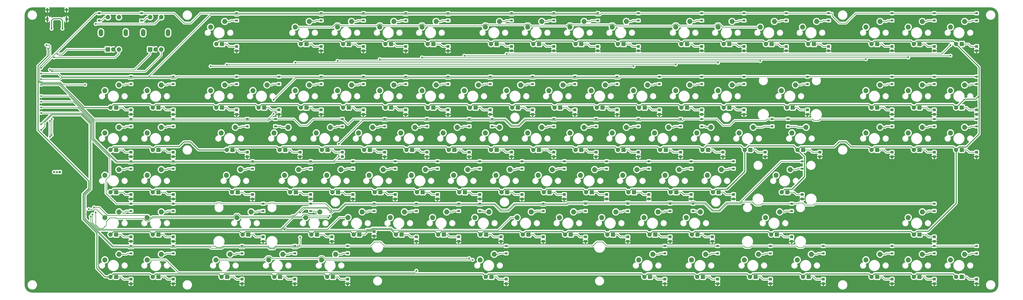
<source format=gbl>
G04 #@! TF.GenerationSoftware,KiCad,Pcbnew,6.0.7-f9a2dced07~116~ubuntu22.04.1*
G04 #@! TF.CreationDate,2022-09-05T17:56:12+01:00*
G04 #@! TF.ProjectId,keyboard,6b657962-6f61-4726-942e-6b696361645f,rev?*
G04 #@! TF.SameCoordinates,Original*
G04 #@! TF.FileFunction,Copper,L2,Bot*
G04 #@! TF.FilePolarity,Positive*
%FSLAX46Y46*%
G04 Gerber Fmt 4.6, Leading zero omitted, Abs format (unit mm)*
G04 Created by KiCad (PCBNEW 6.0.7-f9a2dced07~116~ubuntu22.04.1) date 2022-09-05 17:56:12*
%MOMM*%
%LPD*%
G01*
G04 APERTURE LIST*
G04 Aperture macros list*
%AMRoundRect*
0 Rectangle with rounded corners*
0 $1 Rounding radius*
0 $2 $3 $4 $5 $6 $7 $8 $9 X,Y pos of 4 corners*
0 Add a 4 corners polygon primitive as box body*
4,1,4,$2,$3,$4,$5,$6,$7,$8,$9,$2,$3,0*
0 Add four circle primitives for the rounded corners*
1,1,$1+$1,$2,$3*
1,1,$1+$1,$4,$5*
1,1,$1+$1,$6,$7*
1,1,$1+$1,$8,$9*
0 Add four rect primitives between the rounded corners*
20,1,$1+$1,$2,$3,$4,$5,0*
20,1,$1+$1,$4,$5,$6,$7,0*
20,1,$1+$1,$6,$7,$8,$9,0*
20,1,$1+$1,$8,$9,$2,$3,0*%
G04 Aperture macros list end*
G04 #@! TA.AperFunction,ComponentPad*
%ADD10C,2.250000*%
G04 #@! TD*
G04 #@! TA.AperFunction,ComponentPad*
%ADD11C,1.905000*%
G04 #@! TD*
G04 #@! TA.AperFunction,ComponentPad*
%ADD12R,1.905000X1.905000*%
G04 #@! TD*
G04 #@! TA.AperFunction,ComponentPad*
%ADD13R,1.000000X1.000000*%
G04 #@! TD*
G04 #@! TA.AperFunction,ComponentPad*
%ADD14O,1.000000X1.000000*%
G04 #@! TD*
G04 #@! TA.AperFunction,ComponentPad*
%ADD15O,1.000000X2.100000*%
G04 #@! TD*
G04 #@! TA.AperFunction,ComponentPad*
%ADD16O,1.000000X1.600000*%
G04 #@! TD*
G04 #@! TA.AperFunction,WasherPad*
%ADD17O,2.000000X3.200000*%
G04 #@! TD*
G04 #@! TA.AperFunction,ComponentPad*
%ADD18R,2.000000X2.000000*%
G04 #@! TD*
G04 #@! TA.AperFunction,ComponentPad*
%ADD19C,2.000000*%
G04 #@! TD*
G04 #@! TA.AperFunction,SMDPad,CuDef*
%ADD20R,1.200000X0.900000*%
G04 #@! TD*
G04 #@! TA.AperFunction,SMDPad,CuDef*
%ADD21RoundRect,0.250000X-0.450000X0.350000X-0.450000X-0.350000X0.450000X-0.350000X0.450000X0.350000X0*%
G04 #@! TD*
G04 #@! TA.AperFunction,ViaPad*
%ADD22C,0.800000*%
G04 #@! TD*
G04 #@! TA.AperFunction,Conductor*
%ADD23C,0.250000*%
G04 #@! TD*
G04 #@! TA.AperFunction,Conductor*
%ADD24C,0.400000*%
G04 #@! TD*
G04 APERTURE END LIST*
D10*
X382746250Y-172085000D03*
X389096250Y-169545000D03*
D11*
X385286250Y-179705000D03*
D12*
X387826250Y-179705000D03*
D10*
X220821250Y-210185000D03*
X227171250Y-207645000D03*
D11*
X223361250Y-217805000D03*
D12*
X225901250Y-217805000D03*
D10*
X435133750Y-153035000D03*
X441483750Y-150495000D03*
D11*
X437673750Y-160655000D03*
D12*
X440213750Y-160655000D03*
D10*
X268446250Y-191135000D03*
X274796250Y-188595000D03*
D11*
X270986250Y-198755000D03*
D12*
X273526250Y-198755000D03*
D10*
X249396250Y-191135000D03*
X255746250Y-188595000D03*
D11*
X251936250Y-198755000D03*
D12*
X254476250Y-198755000D03*
D10*
X320833750Y-172085000D03*
X327183750Y-169545000D03*
D11*
X323373750Y-179705000D03*
D12*
X325913750Y-179705000D03*
D10*
X287496250Y-191135000D03*
X293846250Y-188595000D03*
D11*
X290036250Y-198755000D03*
D12*
X292576250Y-198755000D03*
D10*
X73183750Y-153035000D03*
X79533750Y-150495000D03*
D11*
X75723750Y-160655000D03*
D12*
X78263750Y-160655000D03*
D10*
X211296250Y-191135000D03*
X217646250Y-188595000D03*
D11*
X213836250Y-198755000D03*
D12*
X216376250Y-198755000D03*
D13*
X52863750Y-189706250D03*
D14*
X51593750Y-189706250D03*
X50323750Y-189706250D03*
D10*
X454183750Y-172085000D03*
X460533750Y-169545000D03*
D11*
X456723750Y-179705000D03*
D12*
X459263750Y-179705000D03*
D10*
X435133750Y-124460000D03*
X441483750Y-121920000D03*
D11*
X437673750Y-132080000D03*
D12*
X440213750Y-132080000D03*
D10*
X313690000Y-229235000D03*
X320040000Y-226695000D03*
D11*
X316230000Y-236855000D03*
D12*
X318770000Y-236855000D03*
D10*
X377983750Y-153035000D03*
X384333750Y-150495000D03*
D11*
X380523750Y-160655000D03*
D12*
X383063750Y-160655000D03*
D10*
X149383750Y-172085000D03*
X155733750Y-169545000D03*
D11*
X151923750Y-179705000D03*
D12*
X154463750Y-179705000D03*
D10*
X216058750Y-153035000D03*
X222408750Y-150495000D03*
D11*
X218598750Y-160655000D03*
D12*
X221138750Y-160655000D03*
D15*
X47273750Y-120886250D03*
D16*
X55913750Y-116706250D03*
X47273750Y-116706250D03*
D15*
X55913750Y-120886250D03*
D10*
X197008750Y-124460000D03*
X203358750Y-121920000D03*
D11*
X199548750Y-132080000D03*
D12*
X202088750Y-132080000D03*
D10*
X177958750Y-124460000D03*
X184308750Y-121920000D03*
D11*
X180498750Y-132080000D03*
D12*
X183038750Y-132080000D03*
D10*
X154146250Y-191135000D03*
X160496250Y-188595000D03*
D11*
X156686250Y-198755000D03*
D12*
X159226250Y-198755000D03*
D10*
X125571250Y-172085000D03*
X131921250Y-169545000D03*
D11*
X128111250Y-179705000D03*
D12*
X130651250Y-179705000D03*
D10*
X416083750Y-229235000D03*
X422433750Y-226695000D03*
D11*
X418623750Y-236855000D03*
D12*
X421163750Y-236855000D03*
D10*
X132715000Y-210185000D03*
X139065000Y-207645000D03*
D11*
X135255000Y-217805000D03*
D12*
X137795000Y-217805000D03*
D10*
X158908750Y-124460000D03*
X165258750Y-121920000D03*
D11*
X161448750Y-132080000D03*
D12*
X163988750Y-132080000D03*
D10*
X192246250Y-191135000D03*
X198596250Y-188595000D03*
D11*
X194786250Y-198755000D03*
D12*
X197326250Y-198755000D03*
D10*
X301783750Y-124460000D03*
X308133750Y-121920000D03*
D11*
X304323750Y-132080000D03*
D12*
X306863750Y-132080000D03*
D10*
X73183750Y-191135000D03*
X79533750Y-188595000D03*
D11*
X75723750Y-198755000D03*
D12*
X78263750Y-198755000D03*
D10*
X206533750Y-172085000D03*
X212883750Y-169545000D03*
D11*
X209073750Y-179705000D03*
D12*
X211613750Y-179705000D03*
D10*
X292258750Y-153035000D03*
X298608750Y-150495000D03*
D11*
X294798750Y-160655000D03*
D12*
X297338750Y-160655000D03*
D10*
X325596250Y-191135000D03*
X331946250Y-188595000D03*
D11*
X328136250Y-198755000D03*
D12*
X330676250Y-198755000D03*
D10*
X168433750Y-172085000D03*
X174783750Y-169545000D03*
D11*
X170973750Y-179705000D03*
D12*
X173513750Y-179705000D03*
D10*
X120808750Y-124460000D03*
X127158750Y-121920000D03*
D11*
X123348750Y-132080000D03*
D12*
X125888750Y-132080000D03*
D10*
X416083750Y-124460000D03*
X422433750Y-121920000D03*
D11*
X418623750Y-132080000D03*
D12*
X421163750Y-132080000D03*
D10*
X282733750Y-172085000D03*
X289083750Y-169545000D03*
D11*
X285273750Y-179705000D03*
D12*
X287813750Y-179705000D03*
D10*
X358933750Y-172085000D03*
X365283750Y-169545000D03*
D11*
X361473750Y-179705000D03*
D12*
X364013750Y-179705000D03*
D10*
X120808750Y-153035000D03*
X127158750Y-150495000D03*
D11*
X123348750Y-160655000D03*
D12*
X125888750Y-160655000D03*
D10*
X385127500Y-229235000D03*
X391477500Y-226695000D03*
D11*
X387667500Y-236855000D03*
D12*
X390207500Y-236855000D03*
D10*
X273208750Y-153035000D03*
X279558750Y-150495000D03*
D11*
X275748750Y-160655000D03*
D12*
X278288750Y-160655000D03*
D10*
X335121250Y-210185000D03*
X341471250Y-207645000D03*
D11*
X337661250Y-217805000D03*
D12*
X340201250Y-217805000D03*
D10*
X163671250Y-210185000D03*
X170021250Y-207645000D03*
D11*
X166211250Y-217805000D03*
D12*
X168751250Y-217805000D03*
D10*
X73183750Y-172085000D03*
X79533750Y-169545000D03*
D11*
X75723750Y-179705000D03*
D12*
X78263750Y-179705000D03*
D10*
X139858750Y-153035000D03*
X146208750Y-150495000D03*
D11*
X142398750Y-160655000D03*
D12*
X144938750Y-160655000D03*
D10*
X230346250Y-191135000D03*
X236696250Y-188595000D03*
D11*
X232886250Y-198755000D03*
D12*
X235426250Y-198755000D03*
D10*
X73183750Y-229235000D03*
X79533750Y-226695000D03*
D11*
X75723750Y-236855000D03*
D12*
X78263750Y-236855000D03*
D10*
X435133750Y-229235000D03*
X441483750Y-226695000D03*
D11*
X437673750Y-236855000D03*
D12*
X440213750Y-236855000D03*
D10*
X375602500Y-191135000D03*
X381952500Y-188595000D03*
D11*
X378142500Y-198755000D03*
D12*
X380682500Y-198755000D03*
D17*
X82593750Y-127000000D03*
X71393750Y-127000000D03*
D18*
X74493750Y-134500000D03*
D19*
X79493750Y-134500000D03*
X76993750Y-134500000D03*
X79493750Y-120000000D03*
X74493750Y-120000000D03*
D10*
X258921250Y-210185000D03*
X265271250Y-207645000D03*
D11*
X261461250Y-217805000D03*
D12*
X264001250Y-217805000D03*
D10*
X454183750Y-229235000D03*
X460533750Y-226695000D03*
D11*
X456723750Y-236855000D03*
D12*
X459263750Y-236855000D03*
D10*
X416083750Y-172085000D03*
X422433750Y-169545000D03*
D11*
X418623750Y-179705000D03*
D12*
X421163750Y-179705000D03*
D10*
X435133750Y-172085000D03*
X441483750Y-169545000D03*
D11*
X437673750Y-179705000D03*
D12*
X440213750Y-179705000D03*
D10*
X368458750Y-124460000D03*
X374808750Y-121920000D03*
D11*
X370998750Y-132080000D03*
D12*
X373538750Y-132080000D03*
D10*
X92233750Y-191135000D03*
X98583750Y-188595000D03*
D11*
X94773750Y-198755000D03*
D12*
X97313750Y-198755000D03*
D10*
X147002500Y-229235000D03*
X153352500Y-226695000D03*
D11*
X149542500Y-236855000D03*
D12*
X152082500Y-236855000D03*
D10*
X263683750Y-172085000D03*
X270033750Y-169545000D03*
D11*
X266223750Y-179705000D03*
D12*
X268763750Y-179705000D03*
D10*
X92233750Y-229235000D03*
X98583750Y-226695000D03*
D11*
X94773750Y-236855000D03*
D12*
X97313750Y-236855000D03*
D10*
X311308750Y-153035000D03*
X317658750Y-150495000D03*
D11*
X313848750Y-160655000D03*
D12*
X316388750Y-160655000D03*
D10*
X177958750Y-153035000D03*
X184308750Y-150495000D03*
D11*
X180498750Y-160655000D03*
D12*
X183038750Y-160655000D03*
D10*
X216058750Y-124460000D03*
X222408750Y-121920000D03*
D11*
X218598750Y-132080000D03*
D12*
X221138750Y-132080000D03*
D10*
X123190000Y-229235000D03*
X129540000Y-226695000D03*
D11*
X125730000Y-236855000D03*
D12*
X128270000Y-236855000D03*
D10*
X416083750Y-153035000D03*
X422433750Y-150495000D03*
D11*
X418623750Y-160655000D03*
D12*
X421163750Y-160655000D03*
D10*
X170815000Y-229235000D03*
X177165000Y-226695000D03*
D11*
X173355000Y-236855000D03*
D12*
X175895000Y-236855000D03*
D10*
X254158750Y-153035000D03*
X260508750Y-150495000D03*
D11*
X256698750Y-160655000D03*
D12*
X259238750Y-160655000D03*
D10*
X454183750Y-124460000D03*
X460533750Y-121920000D03*
D11*
X456723750Y-132080000D03*
D12*
X459263750Y-132080000D03*
D10*
X277971250Y-210185000D03*
X284321250Y-207645000D03*
D11*
X280511250Y-217805000D03*
D12*
X283051250Y-217805000D03*
D10*
X92233750Y-210185000D03*
X98583750Y-207645000D03*
D11*
X94773750Y-217805000D03*
D12*
X97313750Y-217805000D03*
D10*
X201771250Y-210185000D03*
X208121250Y-207645000D03*
D11*
X204311250Y-217805000D03*
D12*
X206851250Y-217805000D03*
D10*
X361315000Y-229235000D03*
X367665000Y-226695000D03*
D11*
X363855000Y-236855000D03*
D12*
X366395000Y-236855000D03*
D10*
X282733750Y-124460000D03*
X289083750Y-121920000D03*
D11*
X285273750Y-132080000D03*
D12*
X287813750Y-132080000D03*
D10*
X182721250Y-210185000D03*
X189071250Y-207645000D03*
D11*
X185261250Y-217805000D03*
D12*
X187801250Y-217805000D03*
D10*
X349408750Y-153035000D03*
X355758750Y-150495000D03*
D11*
X351948750Y-160655000D03*
D12*
X354488750Y-160655000D03*
D10*
X330358750Y-124460000D03*
X336708750Y-121920000D03*
D11*
X332898750Y-132080000D03*
D12*
X335438750Y-132080000D03*
D10*
X349408750Y-124460000D03*
X355758750Y-121920000D03*
D11*
X351948750Y-132080000D03*
D12*
X354488750Y-132080000D03*
D10*
X225583750Y-172085000D03*
X231933750Y-169545000D03*
D11*
X228123750Y-179705000D03*
D12*
X230663750Y-179705000D03*
D10*
X173196250Y-191135000D03*
X179546250Y-188595000D03*
D11*
X175736250Y-198755000D03*
D12*
X178276250Y-198755000D03*
D10*
X316071250Y-210185000D03*
X322421250Y-207645000D03*
D11*
X318611250Y-217805000D03*
D12*
X321151250Y-217805000D03*
D10*
X235108750Y-153035000D03*
X241458750Y-150495000D03*
D11*
X237648750Y-160655000D03*
D12*
X240188750Y-160655000D03*
D10*
X244633750Y-124460000D03*
X250983750Y-121920000D03*
D11*
X247173750Y-132080000D03*
D12*
X249713750Y-132080000D03*
D10*
X339883750Y-172085000D03*
X346233750Y-169545000D03*
D11*
X342423750Y-179705000D03*
D12*
X344963750Y-179705000D03*
D10*
X454183750Y-153035000D03*
X460533750Y-150495000D03*
D11*
X456723750Y-160655000D03*
D12*
X459263750Y-160655000D03*
D10*
X242252500Y-229235000D03*
X248602500Y-226695000D03*
D11*
X244792500Y-236855000D03*
D12*
X247332500Y-236855000D03*
D10*
X435133750Y-210185000D03*
X441483750Y-207645000D03*
D11*
X437673750Y-217805000D03*
D12*
X440213750Y-217805000D03*
D17*
X101643750Y-127000000D03*
X90443750Y-127000000D03*
D18*
X93543750Y-134500000D03*
D19*
X98543750Y-134500000D03*
X96043750Y-134500000D03*
X98543750Y-120000000D03*
X93543750Y-120000000D03*
D10*
X337502500Y-229235000D03*
X343852500Y-226695000D03*
D11*
X340042500Y-236855000D03*
D12*
X342582500Y-236855000D03*
D10*
X92233750Y-153035000D03*
X98583750Y-150495000D03*
D11*
X94773750Y-160655000D03*
D12*
X97313750Y-160655000D03*
D10*
X344646250Y-191135000D03*
X350996250Y-188595000D03*
D11*
X347186250Y-198755000D03*
D12*
X349726250Y-198755000D03*
D10*
X387508750Y-124460000D03*
X393858750Y-121920000D03*
D11*
X390048750Y-132080000D03*
D12*
X392588750Y-132080000D03*
D10*
X263683750Y-124460000D03*
X270033750Y-121920000D03*
D11*
X266223750Y-132080000D03*
D12*
X268763750Y-132080000D03*
D10*
X297021250Y-210185000D03*
X303371250Y-207645000D03*
D11*
X299561250Y-217805000D03*
D12*
X302101250Y-217805000D03*
D10*
X306546250Y-191135000D03*
X312896250Y-188595000D03*
D11*
X309086250Y-198755000D03*
D12*
X311626250Y-198755000D03*
D10*
X92233750Y-172085000D03*
X98583750Y-169545000D03*
D11*
X94773750Y-179705000D03*
D12*
X97313750Y-179705000D03*
D10*
X158908750Y-153035000D03*
X165258750Y-150495000D03*
D11*
X161448750Y-160655000D03*
D12*
X163988750Y-160655000D03*
D10*
X244633750Y-172085000D03*
X250983750Y-169545000D03*
D11*
X247173750Y-179705000D03*
D12*
X249713750Y-179705000D03*
D10*
X330358750Y-153035000D03*
X336708750Y-150495000D03*
D11*
X332898750Y-160655000D03*
D12*
X335438750Y-160655000D03*
D10*
X187483750Y-172085000D03*
X193833750Y-169545000D03*
D11*
X190023750Y-179705000D03*
D12*
X192563750Y-179705000D03*
D10*
X197008750Y-153035000D03*
X203358750Y-150495000D03*
D11*
X199548750Y-160655000D03*
D12*
X202088750Y-160655000D03*
D10*
X73183750Y-210185000D03*
X79533750Y-207645000D03*
D11*
X75723750Y-217805000D03*
D12*
X78263750Y-217805000D03*
D10*
X301783750Y-172085000D03*
X308133750Y-169545000D03*
D11*
X304323750Y-179705000D03*
D12*
X306863750Y-179705000D03*
D10*
X370840000Y-210185000D03*
X377190000Y-207645000D03*
D11*
X373380000Y-217805000D03*
D12*
X375920000Y-217805000D03*
D10*
X127952500Y-191135000D03*
X134302500Y-188595000D03*
D11*
X130492500Y-198755000D03*
D12*
X133032500Y-198755000D03*
D10*
X239871250Y-210185000D03*
X246221250Y-207645000D03*
D11*
X242411250Y-217805000D03*
D12*
X244951250Y-217805000D03*
D20*
X313531250Y-118206250D03*
X313531250Y-121506250D03*
D21*
X199231250Y-180768750D03*
X199231250Y-182768750D03*
D20*
X465931250Y-146781250D03*
X465931250Y-150081250D03*
D21*
X175418750Y-218868750D03*
X175418750Y-220868750D03*
D20*
X189706250Y-146781250D03*
X189706250Y-150081250D03*
D21*
X275431250Y-133143750D03*
X275431250Y-135143750D03*
X446881250Y-180768750D03*
X446881250Y-182768750D03*
D20*
X261143750Y-184881250D03*
X261143750Y-188181250D03*
D21*
X313531250Y-180768750D03*
X313531250Y-182768750D03*
D20*
X275431250Y-165831250D03*
X275431250Y-169131250D03*
X389731250Y-146781250D03*
X389731250Y-150081250D03*
D21*
X313531250Y-133143750D03*
X313531250Y-135143750D03*
X218281250Y-180768750D03*
X218281250Y-182768750D03*
X254000000Y-237918750D03*
X254000000Y-239918750D03*
D20*
X446881250Y-222981250D03*
X446881250Y-226281250D03*
D21*
X132556250Y-133143750D03*
X132556250Y-135143750D03*
X382587500Y-218868750D03*
X382587500Y-220868750D03*
X465931250Y-161718750D03*
X465931250Y-163718750D03*
X161131250Y-180768750D03*
X161131250Y-182768750D03*
X144462500Y-218868750D03*
X144462500Y-220868750D03*
D20*
X446881250Y-165831250D03*
X446881250Y-169131250D03*
X280193750Y-184881250D03*
X280193750Y-188181250D03*
D21*
X256381250Y-180768750D03*
X256381250Y-182768750D03*
D20*
X165893750Y-203931250D03*
X165893750Y-207231250D03*
X103981250Y-165831250D03*
X103981250Y-169131250D03*
X265906250Y-146781250D03*
X265906250Y-150081250D03*
D21*
X446881250Y-237918750D03*
X446881250Y-239918750D03*
D20*
X151606250Y-146781250D03*
X151606250Y-150081250D03*
D21*
X208756250Y-161718750D03*
X208756250Y-163718750D03*
X170656250Y-161718750D03*
X170656250Y-163718750D03*
D20*
X380206250Y-118206250D03*
X380206250Y-121506250D03*
D21*
X389731250Y-161718750D03*
X389731250Y-163718750D03*
D20*
X342106250Y-165831250D03*
X342106250Y-169131250D03*
X308768750Y-203931250D03*
X308768750Y-207231250D03*
X213518750Y-203931250D03*
X213518750Y-207231250D03*
D21*
X242093750Y-199818750D03*
X242093750Y-201818750D03*
D20*
X84931250Y-203931250D03*
X84931250Y-207231250D03*
X338137500Y-203931250D03*
X338137500Y-207231250D03*
D21*
X84931250Y-180768750D03*
X84931250Y-182768750D03*
D20*
X184943750Y-184881250D03*
X184943750Y-188181250D03*
D21*
X387350000Y-199818750D03*
X387350000Y-201818750D03*
X373062500Y-237918750D03*
X373062500Y-239918750D03*
D20*
X361156250Y-146781250D03*
X361156250Y-150081250D03*
D21*
X203993750Y-199818750D03*
X203993750Y-201818750D03*
D20*
X275431250Y-118206250D03*
X275431250Y-121506250D03*
X318293750Y-184881250D03*
X318293750Y-188181250D03*
X446881250Y-146781250D03*
X446881250Y-150081250D03*
D21*
X246856250Y-161718750D03*
X246856250Y-163718750D03*
D20*
X103981250Y-146781250D03*
X103981250Y-150081250D03*
X242093750Y-203931250D03*
X242093750Y-207231250D03*
D21*
X427831250Y-161718750D03*
X427831250Y-163718750D03*
X132556250Y-161718750D03*
X132556250Y-163718750D03*
D20*
X84931250Y-165831250D03*
X84931250Y-169131250D03*
D21*
X180181250Y-180768750D03*
X180181250Y-182768750D03*
D20*
X208756250Y-146781250D03*
X208756250Y-150081250D03*
X323056250Y-146781250D03*
X323056250Y-150081250D03*
X89693750Y-118206250D03*
X89693750Y-121506250D03*
D21*
X342106250Y-133143750D03*
X342106250Y-135143750D03*
X446881250Y-218868750D03*
X446881250Y-220868750D03*
D20*
X237331250Y-165831250D03*
X237331250Y-169131250D03*
X170656250Y-118206250D03*
X170656250Y-121506250D03*
D21*
X361156250Y-161718750D03*
X361156250Y-163718750D03*
X139700000Y-199818750D03*
X139700000Y-201818750D03*
D20*
X342106250Y-118206250D03*
X342106250Y-121506250D03*
D21*
X251618750Y-218868750D03*
X251618750Y-220868750D03*
D20*
X337343750Y-184881250D03*
X337343750Y-188181250D03*
X182562500Y-222981250D03*
X182562500Y-226281250D03*
X295275000Y-118206250D03*
X295275000Y-121506250D03*
X332581250Y-165831250D03*
X332581250Y-169131250D03*
D21*
X158750000Y-237918750D03*
X158750000Y-239918750D03*
D20*
X189706250Y-118206250D03*
X189706250Y-121506250D03*
D21*
X295275000Y-133143750D03*
X295275000Y-135143750D03*
D20*
X218281250Y-165831250D03*
X218281250Y-169131250D03*
D21*
X337343750Y-199818750D03*
X337343750Y-201818750D03*
X318293750Y-199818750D03*
X318293750Y-201818750D03*
D20*
X465931250Y-118206250D03*
X465931250Y-121506250D03*
D21*
X299243750Y-199818750D03*
X299243750Y-201818750D03*
D20*
X137318750Y-165831250D03*
X137318750Y-169131250D03*
X139700000Y-184881250D03*
X139700000Y-188181250D03*
X254000000Y-222981250D03*
X254000000Y-226281250D03*
X84931250Y-222981250D03*
X84931250Y-226281250D03*
D21*
X327818750Y-218868750D03*
X327818750Y-220868750D03*
X280193750Y-199818750D03*
X280193750Y-201818750D03*
X227806250Y-133143750D03*
X227806250Y-135143750D03*
D20*
X70643750Y-118206250D03*
X70643750Y-121506250D03*
X387350000Y-184881250D03*
X387350000Y-188181250D03*
D21*
X227806250Y-161718750D03*
X227806250Y-163718750D03*
D20*
X246856250Y-146781250D03*
X246856250Y-150081250D03*
X382587500Y-203931250D03*
X382587500Y-207231250D03*
D21*
X103981250Y-180768750D03*
X103981250Y-182768750D03*
D20*
X427831250Y-222981250D03*
X427831250Y-226281250D03*
D21*
X399256250Y-133143750D03*
X399256250Y-135143750D03*
X465931250Y-180768750D03*
X465931250Y-182768750D03*
D20*
X361156250Y-118206250D03*
X361156250Y-121506250D03*
X270668750Y-203931250D03*
X270668750Y-207231250D03*
X356393750Y-184881250D03*
X356393750Y-188181250D03*
D21*
X189706250Y-161718750D03*
X189706250Y-163718750D03*
D20*
X144462500Y-203931250D03*
X144462500Y-207231250D03*
X446881250Y-203931250D03*
X446881250Y-207231250D03*
X227806250Y-118206250D03*
X227806250Y-121506250D03*
X446881250Y-118206250D03*
X446881250Y-121506250D03*
D21*
X84931250Y-218868750D03*
X84931250Y-220868750D03*
X284956250Y-161718750D03*
X284956250Y-163718750D03*
X182562500Y-237918750D03*
X182562500Y-239918750D03*
X237331250Y-180768750D03*
X237331250Y-182768750D03*
X165893750Y-199818750D03*
X165893750Y-201818750D03*
D20*
X304006250Y-146781250D03*
X304006250Y-150081250D03*
D21*
X137318750Y-180768750D03*
X137318750Y-182768750D03*
D20*
X103981250Y-222981250D03*
X103981250Y-226281250D03*
D21*
X325437500Y-237918750D03*
X325437500Y-239918750D03*
D20*
X170656250Y-146781250D03*
X170656250Y-150081250D03*
X396875000Y-222981250D03*
X396875000Y-226281250D03*
D21*
X134937500Y-237918750D03*
X134937500Y-239918750D03*
D20*
X289718750Y-203931250D03*
X289718750Y-207231250D03*
D21*
X84931250Y-161718750D03*
X84931250Y-163718750D03*
X427831250Y-133143750D03*
X427831250Y-135143750D03*
X308768750Y-218868750D03*
X308768750Y-220868750D03*
X396875000Y-237918750D03*
X396875000Y-239918750D03*
D20*
X373062500Y-222981250D03*
X373062500Y-226281250D03*
X199231250Y-165831250D03*
X199231250Y-169131250D03*
X134937500Y-222981250D03*
X134937500Y-226281250D03*
D21*
X346868750Y-218868750D03*
X346868750Y-220868750D03*
D20*
X284956250Y-146781250D03*
X284956250Y-150081250D03*
D21*
X184943750Y-199818750D03*
X184943750Y-201818750D03*
D20*
X247650000Y-165831250D03*
X247650000Y-169131250D03*
D21*
X446881250Y-161718750D03*
X446881250Y-163718750D03*
D20*
X84931250Y-184881250D03*
X84931250Y-188181250D03*
X132556250Y-118206250D03*
X132556250Y-121506250D03*
D21*
X304006250Y-161718750D03*
X304006250Y-163718750D03*
D20*
X399256250Y-118206250D03*
X399256250Y-121506250D03*
D21*
X84931250Y-237918750D03*
X84931250Y-239918750D03*
D20*
X381000000Y-165831250D03*
X381000000Y-169131250D03*
X327818750Y-203931250D03*
X327818750Y-207231250D03*
D21*
X194468750Y-216487500D03*
X194468750Y-218487500D03*
D20*
X427831250Y-118206250D03*
X427831250Y-121506250D03*
D21*
X380206250Y-133143750D03*
X380206250Y-135143750D03*
X261143750Y-199818750D03*
X261143750Y-201818750D03*
D20*
X242093750Y-184881250D03*
X242093750Y-188181250D03*
D21*
X323056250Y-161718750D03*
X323056250Y-163718750D03*
X103981250Y-218868750D03*
X103981250Y-220868750D03*
X349250000Y-237918750D03*
X349250000Y-239918750D03*
D20*
X180181250Y-165831250D03*
X180181250Y-169131250D03*
D21*
X370681250Y-180768750D03*
X370681250Y-182768750D03*
X294481250Y-180768750D03*
X294481250Y-182768750D03*
X103981250Y-237918750D03*
X103981250Y-239918750D03*
D20*
X349250000Y-222981250D03*
X349250000Y-226281250D03*
X158750000Y-222981250D03*
X158750000Y-226281250D03*
D21*
X289718750Y-218868750D03*
X289718750Y-220868750D03*
D20*
X132556250Y-146781250D03*
X132556250Y-150081250D03*
D21*
X465931250Y-133143750D03*
X465931250Y-135143750D03*
X446881250Y-133143750D03*
X446881250Y-135143750D03*
X103981250Y-161718750D03*
X103981250Y-163718750D03*
X332581250Y-180768750D03*
X332581250Y-182768750D03*
X275431250Y-180768750D03*
X275431250Y-182768750D03*
X232568750Y-218868750D03*
X232568750Y-220868750D03*
X151606250Y-161718750D03*
X151606250Y-163718750D03*
X356393750Y-199818750D03*
X356393750Y-201818750D03*
X208756250Y-133143750D03*
X208756250Y-135143750D03*
D20*
X84931250Y-146781250D03*
X84931250Y-150081250D03*
X465931250Y-222981250D03*
X465931250Y-226281250D03*
D21*
X170656250Y-133143750D03*
X170656250Y-135143750D03*
D20*
X256381250Y-118206250D03*
X256381250Y-121506250D03*
X313531250Y-165831250D03*
X313531250Y-169131250D03*
X194468750Y-203931250D03*
X194468750Y-207231250D03*
X203993750Y-184881250D03*
X203993750Y-188181250D03*
D21*
X427831250Y-237918750D03*
X427831250Y-239918750D03*
X103981250Y-199818750D03*
X103981250Y-201818750D03*
X223043750Y-199818750D03*
X223043750Y-201818750D03*
D20*
X223043750Y-184881250D03*
X223043750Y-188181250D03*
D21*
X270668750Y-218868750D03*
X270668750Y-220868750D03*
D20*
X427831250Y-165831250D03*
X427831250Y-169131250D03*
X103981250Y-184881250D03*
X103981250Y-188181250D03*
D21*
X213518750Y-218868750D03*
X213518750Y-220868750D03*
X351631250Y-180768750D03*
X351631250Y-182768750D03*
D20*
X150018750Y-165831250D03*
X150018750Y-169131250D03*
D21*
X465931250Y-237918750D03*
X465931250Y-239918750D03*
D20*
X165893750Y-184881250D03*
X165893750Y-188181250D03*
X373856250Y-165831250D03*
X373856250Y-169131250D03*
D21*
X427831250Y-180768750D03*
X427831250Y-182768750D03*
D20*
X325437500Y-222981250D03*
X325437500Y-226281250D03*
D21*
X265906250Y-161718750D03*
X265906250Y-163718750D03*
D20*
X294481250Y-165831250D03*
X294481250Y-169131250D03*
D21*
X361156250Y-133143750D03*
X361156250Y-135143750D03*
D20*
X232568750Y-203931250D03*
X232568750Y-207231250D03*
D21*
X189706250Y-133143750D03*
X189706250Y-135143750D03*
D20*
X465931250Y-165831250D03*
X465931250Y-169131250D03*
X342106250Y-146781250D03*
X342106250Y-150081250D03*
X103981250Y-203931250D03*
X103981250Y-207231250D03*
X427831250Y-146781250D03*
X427831250Y-150081250D03*
X227806250Y-146781250D03*
X227806250Y-150081250D03*
D21*
X84931250Y-199818750D03*
X84931250Y-201818750D03*
D20*
X208756250Y-118206250D03*
X208756250Y-121506250D03*
X299243750Y-184881250D03*
X299243750Y-188181250D03*
D21*
X395287500Y-180768750D03*
X395287500Y-182768750D03*
X256381250Y-133143750D03*
X256381250Y-135143750D03*
X342106250Y-161718750D03*
X342106250Y-163718750D03*
D22*
X47625000Y-134143750D03*
X140493750Y-230981250D03*
X261937500Y-226218750D03*
X53181250Y-131762500D03*
X136525000Y-230981250D03*
X136525000Y-176212500D03*
X250825000Y-212725000D03*
X246062500Y-144462500D03*
X146050000Y-213518750D03*
X92075000Y-122237500D03*
X46037500Y-152400000D03*
X53181250Y-126206250D03*
X89693750Y-171450000D03*
X85725000Y-121443750D03*
X156368750Y-200818750D03*
X423862500Y-182562500D03*
X384968750Y-182562500D03*
X88106250Y-214312500D03*
X111125000Y-162718750D03*
X50006250Y-132556250D03*
X457993750Y-169068750D03*
X296068750Y-126206250D03*
X50006250Y-130175000D03*
X50006250Y-130968750D03*
X82550000Y-177006250D03*
X65087500Y-175418750D03*
X53181250Y-127793750D03*
X113506250Y-153193750D03*
X142081250Y-181768750D03*
X156368750Y-207168750D03*
X462756250Y-159543750D03*
X146843750Y-143668750D03*
X53181250Y-119062500D03*
X53181250Y-132556250D03*
X462756250Y-182562500D03*
X50006250Y-127000000D03*
X65087500Y-208756250D03*
X242093750Y-226218750D03*
X68262500Y-150812500D03*
X92868750Y-214312500D03*
X50006250Y-129381250D03*
X192881250Y-126206250D03*
X207168750Y-144462500D03*
X167120000Y-208510000D03*
X51593750Y-141287500D03*
X145256250Y-193675000D03*
X165893750Y-135731250D03*
X115093750Y-207168750D03*
X61118750Y-131762500D03*
X96043750Y-119856250D03*
X151606250Y-200025000D03*
X157956250Y-214312500D03*
X115093750Y-212725000D03*
X234156250Y-127000000D03*
X53181250Y-129381250D03*
X141287500Y-227012500D03*
X380206250Y-182562500D03*
X77787500Y-163512500D03*
X181768750Y-190500000D03*
X53240000Y-156760000D03*
X65087500Y-169862500D03*
X284162500Y-144462500D03*
X449262500Y-182562500D03*
X168275000Y-182562500D03*
X53181250Y-128587500D03*
X107156250Y-175418750D03*
X164306250Y-231775000D03*
X143668750Y-135731250D03*
X50006250Y-127793750D03*
X161131250Y-177006250D03*
X46037500Y-146843750D03*
X149225000Y-177006250D03*
X170656250Y-195262500D03*
X53181250Y-130175000D03*
X68262500Y-179387500D03*
X85725000Y-135731250D03*
X80168750Y-157162500D03*
X117475000Y-172243750D03*
X398462500Y-182562500D03*
X96043750Y-127000000D03*
X209550000Y-126206250D03*
X88106250Y-153193750D03*
X75406250Y-168275000D03*
X94456250Y-169068750D03*
X50006250Y-126206250D03*
X255587500Y-219075000D03*
X76993750Y-127000000D03*
X161131250Y-232568750D03*
X227012500Y-144462500D03*
X407987500Y-174625000D03*
X463550000Y-168275000D03*
X391318750Y-182562500D03*
X123031250Y-180975000D03*
X301625000Y-144462500D03*
X52387500Y-186531250D03*
X427831250Y-175418750D03*
X257968750Y-126206250D03*
X46037500Y-164306250D03*
X169862500Y-143668750D03*
X53181250Y-130968750D03*
X62706250Y-186531250D03*
X53181250Y-127000000D03*
X50800000Y-186531250D03*
X50006250Y-128587500D03*
X53181250Y-175418750D03*
X50006250Y-131762500D03*
X69850000Y-157956250D03*
X273050000Y-211931250D03*
X53181250Y-159543750D03*
X46037500Y-159543750D03*
X46037500Y-161925000D03*
X448468750Y-169068750D03*
X46037500Y-170656250D03*
X261143750Y-144462500D03*
X176212500Y-121443750D03*
X187325000Y-143668750D03*
X84931250Y-211931250D03*
X150812500Y-212725000D03*
X170656250Y-200818750D03*
X438150000Y-168275000D03*
X142875000Y-172243750D03*
X65087500Y-180181250D03*
X51738350Y-136525000D03*
X50244248Y-138112500D03*
X120808750Y-142081250D03*
X311308750Y-142081250D03*
X238918750Y-229235000D03*
X44450000Y-142788750D03*
X48418750Y-143668750D03*
X48418750Y-166687500D03*
X48418750Y-173831250D03*
X49288242Y-144393250D03*
X49212500Y-165893750D03*
X49212500Y-173037500D03*
X69056250Y-123031250D03*
X128111250Y-141287500D03*
X65881250Y-206375000D03*
X330358750Y-141287500D03*
X44450000Y-145328750D03*
X44450000Y-147868750D03*
X44450000Y-150408750D03*
X149225000Y-163512500D03*
X149225000Y-157162500D03*
X44450000Y-155488750D03*
X178593750Y-177006250D03*
X178593750Y-182562500D03*
X44450000Y-158028750D03*
X44450000Y-160568750D03*
X44450000Y-163108750D03*
X44450000Y-168188750D03*
X161131250Y-219075000D03*
X161131250Y-207962500D03*
X44450000Y-170728750D03*
X175071219Y-207370732D03*
X349408750Y-140493750D03*
X68262500Y-205581250D03*
X158908750Y-140493750D03*
X368458750Y-139700000D03*
X69056250Y-207962500D03*
X177958750Y-139700000D03*
X174509182Y-209450552D03*
X416083750Y-138906250D03*
X67537500Y-208756250D03*
X173831250Y-210185000D03*
X197008750Y-138906250D03*
X435133750Y-138112500D03*
X216058750Y-138112500D03*
X66813000Y-209752025D03*
X235108750Y-137318750D03*
X454183750Y-137318750D03*
X254158750Y-136525000D03*
X213518750Y-234156250D03*
X454183750Y-132556250D03*
X237331250Y-228510500D03*
X154146250Y-215550000D03*
X54043750Y-125150000D03*
X49143750Y-125150000D03*
X46831250Y-132556250D03*
X64293750Y-150408750D03*
D23*
X44450000Y-145328750D02*
X52138750Y-145328750D01*
X52138750Y-145328750D02*
X53591250Y-146781250D01*
X53591250Y-146781250D02*
X84931250Y-146781250D01*
X44450000Y-147868750D02*
X52950000Y-147868750D01*
X52950000Y-147868750D02*
X53587500Y-147231250D01*
X53587500Y-147231250D02*
X83777500Y-147231250D01*
X102877500Y-147231250D02*
X103202500Y-147556250D01*
X103202500Y-147556250D02*
X104760000Y-147556250D01*
X83777500Y-147231250D02*
X84102500Y-147556250D01*
X84102500Y-147556250D02*
X85710000Y-147556250D01*
X85710000Y-147556250D02*
X86035000Y-147231250D01*
X86035000Y-147231250D02*
X102877500Y-147231250D01*
X104760000Y-147556250D02*
X105535000Y-146781250D01*
X105535000Y-146781250D02*
X132556250Y-146781250D01*
X317658750Y-150495000D02*
X320295000Y-150495000D01*
X320295000Y-150495000D02*
X320708750Y-150081250D01*
X320708750Y-150081250D02*
X323056250Y-150081250D01*
X191301250Y-178427500D02*
X207796250Y-178427500D01*
D24*
X279158750Y-216452500D02*
X280511250Y-217805000D01*
X232886250Y-198755000D02*
X231533750Y-197402500D01*
X150571250Y-178352500D02*
X129463750Y-178352500D01*
X188671250Y-178352500D02*
X172326250Y-178352500D01*
X217246250Y-130727500D02*
X218598750Y-132080000D01*
X258051250Y-159302500D02*
X256698750Y-160655000D01*
X315201250Y-159302500D02*
X331546250Y-159302500D01*
D23*
X466956250Y-172681250D02*
X466956250Y-153756250D01*
X217321250Y-130802500D02*
X218598750Y-132080000D01*
X381801250Y-159377500D02*
X380523750Y-160655000D01*
D24*
X456723750Y-236855000D02*
X455371250Y-235502500D01*
X243763750Y-216452500D02*
X242411250Y-217805000D01*
X334251250Y-159302500D02*
X350596250Y-159302500D01*
X160096250Y-159302500D02*
X143751250Y-159302500D01*
X350596250Y-130727500D02*
X351948750Y-132080000D01*
X43940686Y-149509436D02*
X44682057Y-149509436D01*
X456723750Y-179705000D02*
X456723750Y-203772668D01*
X231533750Y-197402500D02*
X215188750Y-197402500D01*
D23*
X466956250Y-142312500D02*
X456723750Y-132080000D01*
D24*
X409408750Y-178427500D02*
X417346250Y-178427500D01*
X243440000Y-235502500D02*
X244792500Y-236855000D01*
D23*
X388375000Y-191975000D02*
X388375000Y-182793750D01*
D24*
X437673750Y-160655000D02*
X436321250Y-159302500D01*
X456723750Y-160655000D02*
X455371250Y-159302500D01*
X153276250Y-178352500D02*
X151923750Y-179705000D01*
X94773750Y-217805000D02*
X93421250Y-216452500D01*
X274396250Y-159302500D02*
X258051250Y-159302500D01*
D23*
X219876250Y-159377500D02*
X236371250Y-159377500D01*
D24*
X73246082Y-236855000D02*
X69491083Y-233100001D01*
X96126250Y-216452500D02*
X94773750Y-217805000D01*
D23*
X124626250Y-159377500D02*
X141121250Y-159377500D01*
D24*
X266223750Y-132080000D02*
X267576250Y-130727500D01*
X460478749Y-156900001D02*
X456723750Y-160655000D01*
X207721250Y-178352500D02*
X191376250Y-178352500D01*
X266223750Y-179705000D02*
X264871250Y-178352500D01*
X127082500Y-235502500D02*
X125730000Y-236855000D01*
X205663750Y-216452500D02*
X204311250Y-217805000D01*
X388350000Y-182768750D02*
X388350000Y-191720000D01*
X418623750Y-179705000D02*
X419976250Y-178352500D01*
D23*
X379420000Y-197477500D02*
X382872500Y-197477500D01*
X255421250Y-159377500D02*
X256698750Y-160655000D01*
D24*
X93421250Y-159302500D02*
X94773750Y-160655000D01*
X131845000Y-197402500D02*
X130492500Y-198755000D01*
X373380000Y-217805000D02*
X372027500Y-216452500D01*
D23*
X347186250Y-198755000D02*
X348463750Y-197477500D01*
D24*
X77076250Y-235502500D02*
X93421250Y-235502500D01*
X215188750Y-197402500D02*
X213836250Y-198755000D01*
D23*
X210351250Y-178427500D02*
X209073750Y-179705000D01*
D24*
X455371250Y-159302500D02*
X439026250Y-159302500D01*
X455371250Y-235502500D02*
X439026250Y-235502500D01*
X185261250Y-217805000D02*
X183908750Y-216452500D01*
X245821250Y-130727500D02*
X247173750Y-132080000D01*
D23*
X463633750Y-176003750D02*
X466956250Y-172681250D01*
X128111250Y-179705000D02*
X129388750Y-178427500D01*
D24*
X244792500Y-236855000D02*
X246145000Y-235502500D01*
X173355000Y-236855000D02*
X174707500Y-235502500D01*
X326783750Y-197402500D02*
X310438750Y-197402500D01*
X439128750Y-216350000D02*
X437673750Y-217805000D01*
X200901250Y-159302500D02*
X199548750Y-160655000D01*
X226771250Y-178352500D02*
X210426250Y-178352500D01*
D23*
X207796250Y-178427500D02*
X209073750Y-179705000D01*
X436396250Y-159377500D02*
X419901250Y-159377500D01*
X303046250Y-178427500D02*
X286551250Y-178427500D01*
D24*
X247173750Y-132080000D02*
X248526250Y-130727500D01*
X65881250Y-197058642D02*
X65881250Y-193675000D01*
D23*
X224638750Y-216527500D02*
X241133750Y-216527500D01*
D24*
X247173750Y-179705000D02*
X245821250Y-178352500D01*
D23*
X277026250Y-159377500D02*
X293521250Y-159377500D01*
D24*
X342423750Y-179705000D02*
X344233894Y-177894856D01*
X361473750Y-179705000D02*
X363283894Y-177894856D01*
X199548750Y-160655000D02*
X198196250Y-159302500D01*
X219951250Y-130727500D02*
X245821250Y-130727500D01*
X294798750Y-160655000D02*
X296151250Y-159302500D01*
X218598750Y-132080000D02*
X219951250Y-130727500D01*
X302971250Y-178352500D02*
X286626250Y-178352500D01*
D23*
X238911250Y-159377500D02*
X255421250Y-159377500D01*
D24*
X69491083Y-233100001D02*
X69491083Y-217125915D01*
D23*
X388375000Y-182793750D02*
X385286250Y-179705000D01*
D24*
X391401250Y-130727500D02*
X417271250Y-130727500D01*
X53046250Y-149883750D02*
X63817500Y-160655000D01*
X156686250Y-198755000D02*
X155333750Y-197402500D01*
X401797500Y-178352500D02*
X404070000Y-176080000D01*
X436321250Y-178352500D02*
X437673750Y-179705000D01*
X417271250Y-235502500D02*
X389020000Y-235502500D01*
X339013750Y-216452500D02*
X337661250Y-217805000D01*
D23*
X418623750Y-160655000D02*
X417346250Y-159377500D01*
D24*
X255346250Y-159302500D02*
X239001250Y-159302500D01*
X436321250Y-235502500D02*
X419976250Y-235502500D01*
X337661250Y-217805000D02*
X336308750Y-216452500D01*
X417271250Y-159302500D02*
X381876250Y-159302500D01*
X241058750Y-216452500D02*
X224713750Y-216452500D01*
X77076250Y-178352500D02*
X75723750Y-179705000D01*
D23*
X312571250Y-159377500D02*
X313848750Y-160655000D01*
D24*
X174707500Y-235502500D02*
X243440000Y-235502500D01*
X362502500Y-235502500D02*
X341395000Y-235502500D01*
X183908750Y-216452500D02*
X167563750Y-216452500D01*
X251936250Y-198755000D02*
X250583750Y-197402500D01*
X242411250Y-217805000D02*
X241058750Y-216452500D01*
X204311250Y-217805000D02*
X201993750Y-215487500D01*
X151923750Y-179705000D02*
X150571250Y-178352500D01*
D23*
X135255000Y-217805000D02*
X136532500Y-216527500D01*
D24*
X128111250Y-179705000D02*
X115305000Y-179705000D01*
X419976250Y-235502500D02*
X418623750Y-236855000D01*
D23*
X378142500Y-198755000D02*
X379420000Y-197477500D01*
D24*
X316230000Y-236855000D02*
X317582500Y-235502500D01*
X388696250Y-130727500D02*
X390048750Y-132080000D01*
X253288750Y-197402500D02*
X251936250Y-198755000D01*
D23*
X77001250Y-216527500D02*
X93496250Y-216527500D01*
D24*
X160096250Y-130727500D02*
X161448750Y-132080000D01*
X305676250Y-130727500D02*
X331546250Y-130727500D01*
X304323750Y-179705000D02*
X302971250Y-178352500D01*
X93421250Y-216452500D02*
X77076250Y-216452500D01*
D23*
X179221250Y-159377500D02*
X180498750Y-160655000D01*
D24*
X417346250Y-178427500D02*
X418623750Y-179705000D01*
X353301250Y-159302500D02*
X351948750Y-160655000D01*
X467031250Y-155365168D02*
X465496417Y-156900001D01*
X307733750Y-197402500D02*
X291388750Y-197402500D01*
X186616250Y-216450000D02*
X185261250Y-217805000D01*
X191376250Y-178352500D02*
X190023750Y-179705000D01*
X177088750Y-197402500D02*
X175736250Y-198755000D01*
X248526250Y-178352500D02*
X247173750Y-179705000D01*
X124377500Y-235502500D02*
X96126250Y-235502500D01*
X201993750Y-215487500D02*
X193749511Y-215487500D01*
D23*
X190023750Y-179705000D02*
X191301250Y-178427500D01*
D24*
X361473750Y-179705000D02*
X361473750Y-189485168D01*
X436321250Y-130727500D02*
X437673750Y-132080000D01*
X148190000Y-235502500D02*
X127082500Y-235502500D01*
X288683750Y-197402500D02*
X272338750Y-197402500D01*
X328136250Y-198755000D02*
X326783750Y-197402500D01*
X193433750Y-197402500D02*
X177088750Y-197402500D01*
X219951250Y-159302500D02*
X218598750Y-160655000D01*
X385286250Y-179705000D02*
X386638750Y-178352500D01*
X199548750Y-132080000D02*
X200901250Y-130727500D01*
X310438750Y-197402500D02*
X309086250Y-198755000D01*
X463808750Y-175828750D02*
X463633750Y-176003750D01*
X96218750Y-178260000D02*
X94773750Y-179705000D01*
X180498750Y-132080000D02*
X181851250Y-130727500D01*
X250583750Y-197402500D02*
X234238750Y-197402500D01*
X190795038Y-216450000D02*
X186616250Y-216450000D01*
X222008750Y-216452500D02*
X205663750Y-216452500D01*
X121996250Y-159302500D02*
X96126250Y-159302500D01*
X193368750Y-215868261D02*
X193368750Y-215871250D01*
X77076250Y-159302500D02*
X93421250Y-159302500D01*
X341071250Y-178352500D02*
X342423750Y-179705000D01*
X372027500Y-216452500D02*
X339013750Y-216452500D01*
X161448750Y-160655000D02*
X160096250Y-159302500D01*
D23*
X437673750Y-160655000D02*
X436396250Y-159377500D01*
D24*
X286626250Y-130727500D02*
X302971250Y-130727500D01*
D23*
X466956250Y-153756250D02*
X466956250Y-142312500D01*
D24*
X180498750Y-160655000D02*
X179146250Y-159302500D01*
D23*
X162726250Y-159377500D02*
X179221250Y-159377500D01*
D24*
X93421250Y-178352500D02*
X77076250Y-178352500D01*
X167563750Y-216452500D02*
X166211250Y-217805000D01*
X96126250Y-197402500D02*
X94773750Y-198755000D01*
X404070000Y-176080000D02*
X407061250Y-176080000D01*
X123348750Y-132080000D02*
X124701250Y-130727500D01*
X370998750Y-132080000D02*
X372351250Y-130727500D01*
X191282538Y-215962500D02*
X190795038Y-216450000D01*
X322021250Y-178352500D02*
X305676250Y-178352500D01*
D23*
X348463750Y-197477500D02*
X353269286Y-197477500D01*
D24*
X419976250Y-159302500D02*
X418623750Y-160655000D01*
X359663606Y-177894856D02*
X361473750Y-179705000D01*
X386315000Y-235502500D02*
X365207500Y-235502500D01*
X193749511Y-215487500D02*
X193368750Y-215868261D01*
X129463750Y-178352500D02*
X128111250Y-179705000D01*
X130492500Y-198755000D02*
X129140000Y-197402500D01*
X338690000Y-235502500D02*
X340042500Y-236855000D01*
X291388750Y-197402500D02*
X290036250Y-198755000D01*
X212483750Y-197402500D02*
X196138750Y-197402500D01*
X467031250Y-142387500D02*
X467031250Y-155365168D01*
X209073750Y-179705000D02*
X207721250Y-178352500D01*
D23*
X180498750Y-160655000D02*
X182171762Y-158981988D01*
D24*
X228123750Y-179705000D02*
X226771250Y-178352500D01*
X439026250Y-178352500D02*
X455371250Y-178352500D01*
X63318750Y-210956250D02*
X63318750Y-199621142D01*
X382667500Y-197402500D02*
X379495000Y-197402500D01*
D23*
X353269286Y-197477500D02*
X361473750Y-189273036D01*
D24*
X166211250Y-217805000D02*
X164858750Y-216452500D01*
X65881250Y-193675000D02*
X43053617Y-170847367D01*
X43053617Y-141890133D02*
X43053617Y-148622367D01*
X290036250Y-198755000D02*
X288683750Y-197402500D01*
X198196250Y-159302500D02*
X181851250Y-159302500D01*
X175736250Y-198755000D02*
X174383750Y-197402500D01*
D23*
X419901250Y-159377500D02*
X418623750Y-160655000D01*
D24*
X69491083Y-217125915D02*
X63502668Y-211137500D01*
X331546250Y-130727500D02*
X332898750Y-132080000D01*
X261461250Y-217805000D02*
X260108750Y-216452500D01*
D23*
X164933750Y-216527500D02*
X166211250Y-217805000D01*
D24*
X439026250Y-159302500D02*
X437673750Y-160655000D01*
X436321250Y-216452500D02*
X374732500Y-216452500D01*
X437673750Y-179705000D02*
X439026250Y-178352500D01*
X210426250Y-178352500D02*
X209073750Y-179705000D01*
X387667500Y-236855000D02*
X386315000Y-235502500D01*
X407061250Y-176080000D02*
X409408750Y-178427500D01*
X133902500Y-216452500D02*
X96126250Y-216452500D01*
X108770000Y-176130000D02*
X106640000Y-178260000D01*
X179146250Y-159302500D02*
X162801250Y-159302500D01*
X334251250Y-130727500D02*
X350596250Y-130727500D01*
X150895000Y-235502500D02*
X149542500Y-236855000D01*
X193368750Y-215871250D02*
X193277500Y-215962500D01*
X63318750Y-199621142D02*
X65881250Y-197058642D01*
X181851250Y-159302500D02*
X180498750Y-160655000D01*
X190023750Y-179705000D02*
X188671250Y-178352500D01*
X162801250Y-159302500D02*
X161448750Y-160655000D01*
X63817500Y-160655000D02*
X75723750Y-160655000D01*
X239001250Y-159302500D02*
X237648750Y-160655000D01*
X363855000Y-236855000D02*
X362502500Y-235502500D01*
X96126250Y-159302500D02*
X94773750Y-160655000D01*
D23*
X141121250Y-159377500D02*
X142398750Y-160655000D01*
D24*
X43053617Y-148622367D02*
X43940686Y-149509436D01*
X347186250Y-198755000D02*
X345833750Y-197402500D01*
X272338750Y-197402500D02*
X270986250Y-198755000D01*
X456723750Y-203772668D02*
X444146418Y-216350000D01*
X419976250Y-178352500D02*
X436321250Y-178352500D01*
X224713750Y-216452500D02*
X223361250Y-217805000D01*
D23*
X382872500Y-197477500D02*
X388375000Y-191975000D01*
D24*
X115305000Y-179705000D02*
X111730000Y-176130000D01*
X318611250Y-217805000D02*
X317258750Y-216452500D01*
X129140000Y-197402500D02*
X96126250Y-197402500D01*
X305676250Y-178352500D02*
X304323750Y-179705000D01*
X439026250Y-130727500D02*
X455371250Y-130727500D01*
X77076250Y-197402500D02*
X93421250Y-197402500D01*
X317582500Y-235502500D02*
X338690000Y-235502500D01*
X298208750Y-216452500D02*
X281863750Y-216452500D01*
X75723750Y-160655000D02*
X77076250Y-159302500D01*
D23*
X75723750Y-217805000D02*
X77001250Y-216527500D01*
X293521250Y-159377500D02*
X294798750Y-160655000D01*
D24*
X353301250Y-130727500D02*
X369646250Y-130727500D01*
X381876250Y-159302500D02*
X380523750Y-160655000D01*
D23*
X223361250Y-217805000D02*
X224638750Y-216527500D01*
X361473750Y-189273036D02*
X361473750Y-179705000D01*
D24*
X125730000Y-236855000D02*
X124377500Y-235502500D01*
X309086250Y-198755000D02*
X307733750Y-197402500D01*
X180498750Y-132080000D02*
X179146250Y-130727500D01*
X269633750Y-197402500D02*
X253288750Y-197402500D01*
X93421250Y-235502500D02*
X94773750Y-236855000D01*
D23*
X228123750Y-179705000D02*
X226846250Y-178427500D01*
D24*
X264871250Y-130727500D02*
X266223750Y-132080000D01*
X218598750Y-160655000D02*
X217246250Y-159302500D01*
X353556418Y-197402500D02*
X348538750Y-197402500D01*
X174383750Y-197402500D02*
X158038750Y-197402500D01*
X444146418Y-216350000D02*
X439128750Y-216350000D01*
X351948750Y-132080000D02*
X353301250Y-130727500D01*
X361473750Y-189485168D02*
X353556418Y-197402500D01*
X43053617Y-170847367D02*
X43053617Y-148622367D01*
X143751250Y-159302500D02*
X142398750Y-160655000D01*
X332898750Y-160655000D02*
X334251250Y-159302500D01*
X47625000Y-134143750D02*
X47625000Y-137318750D01*
X467031250Y-155365168D02*
X467031250Y-172606250D01*
X149542500Y-236855000D02*
X148190000Y-235502500D01*
X237648750Y-160655000D02*
X236296250Y-159302500D01*
X331546250Y-159302500D02*
X332898750Y-160655000D01*
X193277500Y-215962500D02*
X191282538Y-215962500D01*
D23*
X123348750Y-160655000D02*
X124626250Y-159377500D01*
D24*
X75723750Y-236855000D02*
X73246082Y-236855000D01*
X136607500Y-216452500D02*
X135255000Y-217805000D01*
X300913750Y-216452500D02*
X299561250Y-217805000D01*
X260108750Y-216452500D02*
X243763750Y-216452500D01*
D23*
X286551250Y-178427500D02*
X285273750Y-179705000D01*
D24*
X248526250Y-130727500D02*
X264871250Y-130727500D01*
X461285000Y-178352500D02*
X463808750Y-175828750D01*
X200901250Y-130727500D02*
X217246250Y-130727500D01*
X348538750Y-197402500D02*
X347186250Y-198755000D01*
D23*
X417346250Y-159377500D02*
X381801250Y-159377500D01*
D24*
X261461250Y-217805000D02*
X262813750Y-216452500D01*
X344233894Y-177894856D02*
X359663606Y-177894856D01*
X379171250Y-159302500D02*
X353301250Y-159302500D01*
X262813750Y-216452500D02*
X279158750Y-216452500D01*
X389020000Y-235502500D02*
X387667500Y-236855000D01*
X111730000Y-176130000D02*
X108770000Y-176130000D01*
X285273750Y-132080000D02*
X286626250Y-130727500D01*
X313848750Y-160655000D02*
X315201250Y-159302500D01*
X374732500Y-216452500D02*
X373380000Y-217805000D01*
D23*
X241133750Y-216527500D02*
X242411250Y-217805000D01*
D24*
X275748750Y-160655000D02*
X274396250Y-159302500D01*
X437673750Y-217805000D02*
X436321250Y-216452500D01*
X299561250Y-217805000D02*
X298208750Y-216452500D01*
D23*
X294798750Y-160655000D02*
X296076250Y-159377500D01*
D24*
X418623750Y-160655000D02*
X417271250Y-159302500D01*
D23*
X236371250Y-159377500D02*
X237648750Y-160655000D01*
D24*
X379495000Y-197402500D02*
X378142500Y-198755000D01*
X419976250Y-130727500D02*
X436321250Y-130727500D01*
X264871250Y-178352500D02*
X248526250Y-178352500D01*
X350596250Y-159302500D02*
X351948750Y-160655000D01*
X77076250Y-216452500D02*
X75723750Y-217805000D01*
X75723750Y-198755000D02*
X77076250Y-197402500D01*
X256698750Y-160655000D02*
X255346250Y-159302500D01*
D23*
X197875738Y-158981988D02*
X199548750Y-160655000D01*
D24*
X386638750Y-178352500D02*
X401797500Y-178352500D01*
X194786250Y-198755000D02*
X193433750Y-197402500D01*
X436321250Y-159302500D02*
X419976250Y-159302500D01*
X323373750Y-179705000D02*
X324726250Y-178352500D01*
X170973750Y-179705000D02*
X169621250Y-178352500D01*
D23*
X96051250Y-159377500D02*
X122071250Y-159377500D01*
D24*
X158038750Y-197402500D02*
X156686250Y-198755000D01*
X267576250Y-130727500D02*
X283921250Y-130727500D01*
X196138750Y-197402500D02*
X194786250Y-198755000D01*
X456723750Y-179705000D02*
X458076250Y-178352500D01*
D23*
X129388750Y-178427500D02*
X150646250Y-178427500D01*
X161448750Y-160655000D02*
X162726250Y-159377500D01*
D24*
X465496417Y-156900001D02*
X460478749Y-156900001D01*
X437673750Y-132080000D02*
X439026250Y-130727500D01*
X388350000Y-191720000D02*
X382667500Y-197402500D01*
X283921250Y-130727500D02*
X285273750Y-132080000D01*
X172326250Y-178352500D02*
X170973750Y-179705000D01*
D23*
X296076250Y-159377500D02*
X312571250Y-159377500D01*
D24*
X365207500Y-235502500D02*
X363855000Y-236855000D01*
D23*
X304323750Y-179705000D02*
X303046250Y-178427500D01*
D24*
X236296250Y-159302500D02*
X219951250Y-159302500D01*
X332898750Y-132080000D02*
X334251250Y-130727500D01*
X455371250Y-178352500D02*
X456723750Y-179705000D01*
X312496250Y-159302500D02*
X313848750Y-160655000D01*
X96126250Y-235502500D02*
X94773750Y-236855000D01*
X281863750Y-216452500D02*
X280511250Y-217805000D01*
X234238750Y-197402500D02*
X232886250Y-198755000D01*
X336308750Y-216452500D02*
X319963750Y-216452500D01*
X47625000Y-137318750D02*
X43053617Y-141890133D01*
X314877500Y-235502500D02*
X316230000Y-236855000D01*
X181851250Y-130727500D02*
X198196250Y-130727500D01*
X63500000Y-211137500D02*
X63318750Y-210956250D01*
X418623750Y-132080000D02*
X419976250Y-130727500D01*
X142398750Y-160655000D02*
X141046250Y-159302500D01*
X198196250Y-130727500D02*
X199548750Y-132080000D01*
D23*
X185261250Y-217805000D02*
X186546250Y-216520000D01*
D24*
X455371250Y-130727500D02*
X456723750Y-132080000D01*
D23*
X150646250Y-178427500D02*
X151923750Y-179705000D01*
D24*
X267576250Y-178352500D02*
X266223750Y-179705000D01*
D23*
X226846250Y-178427500D02*
X210351250Y-178427500D01*
D24*
X323373750Y-179705000D02*
X322021250Y-178352500D01*
X123348750Y-160655000D02*
X121996250Y-159302500D01*
X124701250Y-159302500D02*
X123348750Y-160655000D01*
X179146250Y-130727500D02*
X162801250Y-130727500D01*
X283921250Y-178352500D02*
X267576250Y-178352500D01*
X296151250Y-159302500D02*
X312496250Y-159302500D01*
X456723750Y-132080000D02*
X467031250Y-142387500D01*
X369646250Y-130727500D02*
X370998750Y-132080000D01*
D23*
X204311250Y-217805000D02*
X202068750Y-215562500D01*
X200811250Y-130802500D02*
X217321250Y-130802500D01*
D24*
X372351250Y-130727500D02*
X388696250Y-130727500D01*
X304323750Y-132080000D02*
X305676250Y-130727500D01*
X106640000Y-178260000D02*
X96218750Y-178260000D01*
X324726250Y-178352500D02*
X341071250Y-178352500D01*
X172002500Y-235502500D02*
X150895000Y-235502500D01*
X173355000Y-236855000D02*
X172002500Y-235502500D01*
X45056371Y-149883750D02*
X53046250Y-149883750D01*
X345833750Y-197402500D02*
X329488750Y-197402500D01*
X213836250Y-198755000D02*
X212483750Y-197402500D01*
X437673750Y-236855000D02*
X436321250Y-235502500D01*
X317258750Y-216452500D02*
X300913750Y-216452500D01*
X141046250Y-159302500D02*
X124701250Y-159302500D01*
X164858750Y-216452500D02*
X136607500Y-216452500D01*
X329488750Y-197402500D02*
X328136250Y-198755000D01*
X246145000Y-235502500D02*
X314877500Y-235502500D01*
X319963750Y-216452500D02*
X318611250Y-217805000D01*
D23*
X237648750Y-160640000D02*
X238911250Y-159377500D01*
D24*
X217246250Y-159302500D02*
X200901250Y-159302500D01*
X93421250Y-197402500D02*
X94773750Y-198755000D01*
X169621250Y-178352500D02*
X153276250Y-178352500D01*
X245821250Y-178352500D02*
X229476250Y-178352500D01*
D23*
X199548750Y-132065000D02*
X200811250Y-130802500D01*
D24*
X229476250Y-178352500D02*
X228123750Y-179705000D01*
X286626250Y-178352500D02*
X285273750Y-179705000D01*
X223361250Y-217805000D02*
X222008750Y-216452500D01*
X270986250Y-198755000D02*
X269633750Y-197402500D01*
D23*
X275748750Y-160655000D02*
X277026250Y-159377500D01*
D24*
X380523750Y-160655000D02*
X379171250Y-159302500D01*
X417271250Y-130727500D02*
X418623750Y-132080000D01*
X285273750Y-179705000D02*
X283921250Y-178352500D01*
X383476106Y-177894856D02*
X385286250Y-179705000D01*
X94773750Y-179705000D02*
X93421250Y-178352500D01*
X363283894Y-177894856D02*
X383476106Y-177894856D01*
X385286250Y-179705000D02*
X388350000Y-182768750D01*
D23*
X218598750Y-160655000D02*
X219876250Y-159377500D01*
D24*
X418623750Y-236855000D02*
X417271250Y-235502500D01*
X439026250Y-235502500D02*
X437673750Y-236855000D01*
X467031250Y-172606250D02*
X463808750Y-175828750D01*
X75723750Y-236855000D02*
X77076250Y-235502500D01*
X63502668Y-211137500D02*
X63500000Y-211137500D01*
X155333750Y-197402500D02*
X131845000Y-197402500D01*
D23*
X94773750Y-160655000D02*
X96051250Y-159377500D01*
D24*
X124701250Y-130727500D02*
X160096250Y-130727500D01*
D23*
X93496250Y-216527500D02*
X94773750Y-217805000D01*
D24*
X162801250Y-130727500D02*
X161448750Y-132080000D01*
X135255000Y-217805000D02*
X133902500Y-216452500D01*
X390048750Y-132080000D02*
X391401250Y-130727500D01*
X458076250Y-178352500D02*
X461285000Y-178352500D01*
D23*
X122071250Y-159377500D02*
X123348750Y-160655000D01*
D24*
X44682057Y-149509436D02*
X45056371Y-149883750D01*
X302971250Y-130727500D02*
X304323750Y-132080000D01*
X341395000Y-235502500D02*
X340042500Y-236855000D01*
D23*
X316388750Y-160655000D02*
X318611250Y-160655000D01*
X319675000Y-161718750D02*
X323056250Y-161718750D01*
X318611250Y-160655000D02*
X319675000Y-161718750D01*
X148405000Y-150495000D02*
X148818750Y-150081250D01*
X148818750Y-150081250D02*
X151606250Y-150081250D01*
X146208750Y-150495000D02*
X148405000Y-150495000D01*
X144938750Y-160655000D02*
X147161250Y-160655000D01*
X147161250Y-160655000D02*
X148225000Y-161718750D01*
X148225000Y-161718750D02*
X151606250Y-161718750D01*
X167965000Y-150495000D02*
X168378750Y-150081250D01*
X165258750Y-150495000D02*
X167965000Y-150495000D01*
X168378750Y-150081250D02*
X170656250Y-150081250D01*
X163988750Y-160655000D02*
X166211250Y-160655000D01*
X170656250Y-161718750D02*
X167275000Y-161718750D01*
X167275000Y-161718750D02*
X166211250Y-160655000D01*
X187798750Y-150081250D02*
X189706250Y-150081250D01*
X187385000Y-150495000D02*
X187798750Y-150081250D01*
X184308750Y-150495000D02*
X187385000Y-150495000D01*
X185261250Y-160655000D02*
X186325000Y-161718750D01*
X186325000Y-161718750D02*
X189706250Y-161718750D01*
X183038750Y-160655000D02*
X185261250Y-160655000D01*
X205495000Y-150495000D02*
X205908750Y-150081250D01*
X203358750Y-150495000D02*
X205495000Y-150495000D01*
X205908750Y-150081250D02*
X208756250Y-150081250D01*
X204311250Y-160655000D02*
X205375000Y-161718750D01*
X205375000Y-161718750D02*
X208756250Y-161718750D01*
X202088750Y-160655000D02*
X204311250Y-160655000D01*
X222408750Y-150495000D02*
X224575000Y-150495000D01*
X224988750Y-150081250D02*
X227806250Y-150081250D01*
X224575000Y-150495000D02*
X224988750Y-150081250D01*
X224425000Y-161718750D02*
X227806250Y-161718750D01*
X223361250Y-160655000D02*
X224425000Y-161718750D01*
X221138750Y-160655000D02*
X223361250Y-160655000D01*
X243948750Y-150081250D02*
X246856250Y-150081250D01*
X241458750Y-150495000D02*
X243535000Y-150495000D01*
X243535000Y-150495000D02*
X243948750Y-150081250D01*
X242411250Y-160655000D02*
X243475000Y-161718750D01*
X240188750Y-160655000D02*
X242411250Y-160655000D01*
X243475000Y-161718750D02*
X246856250Y-161718750D01*
X263075000Y-150495000D02*
X263488750Y-150081250D01*
X260508750Y-150495000D02*
X263075000Y-150495000D01*
X263488750Y-150081250D02*
X265906250Y-150081250D01*
X263318750Y-161718750D02*
X265906250Y-161718750D01*
X262255000Y-160655000D02*
X263318750Y-161718750D01*
X259238750Y-160655000D02*
X262255000Y-160655000D01*
X279558750Y-150495000D02*
X282135000Y-150495000D01*
X282135000Y-150495000D02*
X282548750Y-150081250D01*
X282548750Y-150081250D02*
X284956250Y-150081250D01*
X282368750Y-161718750D02*
X284956250Y-161718750D01*
X278288750Y-160655000D02*
X281305000Y-160655000D01*
X281305000Y-160655000D02*
X282368750Y-161718750D01*
X301298750Y-150081250D02*
X304006250Y-150081250D01*
X298608750Y-150495000D02*
X300885000Y-150495000D01*
X300885000Y-150495000D02*
X301298750Y-150081250D01*
X299561250Y-160655000D02*
X300625000Y-161718750D01*
X297338750Y-160655000D02*
X299561250Y-160655000D01*
X300625000Y-161718750D02*
X304006250Y-161718750D01*
X162512500Y-199818750D02*
X165893750Y-199818750D01*
X161448750Y-198755000D02*
X162512500Y-199818750D01*
X159226250Y-198755000D02*
X161448750Y-198755000D01*
X370578750Y-226281250D02*
X373062500Y-226281250D01*
X370165000Y-226695000D02*
X370578750Y-226281250D01*
X367665000Y-226695000D02*
X370165000Y-226695000D01*
X366395000Y-236855000D02*
X368617500Y-236855000D01*
X368617500Y-236855000D02*
X369681250Y-237918750D01*
X369681250Y-237918750D02*
X373062500Y-237918750D01*
X243581250Y-207231250D02*
X243995000Y-207645000D01*
X242093750Y-207231250D02*
X243581250Y-207231250D01*
X243995000Y-207645000D02*
X246221250Y-207645000D01*
X244951250Y-217805000D02*
X247173750Y-217805000D01*
X248237500Y-218868750D02*
X251618750Y-218868750D01*
X247173750Y-217805000D02*
X248237500Y-218868750D01*
X384821250Y-169131250D02*
X381000000Y-169131250D01*
X389096250Y-169545000D02*
X385235000Y-169545000D01*
X385235000Y-169545000D02*
X384821250Y-169131250D01*
X383063750Y-160655000D02*
X385286250Y-160655000D01*
X385286250Y-160655000D02*
X386350000Y-161718750D01*
X386350000Y-161718750D02*
X389731250Y-161718750D01*
X387035000Y-150495000D02*
X387448750Y-150081250D01*
X387448750Y-150081250D02*
X389731250Y-150081250D01*
X384333750Y-150495000D02*
X387035000Y-150495000D01*
X210931250Y-218868750D02*
X213518750Y-218868750D01*
X209867500Y-217805000D02*
X210931250Y-218868750D01*
X206851250Y-217805000D02*
X209867500Y-217805000D01*
X208121250Y-207645000D02*
X210825000Y-207645000D01*
X210825000Y-207645000D02*
X211238750Y-207231250D01*
X211238750Y-207231250D02*
X213518750Y-207231250D01*
X136318750Y-199818750D02*
X139700000Y-199818750D01*
X135255000Y-198755000D02*
X136318750Y-199818750D01*
X133032500Y-198755000D02*
X135255000Y-198755000D01*
X136745000Y-188595000D02*
X137158750Y-188181250D01*
X137158750Y-188181250D02*
X139700000Y-188181250D01*
X134302500Y-188595000D02*
X136745000Y-188595000D01*
X305387500Y-218868750D02*
X308768750Y-218868750D01*
X302101250Y-217805000D02*
X304323750Y-217805000D01*
X304323750Y-217805000D02*
X305387500Y-218868750D01*
X306798750Y-207231250D02*
X308768750Y-207231250D01*
X306385000Y-207645000D02*
X306798750Y-207231250D01*
X303371250Y-207645000D02*
X306385000Y-207645000D01*
X199548750Y-198755000D02*
X200612500Y-199818750D01*
X197326250Y-198755000D02*
X199548750Y-198755000D01*
X200612500Y-199818750D02*
X203993750Y-199818750D01*
X201005000Y-188595000D02*
X201418750Y-188181250D01*
X198596250Y-188595000D02*
X201005000Y-188595000D01*
X201418750Y-188181250D02*
X203993750Y-188181250D01*
X421163750Y-179705000D02*
X424180000Y-179705000D01*
X424180000Y-179705000D02*
X425243750Y-180768750D01*
X425243750Y-180768750D02*
X427831250Y-180768750D01*
X422433750Y-169545000D02*
X424765000Y-169545000D01*
X424765000Y-169545000D02*
X425178750Y-169131250D01*
X425178750Y-169131250D02*
X427831250Y-169131250D01*
X322580000Y-217805000D02*
X323643750Y-218868750D01*
X321151250Y-217805000D02*
X322580000Y-217805000D01*
X323643750Y-218868750D02*
X327818750Y-218868750D01*
X325458750Y-207231250D02*
X327818750Y-207231250D01*
X325045000Y-207645000D02*
X325458750Y-207231250D01*
X322421250Y-207645000D02*
X325045000Y-207645000D01*
X442436250Y-236855000D02*
X443500000Y-237918750D01*
X440213750Y-236855000D02*
X442436250Y-236855000D01*
X443500000Y-237918750D02*
X446881250Y-237918750D01*
X441483750Y-226695000D02*
X444235000Y-226695000D01*
X444235000Y-226695000D02*
X444648750Y-226281250D01*
X444648750Y-226281250D02*
X446881250Y-226281250D01*
X194786250Y-179705000D02*
X195850000Y-180768750D01*
X195850000Y-180768750D02*
X199231250Y-180768750D01*
X192563750Y-179705000D02*
X194786250Y-179705000D01*
X196908750Y-169131250D02*
X199231250Y-169131250D01*
X196495000Y-169545000D02*
X196908750Y-169131250D01*
X193833750Y-169545000D02*
X196495000Y-169545000D01*
X442642500Y-179705000D02*
X443706250Y-180768750D01*
X440213750Y-179705000D02*
X442642500Y-179705000D01*
X443706250Y-180768750D02*
X446881250Y-180768750D01*
X444388750Y-169131250D02*
X446881250Y-169131250D01*
X443975000Y-169545000D02*
X444388750Y-169131250D01*
X441483750Y-169545000D02*
X443975000Y-169545000D01*
X380682500Y-198755000D02*
X383698750Y-198755000D01*
X383698750Y-198755000D02*
X384762500Y-199818750D01*
X384762500Y-199818750D02*
X387350000Y-199818750D01*
X358508750Y-150081250D02*
X361156250Y-150081250D01*
X358095000Y-150495000D02*
X358508750Y-150081250D01*
X355758750Y-150495000D02*
X358095000Y-150495000D01*
X381952500Y-188595000D02*
X384725000Y-188595000D01*
X384725000Y-188595000D02*
X385138750Y-188181250D01*
X385138750Y-188181250D02*
X387350000Y-188181250D01*
X165258750Y-121920000D02*
X167880000Y-121920000D01*
X167880000Y-121920000D02*
X168293750Y-121506250D01*
X168293750Y-121506250D02*
X170656250Y-121506250D01*
X163988750Y-132080000D02*
X166211250Y-132080000D01*
X166211250Y-132080000D02*
X167275000Y-133143750D01*
X167275000Y-133143750D02*
X170656250Y-133143750D01*
X184308750Y-121920000D02*
X186630000Y-121920000D01*
X186630000Y-121920000D02*
X187043750Y-121506250D01*
X187043750Y-121506250D02*
X189706250Y-121506250D01*
X186055000Y-132080000D02*
X187118750Y-133143750D01*
X183038750Y-132080000D02*
X186055000Y-132080000D01*
X187118750Y-133143750D02*
X189706250Y-133143750D01*
X206483750Y-121506250D02*
X208756250Y-121506250D01*
X206070000Y-121920000D02*
X206483750Y-121506250D01*
X203358750Y-121920000D02*
X206070000Y-121920000D01*
X202088750Y-132080000D02*
X203517500Y-132080000D01*
X204581250Y-133143750D02*
X208756250Y-133143750D01*
X203517500Y-132080000D02*
X204581250Y-133143750D01*
X225253750Y-121506250D02*
X227806250Y-121506250D01*
X222408750Y-121920000D02*
X224840000Y-121920000D01*
X224840000Y-121920000D02*
X225253750Y-121506250D01*
X225218750Y-133143750D02*
X227806250Y-133143750D01*
X221138750Y-132080000D02*
X224155000Y-132080000D01*
X224155000Y-132080000D02*
X225218750Y-133143750D01*
X253580000Y-121920000D02*
X253993750Y-121506250D01*
X253993750Y-121506250D02*
X256381250Y-121506250D01*
X250983750Y-121920000D02*
X253580000Y-121920000D01*
X253793750Y-133143750D02*
X256381250Y-133143750D01*
X249713750Y-132080000D02*
X252730000Y-132080000D01*
X252730000Y-132080000D02*
X253793750Y-133143750D01*
X272740000Y-121920000D02*
X273153750Y-121506250D01*
X270033750Y-121920000D02*
X272740000Y-121920000D01*
X273153750Y-121506250D02*
X275431250Y-121506250D01*
X270986250Y-132080000D02*
X272050000Y-133143750D01*
X268763750Y-132080000D02*
X270986250Y-132080000D01*
X272050000Y-133143750D02*
X275431250Y-133143750D01*
X292323750Y-121506250D02*
X295275000Y-121506250D01*
X289083750Y-121920000D02*
X291910000Y-121920000D01*
X291910000Y-121920000D02*
X292323750Y-121506250D01*
X287813750Y-132080000D02*
X290830000Y-132080000D01*
X290830000Y-132080000D02*
X291893750Y-133143750D01*
X291893750Y-133143750D02*
X295275000Y-133143750D01*
X309880000Y-132080000D02*
X310943750Y-133143750D01*
X310943750Y-133143750D02*
X313531250Y-133143750D01*
X306863750Y-132080000D02*
X309880000Y-132080000D01*
X336708750Y-121920000D02*
X339080000Y-121920000D01*
X339493750Y-121506250D02*
X342106250Y-121506250D01*
X339080000Y-121920000D02*
X339493750Y-121506250D01*
X335438750Y-132080000D02*
X337661250Y-132080000D01*
X337661250Y-132080000D02*
X338725000Y-133143750D01*
X338725000Y-133143750D02*
X342106250Y-133143750D01*
X355758750Y-121920000D02*
X358390000Y-121920000D01*
X358803750Y-121506250D02*
X361156250Y-121506250D01*
X358390000Y-121920000D02*
X358803750Y-121506250D01*
X354488750Y-132080000D02*
X357505000Y-132080000D01*
X358568750Y-133143750D02*
X361156250Y-133143750D01*
X357505000Y-132080000D02*
X358568750Y-133143750D01*
X374808750Y-121920000D02*
X377360000Y-121920000D01*
X377773750Y-121506250D02*
X380206250Y-121506250D01*
X377360000Y-121920000D02*
X377773750Y-121506250D01*
X377618750Y-133143750D02*
X380206250Y-133143750D01*
X373538750Y-132080000D02*
X376555000Y-132080000D01*
X376555000Y-132080000D02*
X377618750Y-133143750D01*
X396633750Y-121506250D02*
X399256250Y-121506250D01*
X393858750Y-121920000D02*
X396220000Y-121920000D01*
X396220000Y-121920000D02*
X396633750Y-121506250D01*
X395605000Y-132080000D02*
X396668750Y-133143750D01*
X396668750Y-133143750D02*
X399256250Y-133143750D01*
X392588750Y-132080000D02*
X395605000Y-132080000D01*
X354488750Y-160655000D02*
X356711250Y-160655000D01*
X356711250Y-160655000D02*
X357775000Y-161718750D01*
X357775000Y-161718750D02*
X361156250Y-161718750D01*
X216376250Y-198755000D02*
X219392500Y-198755000D01*
X220456250Y-199818750D02*
X223043750Y-199818750D01*
X219392500Y-198755000D02*
X220456250Y-199818750D01*
X127158750Y-121920000D02*
X129440000Y-121920000D01*
X129853750Y-121506250D02*
X132556250Y-121506250D01*
X129440000Y-121920000D02*
X129853750Y-121506250D01*
X235426250Y-198755000D02*
X237648750Y-198755000D01*
X238712500Y-199818750D02*
X242093750Y-199818750D01*
X237648750Y-198755000D02*
X238712500Y-199818750D01*
X220558750Y-188181250D02*
X223043750Y-188181250D01*
X217646250Y-188595000D02*
X220145000Y-188595000D01*
X220145000Y-188595000D02*
X220558750Y-188181250D01*
X125888750Y-160655000D02*
X128111250Y-160655000D01*
X129175000Y-161718750D02*
X132556250Y-161718750D01*
X128111250Y-160655000D02*
X129175000Y-161718750D01*
X236696250Y-188595000D02*
X239005000Y-188595000D01*
X239005000Y-188595000D02*
X239418750Y-188181250D01*
X239418750Y-188181250D02*
X242093750Y-188181250D01*
X257762500Y-199818750D02*
X261143750Y-199818750D01*
X254476250Y-198755000D02*
X256698750Y-198755000D01*
X256698750Y-198755000D02*
X257762500Y-199818750D01*
X130218750Y-150081250D02*
X132556250Y-150081250D01*
X129805000Y-150495000D02*
X130218750Y-150081250D01*
X127158750Y-150495000D02*
X129805000Y-150495000D01*
X440213750Y-160655000D02*
X443230000Y-160655000D01*
X444293750Y-161718750D02*
X446881250Y-161718750D01*
X443230000Y-160655000D02*
X444293750Y-161718750D01*
X289083750Y-169545000D02*
X291755000Y-169545000D01*
X291755000Y-169545000D02*
X292168750Y-169131250D01*
X292168750Y-169131250D02*
X294481250Y-169131250D01*
X258618750Y-188181250D02*
X261143750Y-188181250D01*
X255746250Y-188595000D02*
X258205000Y-188595000D01*
X258205000Y-188595000D02*
X258618750Y-188181250D01*
X441483750Y-150495000D02*
X443915000Y-150495000D01*
X444328750Y-150081250D02*
X446881250Y-150081250D01*
X443915000Y-150495000D02*
X444328750Y-150081250D01*
X424180000Y-160655000D02*
X425243750Y-161718750D01*
X421163750Y-160655000D02*
X424180000Y-160655000D01*
X425243750Y-161718750D02*
X427831250Y-161718750D01*
X290036250Y-179705000D02*
X291100000Y-180768750D01*
X291100000Y-180768750D02*
X294481250Y-180768750D01*
X287813750Y-179705000D02*
X290036250Y-179705000D01*
X273526250Y-198755000D02*
X275748750Y-198755000D01*
X276812500Y-199818750D02*
X280193750Y-199818750D01*
X275748750Y-198755000D02*
X276812500Y-199818750D01*
X422433750Y-150495000D02*
X425345000Y-150495000D01*
X425758750Y-150081250D02*
X427831250Y-150081250D01*
X425345000Y-150495000D02*
X425758750Y-150081250D01*
X295862500Y-199818750D02*
X299243750Y-199818750D01*
X294798750Y-198755000D02*
X295862500Y-199818750D01*
X292576250Y-198755000D02*
X294798750Y-198755000D01*
X277018750Y-188181250D02*
X280193750Y-188181250D01*
X274796250Y-188595000D02*
X276605000Y-188595000D01*
X276605000Y-188595000D02*
X277018750Y-188181250D01*
X314642500Y-198755000D02*
X315706250Y-199818750D01*
X315706250Y-199818750D02*
X318293750Y-199818750D01*
X311626250Y-198755000D02*
X314642500Y-198755000D01*
X296348750Y-188181250D02*
X299243750Y-188181250D01*
X293846250Y-188595000D02*
X295935000Y-188595000D01*
X295935000Y-188595000D02*
X296348750Y-188181250D01*
X175895000Y-236855000D02*
X178117500Y-236855000D01*
X178117500Y-236855000D02*
X179181250Y-237918750D01*
X179181250Y-237918750D02*
X182562500Y-237918750D01*
X315185000Y-188595000D02*
X315598750Y-188181250D01*
X312896250Y-188595000D02*
X315185000Y-188595000D01*
X315598750Y-188181250D02*
X318293750Y-188181250D01*
X347186250Y-179705000D02*
X348250000Y-180768750D01*
X344963750Y-179705000D02*
X347186250Y-179705000D01*
X348250000Y-180768750D02*
X351631250Y-180768750D01*
X179915000Y-226695000D02*
X180328750Y-226281250D01*
X177165000Y-226695000D02*
X179915000Y-226695000D01*
X180328750Y-226281250D02*
X182562500Y-226281250D01*
X131286250Y-236855000D02*
X132350000Y-237918750D01*
X128270000Y-236855000D02*
X131286250Y-236855000D01*
X132350000Y-237918750D02*
X134937500Y-237918750D01*
X343895000Y-169545000D02*
X346233750Y-169545000D01*
X343481250Y-169131250D02*
X343895000Y-169545000D01*
X342106250Y-169131250D02*
X343481250Y-169131250D01*
X421163750Y-236855000D02*
X423386250Y-236855000D01*
X424450000Y-237918750D02*
X427831250Y-237918750D01*
X423386250Y-236855000D02*
X424450000Y-237918750D01*
X132348750Y-226281250D02*
X134937500Y-226281250D01*
X129540000Y-226695000D02*
X131935000Y-226695000D01*
X131935000Y-226695000D02*
X132348750Y-226281250D01*
X152082500Y-236855000D02*
X154305000Y-236855000D01*
X155368750Y-237918750D02*
X158750000Y-237918750D01*
X154305000Y-236855000D02*
X155368750Y-237918750D01*
X424885000Y-226695000D02*
X425298750Y-226281250D01*
X425298750Y-226281250D02*
X427831250Y-226281250D01*
X422433750Y-226695000D02*
X424885000Y-226695000D01*
X141081250Y-218868750D02*
X144462500Y-218868750D01*
X140017500Y-217805000D02*
X141081250Y-218868750D01*
X137795000Y-217805000D02*
X140017500Y-217805000D01*
X156518750Y-226281250D02*
X158750000Y-226281250D01*
X156105000Y-226695000D02*
X156518750Y-226281250D01*
X153352500Y-226695000D02*
X156105000Y-226695000D01*
X286067500Y-217805000D02*
X287131250Y-218868750D01*
X283051250Y-217805000D02*
X286067500Y-217805000D01*
X287131250Y-218868750D02*
X289718750Y-218868750D01*
X79533750Y-150495000D02*
X82195000Y-150495000D01*
X82608750Y-150081250D02*
X84931250Y-150081250D01*
X82195000Y-150495000D02*
X82608750Y-150081250D01*
X82343750Y-161718750D02*
X84931250Y-161718750D01*
X81280000Y-160655000D02*
X82343750Y-161718750D01*
X78263750Y-160655000D02*
X81280000Y-160655000D01*
X98583750Y-150495000D02*
X101165000Y-150495000D01*
X101165000Y-150495000D02*
X101578750Y-150081250D01*
X101578750Y-150081250D02*
X103981250Y-150081250D01*
X100600000Y-161718750D02*
X103981250Y-161718750D01*
X97313750Y-160655000D02*
X99536250Y-160655000D01*
X99536250Y-160655000D02*
X100600000Y-161718750D01*
X82355000Y-169545000D02*
X82768750Y-169131250D01*
X82768750Y-169131250D02*
X84931250Y-169131250D01*
X79533750Y-169545000D02*
X82355000Y-169545000D01*
X78263750Y-179705000D02*
X81280000Y-179705000D01*
X81280000Y-179705000D02*
X82343750Y-180768750D01*
X82343750Y-180768750D02*
X84931250Y-180768750D01*
X98583750Y-169545000D02*
X100805000Y-169545000D01*
X101218750Y-169131250D02*
X103981250Y-169131250D01*
X100805000Y-169545000D02*
X101218750Y-169131250D01*
X97313750Y-179705000D02*
X100330000Y-179705000D01*
X101393750Y-180768750D02*
X103981250Y-180768750D01*
X100330000Y-179705000D02*
X101393750Y-180768750D01*
X82478750Y-188181250D02*
X84931250Y-188181250D01*
X82065000Y-188595000D02*
X82478750Y-188181250D01*
X79533750Y-188595000D02*
X82065000Y-188595000D01*
X81280000Y-198755000D02*
X82343750Y-199818750D01*
X78263750Y-198755000D02*
X81280000Y-198755000D01*
X82343750Y-199818750D02*
X84931250Y-199818750D01*
X98583750Y-188595000D02*
X100995000Y-188595000D01*
X101408750Y-188181250D02*
X103981250Y-188181250D01*
X100995000Y-188595000D02*
X101408750Y-188181250D01*
X97313750Y-198755000D02*
X100330000Y-198755000D01*
X100330000Y-198755000D02*
X101393750Y-199818750D01*
X101393750Y-199818750D02*
X103981250Y-199818750D01*
X82325000Y-207645000D02*
X82738750Y-207231250D01*
X79533750Y-207645000D02*
X82325000Y-207645000D01*
X82738750Y-207231250D02*
X84931250Y-207231250D01*
X78263750Y-217805000D02*
X80486250Y-217805000D01*
X80486250Y-217805000D02*
X81550000Y-218868750D01*
X81550000Y-218868750D02*
X84931250Y-218868750D01*
X97313750Y-217805000D02*
X99536250Y-217805000D01*
X100600000Y-218868750D02*
X103981250Y-218868750D01*
X99536250Y-217805000D02*
X100600000Y-218868750D01*
X83281250Y-226281250D02*
X84931250Y-226281250D01*
X79533750Y-226695000D02*
X82867500Y-226695000D01*
X82867500Y-226695000D02*
X83281250Y-226281250D01*
X80486250Y-236855000D02*
X81550000Y-237918750D01*
X78263750Y-236855000D02*
X80486250Y-236855000D01*
X81550000Y-237918750D02*
X84931250Y-237918750D01*
X100828750Y-226281250D02*
X103981250Y-226281250D01*
X98583750Y-226695000D02*
X100415000Y-226695000D01*
X100415000Y-226695000D02*
X100828750Y-226281250D01*
X101393750Y-237918750D02*
X103981250Y-237918750D01*
X97313750Y-236855000D02*
X100330000Y-236855000D01*
X100330000Y-236855000D02*
X101393750Y-237918750D01*
X139065000Y-207645000D02*
X141795000Y-207645000D01*
X142208750Y-207231250D02*
X144462500Y-207231250D01*
X141795000Y-207645000D02*
X142208750Y-207231250D01*
X335438750Y-160655000D02*
X337661250Y-160655000D01*
X337661250Y-160655000D02*
X338725000Y-161718750D01*
X338725000Y-161718750D02*
X342106250Y-161718750D01*
X287428750Y-207231250D02*
X289718750Y-207231250D01*
X287015000Y-207645000D02*
X287428750Y-207231250D01*
X284321250Y-207645000D02*
X287015000Y-207645000D01*
X267287500Y-218868750D02*
X270668750Y-218868750D01*
X266223750Y-217805000D02*
X267287500Y-218868750D01*
X264001250Y-217805000D02*
X266223750Y-217805000D01*
X339525000Y-150495000D02*
X339938750Y-150081250D01*
X336708750Y-150495000D02*
X339525000Y-150495000D01*
X339938750Y-150081250D02*
X342106250Y-150081250D01*
X306863750Y-179705000D02*
X309086250Y-179705000D01*
X309086250Y-179705000D02*
X310150000Y-180768750D01*
X310150000Y-180768750D02*
X313531250Y-180768750D01*
X267398750Y-207231250D02*
X270668750Y-207231250D01*
X266985000Y-207645000D02*
X267398750Y-207231250D01*
X265271250Y-207645000D02*
X266985000Y-207645000D01*
X325913750Y-179705000D02*
X328136250Y-179705000D01*
X328136250Y-179705000D02*
X329200000Y-180768750D01*
X329200000Y-180768750D02*
X332581250Y-180768750D01*
X310725000Y-169545000D02*
X311138750Y-169131250D01*
X311138750Y-169131250D02*
X313531250Y-169131250D01*
X308133750Y-169545000D02*
X310725000Y-169545000D01*
X463343750Y-133143750D02*
X465931250Y-133143750D01*
X462280000Y-132080000D02*
X463343750Y-133143750D01*
X459263750Y-132080000D02*
X462280000Y-132080000D01*
X329265000Y-169545000D02*
X329678750Y-169131250D01*
X327183750Y-169545000D02*
X329265000Y-169545000D01*
X329678750Y-169131250D02*
X332581250Y-169131250D01*
X462550000Y-180768750D02*
X465931250Y-180768750D01*
X459263750Y-179705000D02*
X461486250Y-179705000D01*
X461486250Y-179705000D02*
X462550000Y-180768750D01*
X463613750Y-121506250D02*
X465931250Y-121506250D01*
X463200000Y-121920000D02*
X463613750Y-121506250D01*
X460533750Y-121920000D02*
X463200000Y-121920000D01*
X462550000Y-161718750D02*
X465931250Y-161718750D01*
X459263750Y-160655000D02*
X461486250Y-160655000D01*
X461486250Y-160655000D02*
X462550000Y-161718750D01*
X463358750Y-169131250D02*
X465931250Y-169131250D01*
X462945000Y-169545000D02*
X463358750Y-169131250D01*
X460533750Y-169545000D02*
X462945000Y-169545000D01*
X424450000Y-133143750D02*
X427831250Y-133143750D01*
X423386250Y-132080000D02*
X424450000Y-133143750D01*
X421163750Y-132080000D02*
X423386250Y-132080000D01*
X462985000Y-150495000D02*
X463398750Y-150081250D01*
X460533750Y-150495000D02*
X462985000Y-150495000D01*
X463398750Y-150081250D02*
X465931250Y-150081250D01*
X154463750Y-179705000D02*
X156686250Y-179705000D01*
X156686250Y-179705000D02*
X157750000Y-180768750D01*
X157750000Y-180768750D02*
X161131250Y-180768750D01*
X422433750Y-121920000D02*
X425430000Y-121920000D01*
X425843750Y-121506250D02*
X427831250Y-121506250D01*
X425430000Y-121920000D02*
X425843750Y-121506250D01*
X353012500Y-199818750D02*
X356393750Y-199818750D01*
X349726250Y-198755000D02*
X351948750Y-198755000D01*
X351948750Y-198755000D02*
X353012500Y-199818750D01*
X212883750Y-169545000D02*
X215245000Y-169545000D01*
X215245000Y-169545000D02*
X215658750Y-169131250D01*
X215658750Y-169131250D02*
X218281250Y-169131250D01*
X152717500Y-169545000D02*
X152303750Y-169131250D01*
X155733750Y-169545000D02*
X152717500Y-169545000D01*
X152303750Y-169131250D02*
X150018750Y-169131250D01*
X354268750Y-188181250D02*
X356393750Y-188181250D01*
X353855000Y-188595000D02*
X354268750Y-188181250D01*
X350996250Y-188595000D02*
X353855000Y-188595000D01*
X322056250Y-237918750D02*
X325437500Y-237918750D01*
X318770000Y-236855000D02*
X320992500Y-236855000D01*
X320992500Y-236855000D02*
X322056250Y-237918750D01*
X214630000Y-179705000D02*
X215693750Y-180768750D01*
X215693750Y-180768750D02*
X218281250Y-180768750D01*
X211613750Y-179705000D02*
X214630000Y-179705000D01*
X367300000Y-180768750D02*
X370681250Y-180768750D01*
X366236250Y-179705000D02*
X367300000Y-180768750D01*
X364013750Y-179705000D02*
X366236250Y-179705000D01*
X323381250Y-226281250D02*
X325437500Y-226281250D01*
X322865000Y-226695000D02*
X323330000Y-226230000D01*
X323330000Y-226230000D02*
X323381250Y-226281250D01*
X320040000Y-226695000D02*
X322865000Y-226695000D01*
X390207500Y-236855000D02*
X392430000Y-236855000D01*
X392430000Y-236855000D02*
X393493750Y-237918750D01*
X393493750Y-237918750D02*
X396875000Y-237918750D01*
X373856250Y-169131250D02*
X369938750Y-169131250D01*
X369525000Y-169545000D02*
X365283750Y-169545000D01*
X369938750Y-169131250D02*
X369525000Y-169545000D01*
X462550000Y-237918750D02*
X465931250Y-237918750D01*
X459263750Y-236855000D02*
X461486250Y-236855000D01*
X461486250Y-236855000D02*
X462550000Y-237918750D01*
X394448750Y-226281250D02*
X396875000Y-226281250D01*
X391477500Y-226695000D02*
X394035000Y-226695000D01*
X394035000Y-226695000D02*
X394448750Y-226281250D01*
X346662500Y-237918750D02*
X349250000Y-237918750D01*
X342582500Y-236855000D02*
X345598750Y-236855000D01*
X345598750Y-236855000D02*
X346662500Y-237918750D01*
X463438750Y-226281250D02*
X465931250Y-226281250D01*
X463025000Y-226695000D02*
X463438750Y-226281250D01*
X460533750Y-226695000D02*
X463025000Y-226695000D01*
X379206250Y-218868750D02*
X382587500Y-218868750D01*
X378142500Y-217805000D02*
X379206250Y-218868750D01*
X375920000Y-217805000D02*
X378142500Y-217805000D01*
X345945000Y-226695000D02*
X346358750Y-226281250D01*
X343852500Y-226695000D02*
X345945000Y-226695000D01*
X346358750Y-226281250D02*
X349250000Y-226281250D01*
X180498750Y-198755000D02*
X181562500Y-199818750D01*
X178276250Y-198755000D02*
X180498750Y-198755000D01*
X181562500Y-199818750D02*
X184943750Y-199818750D01*
X441483750Y-121920000D02*
X443390000Y-121920000D01*
X443803750Y-121506250D02*
X446881250Y-121506250D01*
X443390000Y-121920000D02*
X443803750Y-121506250D01*
X379325000Y-207645000D02*
X379738750Y-207231250D01*
X379738750Y-207231250D02*
X382587500Y-207231250D01*
X377190000Y-207645000D02*
X379325000Y-207645000D01*
X182108750Y-188181250D02*
X184943750Y-188181250D01*
X181695000Y-188595000D02*
X182108750Y-188181250D01*
X179546250Y-188595000D02*
X181695000Y-188595000D01*
X333962500Y-199818750D02*
X337343750Y-199818750D01*
X330676250Y-198755000D02*
X332898750Y-198755000D01*
X332898750Y-198755000D02*
X333962500Y-199818750D01*
X440213750Y-132080000D02*
X442833125Y-132080000D01*
X443896875Y-133143750D02*
X446881250Y-133143750D01*
X442833125Y-132080000D02*
X443896875Y-133143750D01*
X340201250Y-217805000D02*
X342423750Y-217805000D01*
X342423750Y-217805000D02*
X343487500Y-218868750D01*
X343487500Y-218868750D02*
X346868750Y-218868750D01*
X250485000Y-226695000D02*
X250898750Y-226281250D01*
X248602500Y-226695000D02*
X250485000Y-226695000D01*
X250898750Y-226281250D02*
X254000000Y-226281250D01*
X247332500Y-236855000D02*
X249555000Y-236855000D01*
X250618750Y-237918750D02*
X254000000Y-237918750D01*
X249555000Y-236855000D02*
X250618750Y-237918750D01*
X331946250Y-188595000D02*
X334325000Y-188595000D01*
X334325000Y-188595000D02*
X334738750Y-188181250D01*
X334738750Y-188181250D02*
X337343750Y-188181250D01*
X234743750Y-180768750D02*
X237331250Y-180768750D01*
X230663750Y-179705000D02*
X233680000Y-179705000D01*
X233680000Y-179705000D02*
X234743750Y-180768750D01*
X339401250Y-207231250D02*
X339815000Y-207645000D01*
X338137500Y-207231250D02*
X339401250Y-207231250D01*
X339815000Y-207645000D02*
X341471250Y-207645000D01*
X130651250Y-179705000D02*
X132873750Y-179705000D01*
X133937500Y-180768750D02*
X137318750Y-180768750D01*
X132873750Y-179705000D02*
X133937500Y-180768750D01*
X231933750Y-169545000D02*
X234375000Y-169545000D01*
X234375000Y-169545000D02*
X234788750Y-169131250D01*
X234788750Y-169131250D02*
X237331250Y-169131250D01*
X268763750Y-179705000D02*
X272573750Y-179705000D01*
X273637500Y-180768750D02*
X275431250Y-180768750D01*
X272573750Y-179705000D02*
X273637500Y-180768750D01*
X134435000Y-169545000D02*
X134848750Y-169131250D01*
X134848750Y-169131250D02*
X137318750Y-169131250D01*
X131921250Y-169545000D02*
X134435000Y-169545000D01*
X443230000Y-217805000D02*
X444293750Y-218868750D01*
X444293750Y-218868750D02*
X446881250Y-218868750D01*
X440213750Y-217805000D02*
X443230000Y-217805000D01*
X272718750Y-169131250D02*
X275431250Y-169131250D01*
X272305000Y-169545000D02*
X272718750Y-169131250D01*
X270033750Y-169545000D02*
X272305000Y-169545000D01*
X228393750Y-218868750D02*
X232568750Y-218868750D01*
X225901250Y-217805000D02*
X227330000Y-217805000D01*
X227330000Y-217805000D02*
X228393750Y-218868750D01*
X444178750Y-207231250D02*
X446881250Y-207231250D01*
X443765000Y-207645000D02*
X444178750Y-207231250D01*
X441483750Y-207645000D02*
X443765000Y-207645000D01*
X175736250Y-179705000D02*
X176800000Y-180768750D01*
X176800000Y-180768750D02*
X180181250Y-180768750D01*
X173513750Y-179705000D02*
X175736250Y-179705000D01*
X230168750Y-207231250D02*
X232568750Y-207231250D01*
X227171250Y-207645000D02*
X229755000Y-207645000D01*
X229755000Y-207645000D02*
X230168750Y-207231250D01*
X191500000Y-216487500D02*
X194468750Y-216487500D01*
X190182500Y-217805000D02*
X191500000Y-216487500D01*
X187801250Y-217805000D02*
X190182500Y-217805000D01*
X249175000Y-169131250D02*
X249588750Y-169545000D01*
X247650000Y-169131250D02*
X249175000Y-169131250D01*
X249588750Y-169545000D02*
X250983750Y-169545000D01*
X177628750Y-169131250D02*
X180181250Y-169131250D01*
X174783750Y-169545000D02*
X177215000Y-169545000D01*
X177215000Y-169545000D02*
X177628750Y-169131250D01*
X191495000Y-207645000D02*
X191908750Y-207231250D01*
X189071250Y-207645000D02*
X191495000Y-207645000D01*
X191908750Y-207231250D02*
X194468750Y-207231250D01*
X168751250Y-217805000D02*
X171767500Y-217805000D01*
X171767500Y-217805000D02*
X172831250Y-218868750D01*
X172831250Y-218868750D02*
X175418750Y-218868750D01*
X253793750Y-180768750D02*
X256381250Y-180768750D01*
X249713750Y-179705000D02*
X252730000Y-179705000D01*
X252730000Y-179705000D02*
X253793750Y-180768750D01*
X391906250Y-180768750D02*
X395287500Y-180768750D01*
X390842500Y-179705000D02*
X391906250Y-180768750D01*
X387826250Y-179705000D02*
X390842500Y-179705000D01*
X167631250Y-207231250D02*
X168045000Y-207645000D01*
X165893750Y-207231250D02*
X167631250Y-207231250D01*
X168045000Y-207645000D02*
X170021250Y-207645000D01*
X129175000Y-133143750D02*
X128111250Y-132080000D01*
X132556250Y-133143750D02*
X129175000Y-133143750D01*
X125888750Y-132080000D02*
X128111250Y-132080000D01*
X74493750Y-134500000D02*
X56000000Y-134500000D01*
X53975000Y-136525000D02*
X51738350Y-136525000D01*
X56000000Y-134500000D02*
X53975000Y-136525000D01*
X77787500Y-138112500D02*
X79493750Y-136406250D01*
X79493750Y-134500000D02*
X79493750Y-136406250D01*
X77787500Y-138112500D02*
X50244248Y-138112500D01*
X311308750Y-142081250D02*
X120808750Y-142081250D01*
X238918750Y-229235000D02*
X170815000Y-229235000D01*
X111840000Y-122660000D02*
X116293750Y-118206250D01*
X44450000Y-142788750D02*
X69032500Y-118206250D01*
X108860000Y-122660000D02*
X111840000Y-122660000D01*
X70643750Y-118206250D02*
X104406250Y-118206250D01*
X116293750Y-118206250D02*
X295275000Y-118206250D01*
X104406250Y-118206250D02*
X108860000Y-122660000D01*
X70643750Y-118206250D02*
X69032500Y-118206250D01*
X86518750Y-143668750D02*
X93543750Y-136643750D01*
X48418750Y-166687500D02*
X48418750Y-173831250D01*
X86518750Y-143668750D02*
X48418750Y-143668750D01*
X93543750Y-134500000D02*
X93543750Y-136643750D01*
X91350500Y-144393250D02*
X98543750Y-137200000D01*
X49212500Y-165893750D02*
X49212500Y-173037500D01*
X98543750Y-134500000D02*
X98543750Y-137200000D01*
X91350500Y-144393250D02*
X49288242Y-144393250D01*
X95512500Y-123031250D02*
X98543750Y-120000000D01*
X69373750Y-206375000D02*
X65881250Y-206375000D01*
X69373750Y-206375000D02*
X73183750Y-210185000D01*
X128111250Y-141287500D02*
X330358750Y-141287500D01*
X69056250Y-123031250D02*
X95512500Y-123031250D01*
X131486250Y-118656250D02*
X131892500Y-119062500D01*
X227071250Y-118981250D02*
X228548750Y-118981250D01*
X171317500Y-119062500D02*
X171723750Y-118656250D01*
X190793750Y-118656250D02*
X207696250Y-118656250D01*
X294206250Y-118656250D02*
X294531250Y-118981250D01*
X208021250Y-118981250D02*
X209498750Y-118981250D01*
X169596250Y-118656250D02*
X170002500Y-119062500D01*
X188626250Y-118656250D02*
X188951250Y-118981250D01*
X92806250Y-146781250D02*
X120931250Y-118656250D01*
X171723750Y-118656250D02*
X188626250Y-118656250D01*
X274691250Y-118981250D02*
X276168750Y-118981250D01*
X255306250Y-118656250D02*
X255631250Y-118981250D01*
X255631250Y-118981250D02*
X257128750Y-118981250D01*
X257453750Y-118656250D02*
X274366250Y-118656250D01*
X226746250Y-118656250D02*
X227071250Y-118981250D01*
X209823750Y-118656250D02*
X226746250Y-118656250D01*
X276493750Y-118656250D02*
X294206250Y-118656250D01*
X296975000Y-118206250D02*
X313531250Y-118206250D01*
X411523750Y-118206250D02*
X465931250Y-118206250D01*
X400906250Y-118206250D02*
X400906250Y-119486250D01*
X276168750Y-118981250D02*
X276493750Y-118656250D01*
X207696250Y-118656250D02*
X208021250Y-118981250D01*
X188951250Y-118981250D02*
X190468750Y-118981250D01*
X257128750Y-118981250D02*
X257453750Y-118656250D01*
X120931250Y-118656250D02*
X131486250Y-118656250D01*
X407060000Y-122670000D02*
X411523750Y-118206250D01*
X209498750Y-118981250D02*
X209823750Y-118656250D01*
X170002500Y-119062500D02*
X171317500Y-119062500D01*
X84931250Y-146781250D02*
X92806250Y-146781250D01*
X133217500Y-119062500D02*
X133623750Y-118656250D01*
X92806250Y-146781250D02*
X103981250Y-146781250D01*
X400906250Y-119486250D02*
X404090000Y-122670000D01*
X404090000Y-122670000D02*
X407060000Y-122670000D01*
X228873750Y-118656250D02*
X255306250Y-118656250D01*
X313531250Y-118206250D02*
X400906250Y-118206250D01*
X228548750Y-118981250D02*
X228873750Y-118656250D01*
X133623750Y-118656250D02*
X169596250Y-118656250D01*
X190468750Y-118981250D02*
X190793750Y-118656250D01*
X296200000Y-118981250D02*
X296975000Y-118206250D01*
X131892500Y-119062500D02*
X133217500Y-119062500D01*
X294531250Y-118981250D02*
X296200000Y-118981250D01*
X274366250Y-118656250D02*
X274691250Y-118981250D01*
X132556250Y-146781250D02*
X304006250Y-146781250D01*
X303266250Y-147556250D02*
X304743750Y-147556250D01*
X190780000Y-147231250D02*
X207691250Y-147231250D01*
X283891250Y-147231250D02*
X284216250Y-147556250D01*
X284216250Y-147556250D02*
X285693750Y-147556250D01*
X245791250Y-147231250D02*
X246116250Y-147556250D01*
X149225000Y-163512500D02*
X146906250Y-165831250D01*
X159156250Y-147231250D02*
X169591250Y-147231250D01*
X266968750Y-147231250D02*
X283891250Y-147231250D01*
X44450000Y-150408750D02*
X52777500Y-150408750D01*
X169591250Y-147231250D02*
X169916250Y-147556250D01*
X171393750Y-147556250D02*
X171718750Y-147231250D01*
X171718750Y-147231250D02*
X188641250Y-147231250D01*
X323146501Y-146690999D02*
X465840999Y-146690999D01*
X264841250Y-147231250D02*
X265166250Y-147556250D01*
X304743750Y-147556250D02*
X305518750Y-146781250D01*
X209493750Y-147556250D02*
X209818750Y-147231250D01*
X247918750Y-147231250D02*
X264841250Y-147231250D01*
X305518750Y-146781250D02*
X323056250Y-146781250D01*
X209818750Y-147231250D02*
X226741250Y-147231250D01*
X188966250Y-147556250D02*
X190455000Y-147556250D01*
X52777500Y-150408750D02*
X68200000Y-165831250D01*
X68200000Y-165831250D02*
X84931250Y-165831250D01*
X246116250Y-147556250D02*
X247593750Y-147556250D01*
X208016250Y-147556250D02*
X209493750Y-147556250D01*
X265166250Y-147556250D02*
X266643750Y-147556250D01*
X247593750Y-147556250D02*
X247918750Y-147231250D01*
X137318750Y-165831250D02*
X84931250Y-165831250D01*
X228868750Y-147231250D02*
X245791250Y-147231250D01*
X226741250Y-147231250D02*
X227066250Y-147556250D01*
X169916250Y-147556250D02*
X171393750Y-147556250D01*
X146906250Y-165831250D02*
X137318750Y-165831250D01*
X227066250Y-147556250D02*
X228543750Y-147556250D01*
X207691250Y-147231250D02*
X208016250Y-147556250D01*
X302941250Y-147231250D02*
X303266250Y-147556250D01*
X266643750Y-147556250D02*
X266968750Y-147231250D01*
X190455000Y-147556250D02*
X190780000Y-147231250D01*
X149225000Y-157162500D02*
X159156250Y-147231250D01*
X285693750Y-147556250D02*
X286018750Y-147231250D01*
X286018750Y-147231250D02*
X302941250Y-147231250D01*
X188641250Y-147231250D02*
X188966250Y-147556250D01*
X228543750Y-147556250D02*
X228868750Y-147231250D01*
X256490000Y-168710000D02*
X259480000Y-168710000D01*
X182625000Y-168275000D02*
X185068750Y-165831250D01*
X185068750Y-165831250D02*
X253611250Y-165831250D01*
X150018750Y-165831250D02*
X158381250Y-165831250D01*
X161250000Y-168700000D02*
X164180000Y-168700000D01*
X146767646Y-166606250D02*
X68338604Y-166606250D01*
X57221104Y-155488750D02*
X44450000Y-155488750D01*
X68338604Y-166606250D02*
X57221104Y-155488750D01*
X164180000Y-168700000D02*
X167048750Y-165831250D01*
X180181250Y-165831250D02*
X182625000Y-168275000D01*
X262358750Y-165831250D02*
X332581250Y-165831250D01*
X147542646Y-165831250D02*
X150018750Y-165831250D01*
X167048750Y-165831250D02*
X180181250Y-165831250D01*
X147542646Y-165831250D02*
X146767646Y-166606250D01*
X158381250Y-165831250D02*
X161250000Y-168700000D01*
X253611250Y-165831250D02*
X256490000Y-168710000D01*
X259480000Y-168710000D02*
X262358750Y-165831250D01*
X331511250Y-166281250D02*
X314618750Y-166281250D01*
X373856250Y-165831250D02*
X381000000Y-165831250D01*
X189318750Y-166281250D02*
X178593750Y-177006250D01*
X394810000Y-166460000D02*
X392650000Y-166460000D01*
X354690000Y-168720000D02*
X351740000Y-168720000D01*
X395438750Y-165831250D02*
X394810000Y-166460000D01*
X274371250Y-166281250D02*
X262545146Y-166281250D01*
X198486250Y-166606250D02*
X198161250Y-166281250D01*
X276498750Y-166281250D02*
X276173750Y-166606250D01*
X392650000Y-166460000D02*
X392021250Y-165831250D01*
X373856250Y-165831250D02*
X371558750Y-165831250D01*
X238398750Y-166281250D02*
X238073750Y-166606250D01*
X371558750Y-165831250D02*
X370930000Y-166460000D01*
X217546250Y-166606250D02*
X217221250Y-166281250D01*
X262545146Y-166281250D02*
X259666396Y-169160000D01*
X200298750Y-166281250D02*
X199973750Y-166606250D01*
X238073750Y-166606250D02*
X236596250Y-166606250D01*
X253424854Y-166281250D02*
X248831250Y-166281250D01*
X427831250Y-165831250D02*
X465931250Y-165831250D01*
X84931250Y-184881250D02*
X165893750Y-184881250D01*
X78518750Y-184881250D02*
X84931250Y-184881250D01*
X295223750Y-166606250D02*
X293746250Y-166606250D01*
X217221250Y-166281250D02*
X200298750Y-166281250D01*
X236271250Y-166281250D02*
X219346875Y-166281250D01*
X219346875Y-166281250D02*
X219021875Y-166606250D01*
X348851250Y-165831250D02*
X334148750Y-165831250D01*
X312461250Y-166281250D02*
X295548750Y-166281250D01*
X68262500Y-167166542D02*
X68262500Y-174625000D01*
X274696250Y-166606250D02*
X274371250Y-166281250D01*
X312786250Y-166606250D02*
X312461250Y-166281250D01*
X334148750Y-165831250D02*
X333373750Y-166606250D01*
X314618750Y-166281250D02*
X314293750Y-166606250D01*
X246856250Y-166687500D02*
X246450000Y-166281250D01*
X59124708Y-158028750D02*
X68262500Y-167166542D01*
X314293750Y-166606250D02*
X312786250Y-166606250D01*
X356950000Y-166460000D02*
X354690000Y-168720000D01*
X427831250Y-165831250D02*
X395438750Y-165831250D01*
X333373750Y-166606250D02*
X331836250Y-166606250D01*
X293421250Y-166281250D02*
X276498750Y-166281250D01*
X276173750Y-166606250D02*
X274696250Y-166606250D01*
X246450000Y-166281250D02*
X238398750Y-166281250D01*
X176275000Y-184881250D02*
X165893750Y-184881250D01*
X219021875Y-166606250D02*
X217546250Y-166606250D01*
X178593750Y-182562500D02*
X176275000Y-184881250D01*
X248831250Y-166281250D02*
X248831250Y-166300000D01*
X370930000Y-166460000D02*
X356950000Y-166460000D01*
X392021250Y-165831250D02*
X381000000Y-165831250D01*
X236596250Y-166606250D02*
X236271250Y-166281250D01*
X248443750Y-166687500D02*
X246856250Y-166687500D01*
X351740000Y-168720000D02*
X348851250Y-165831250D01*
X256303604Y-169160000D02*
X253424854Y-166281250D01*
X198161250Y-166281250D02*
X189318750Y-166281250D01*
X199973750Y-166606250D02*
X198486250Y-166606250D01*
X259666396Y-169160000D02*
X256303604Y-169160000D01*
X331836250Y-166606250D02*
X331511250Y-166281250D01*
X248831250Y-166300000D02*
X248443750Y-166687500D01*
X68262500Y-174625000D02*
X78518750Y-184881250D01*
X44450000Y-158028750D02*
X59124708Y-158028750D01*
X295548750Y-166281250D02*
X295223750Y-166606250D01*
X293746250Y-166606250D02*
X293421250Y-166281250D01*
X166957500Y-185331250D02*
X166618750Y-185670000D01*
X138631250Y-185331250D02*
X105048750Y-185331250D01*
X140768750Y-185331250D02*
X140430000Y-185670000D01*
X61028312Y-160568750D02*
X44450000Y-160568750D01*
X83871250Y-185331250D02*
X78332354Y-185331250D01*
X176911396Y-184881250D02*
X176461396Y-185331250D01*
X165150000Y-185670000D02*
X164811250Y-185331250D01*
X85670000Y-185670000D02*
X84210000Y-185670000D01*
X138970000Y-185670000D02*
X138631250Y-185331250D01*
X176461396Y-185331250D02*
X166957500Y-185331250D01*
X102921250Y-185331250D02*
X86008750Y-185331250D01*
X103260000Y-185670000D02*
X102921250Y-185331250D01*
X104710000Y-185670000D02*
X103260000Y-185670000D01*
X67812500Y-174811396D02*
X67812500Y-167352938D01*
X184943750Y-184881250D02*
X176911396Y-184881250D01*
X86008750Y-185331250D02*
X85670000Y-185670000D01*
X78332354Y-185331250D02*
X67812500Y-174811396D01*
X166618750Y-185670000D02*
X165150000Y-185670000D01*
X164811250Y-185331250D02*
X140768750Y-185331250D01*
X140430000Y-185670000D02*
X138970000Y-185670000D01*
X105048750Y-185331250D02*
X104710000Y-185670000D01*
X67812500Y-167352938D02*
X61028312Y-160568750D01*
X184943750Y-184881250D02*
X356393750Y-184881250D01*
X84210000Y-185670000D02*
X83871250Y-185331250D01*
X339200000Y-203481250D02*
X343631250Y-203481250D01*
X270668750Y-203931250D02*
X281207354Y-203931250D01*
X338868750Y-203150000D02*
X339200000Y-203481250D01*
X326758750Y-203481250D02*
X327083750Y-203156250D01*
X281207354Y-203931250D02*
X281657354Y-203481250D01*
X377919854Y-184881250D02*
X387350000Y-184881250D01*
X251680000Y-206780000D02*
X254770000Y-206780000D01*
X288638750Y-203481250D02*
X288963750Y-203156250D01*
X175530000Y-206810000D02*
X178510000Y-206810000D01*
X328891250Y-203481250D02*
X337048750Y-203481250D01*
X149641250Y-203931250D02*
X172651250Y-203931250D01*
X290781250Y-203481250D02*
X307698750Y-203481250D01*
X144462500Y-203931250D02*
X147278750Y-203931250D01*
X327083750Y-203156250D02*
X328566250Y-203156250D01*
X309506250Y-203156250D02*
X309831250Y-203481250D01*
X147630000Y-203580000D02*
X149290000Y-203580000D01*
X62931916Y-163108750D02*
X67362500Y-167539334D01*
X67362500Y-167539334D02*
X67362500Y-174997792D01*
X349960000Y-206810000D02*
X353288750Y-203481250D01*
X328566250Y-203156250D02*
X328891250Y-203481250D01*
X123770000Y-203570000D02*
X125400000Y-203570000D01*
X67362500Y-174997792D02*
X75406250Y-183041542D01*
X257618750Y-203931250D02*
X270668750Y-203931250D01*
X78311987Y-203931250D02*
X84931250Y-203931250D01*
X290456250Y-203156250D02*
X290781250Y-203481250D01*
X281657354Y-203481250D02*
X288638750Y-203481250D01*
X337380000Y-203150000D02*
X338868750Y-203150000D01*
X149290000Y-203580000D02*
X149641250Y-203931250D01*
X73652179Y-199271442D02*
X78311987Y-203931250D01*
X172651250Y-203931250D02*
X175530000Y-206810000D01*
X178510000Y-206810000D02*
X181388750Y-203931250D01*
X125761250Y-203931250D02*
X144462500Y-203931250D01*
X288963750Y-203156250D02*
X290456250Y-203156250D01*
X346960000Y-206810000D02*
X349960000Y-206810000D01*
X75406250Y-183041542D02*
X75406250Y-191293750D01*
X44450000Y-163108750D02*
X62931916Y-163108750D01*
X254770000Y-206780000D02*
X257618750Y-203931250D01*
X147278750Y-203931250D02*
X147630000Y-203580000D01*
X343631250Y-203481250D02*
X346960000Y-206810000D01*
X125400000Y-203570000D02*
X125761250Y-203931250D01*
X308023750Y-203156250D02*
X309506250Y-203156250D01*
X75406250Y-191293750D02*
X73652179Y-193047821D01*
X353288750Y-203481250D02*
X359319854Y-203481250D01*
X181388750Y-203931250D02*
X248831250Y-203931250D01*
X309831250Y-203481250D02*
X326758750Y-203481250D01*
X73652179Y-193047821D02*
X73652179Y-199271442D01*
X123408750Y-203931250D02*
X123770000Y-203570000D01*
X337048750Y-203481250D02*
X337380000Y-203150000D01*
X248831250Y-203931250D02*
X251680000Y-206780000D01*
X84931250Y-203931250D02*
X123408750Y-203931250D01*
X359319854Y-203481250D02*
X377919854Y-184881250D01*
X307698750Y-203481250D02*
X308023750Y-203156250D01*
X64293750Y-200025000D02*
X64293750Y-210549724D01*
X173095341Y-206031250D02*
X174346219Y-207282128D01*
X241031250Y-204381250D02*
X241356250Y-204706250D01*
X134937500Y-222981250D02*
X146781250Y-222981250D01*
X64293750Y-210549724D02*
X76725276Y-222981250D01*
X193716250Y-204706250D02*
X195213750Y-204706250D01*
X271738750Y-204381250D02*
X281393750Y-204381250D01*
X193391250Y-204381250D02*
X193716250Y-204706250D01*
X387490000Y-203580000D02*
X385760000Y-203580000D01*
X160400000Y-222981250D02*
X161131250Y-222250000D01*
X149225000Y-223837500D02*
X150081250Y-222981250D01*
X248644854Y-204381250D02*
X251493604Y-207230000D01*
X49080000Y-163558750D02*
X62745520Y-163558750D01*
X365030000Y-203200000D02*
X360237500Y-203200000D01*
X393048750Y-203931250D02*
X392420000Y-204560000D01*
X195213750Y-204706250D02*
X195538750Y-204381250D01*
X346773604Y-207260000D02*
X343444854Y-203931250D01*
X231501250Y-204381250D02*
X231826250Y-204706250D01*
X281393750Y-204381250D02*
X281843750Y-203931250D01*
X350146396Y-207260000D02*
X346773604Y-207260000D01*
X446881250Y-203931250D02*
X393048750Y-203931250D01*
X385408750Y-203931250D02*
X382587500Y-203931250D01*
X76725276Y-222981250D02*
X84931250Y-222981250D01*
X212756250Y-204706250D02*
X214263750Y-204706250D01*
X269930000Y-204706250D02*
X271413750Y-204706250D01*
X84931250Y-222981250D02*
X103981250Y-222981250D01*
X125700000Y-223610000D02*
X126328750Y-222981250D01*
X176207256Y-207260000D02*
X178696396Y-207260000D01*
X343444854Y-203931250D02*
X289718750Y-203931250D01*
X212431250Y-204381250D02*
X212756250Y-204706250D01*
X368550000Y-204560000D02*
X366390000Y-204560000D01*
X241356250Y-204706250D02*
X242833750Y-204706250D01*
X360237500Y-203200000D02*
X359506250Y-203931250D01*
X146781250Y-222981250D02*
X147637500Y-223837500D01*
X251493604Y-207230000D02*
X254956396Y-207230000D01*
X103981250Y-222981250D02*
X122861250Y-222981250D01*
X163062500Y-206031250D02*
X173095341Y-206031250D01*
X66912500Y-197406250D02*
X64293750Y-200025000D01*
X150081250Y-222981250D02*
X158750000Y-222981250D01*
X175371524Y-208095732D02*
X176207256Y-207260000D01*
X214263750Y-204706250D02*
X214588750Y-204381250D01*
X233313750Y-204706250D02*
X233638750Y-204381250D01*
X281843750Y-203931250D02*
X289718750Y-203931250D01*
X158750000Y-222981250D02*
X160400000Y-222981250D01*
X242833750Y-204706250D02*
X243158750Y-204381250D01*
X147637500Y-223837500D02*
X149225000Y-223837500D01*
X44450000Y-168188750D02*
X49080000Y-163558750D01*
X269605000Y-204381250D02*
X269930000Y-204706250D01*
X382587500Y-203931250D02*
X369178750Y-203931250D01*
X369178750Y-203931250D02*
X368550000Y-204560000D01*
X181575146Y-204381250D02*
X193391250Y-204381250D01*
X123490000Y-223610000D02*
X125700000Y-223610000D01*
X388470000Y-204560000D02*
X387490000Y-203580000D01*
X178696396Y-207260000D02*
X181575146Y-204381250D01*
X214588750Y-204381250D02*
X231501250Y-204381250D01*
X66912500Y-167725730D02*
X66912500Y-197406250D01*
X392420000Y-204560000D02*
X388470000Y-204560000D01*
X161131250Y-207962500D02*
X163062500Y-206031250D01*
X257805146Y-204381250D02*
X269605000Y-204381250D01*
X271413750Y-204706250D02*
X271738750Y-204381250D01*
X385760000Y-203580000D02*
X385408750Y-203931250D01*
X359506250Y-203931250D02*
X353475146Y-203931250D01*
X353475146Y-203931250D02*
X350146396Y-207260000D01*
X161131250Y-222250000D02*
X161131250Y-219075000D01*
X122861250Y-222981250D02*
X123490000Y-223610000D01*
X231826250Y-204706250D02*
X233313750Y-204706250D01*
X174346219Y-207282128D02*
X174346219Y-207671037D01*
X174346219Y-207671037D02*
X174770914Y-208095732D01*
X233638750Y-204381250D02*
X241031250Y-204381250D01*
X62745520Y-163558750D02*
X66912500Y-167725730D01*
X126328750Y-222981250D02*
X134937500Y-222981250D01*
X366390000Y-204560000D02*
X365030000Y-203200000D01*
X243158750Y-204381250D02*
X248644854Y-204381250D01*
X174770914Y-208095732D02*
X175371524Y-208095732D01*
X195538750Y-204381250D02*
X212431250Y-204381250D01*
X254956396Y-207230000D02*
X257805146Y-204381250D01*
X120401104Y-223431250D02*
X121029854Y-224060000D01*
X194773901Y-221151099D02*
X197338599Y-221151099D01*
X105231250Y-223431250D02*
X120401104Y-223431250D01*
X149411396Y-224287500D02*
X150267646Y-223431250D01*
X44450000Y-170728750D02*
X46037500Y-169141250D01*
X197338599Y-221151099D02*
X199168750Y-222981250D01*
X134143750Y-223837500D02*
X135731250Y-223837500D01*
X86131250Y-223431250D02*
X102862500Y-223431250D01*
X126515146Y-223431250D02*
X133737500Y-223431250D01*
X292956250Y-222981250D02*
X294786401Y-221151099D01*
X103187500Y-223756250D02*
X104906250Y-223756250D01*
X146594854Y-223431250D02*
X147451104Y-224287500D01*
X66462500Y-197219854D02*
X63843750Y-199838604D01*
X361011250Y-222981250D02*
X361640000Y-223610000D01*
X396875000Y-222981250D02*
X465931250Y-222981250D01*
X46037500Y-169141250D02*
X46037500Y-167237646D01*
X373062500Y-222981250D02*
X384881250Y-222981250D01*
X364418750Y-222981250D02*
X373062500Y-222981250D01*
X66462500Y-167912126D02*
X66462500Y-197219854D01*
X133737500Y-223431250D02*
X134143750Y-223837500D01*
X83731250Y-223431250D02*
X84137500Y-223837500D01*
X76538880Y-223431250D02*
X83731250Y-223431250D01*
X85725000Y-223837500D02*
X86131250Y-223431250D01*
X62559124Y-164008750D02*
X66462500Y-167912126D01*
X297351099Y-221151099D02*
X299181250Y-222981250D01*
X160586396Y-223431250D02*
X160973896Y-223043750D01*
X299181250Y-222981250D02*
X325437500Y-222981250D01*
X104906250Y-223756250D02*
X105231250Y-223431250D01*
X49266396Y-164008750D02*
X62559124Y-164008750D01*
X147451104Y-224287500D02*
X149411396Y-224287500D01*
X102862500Y-223431250D02*
X103187500Y-223756250D01*
X294786401Y-221151099D02*
X297351099Y-221151099D01*
X63843750Y-199838604D02*
X63843750Y-210736120D01*
X361640000Y-223610000D02*
X363790000Y-223610000D01*
X63843750Y-210736120D02*
X76538880Y-223431250D01*
X384881250Y-222981250D02*
X385510000Y-223610000D01*
X136137500Y-223431250D02*
X146594854Y-223431250D01*
X46037500Y-167237646D02*
X49266396Y-164008750D01*
X135731250Y-223837500D02*
X136137500Y-223431250D01*
X157956250Y-223837500D02*
X159593750Y-223837500D01*
X125886396Y-224060000D02*
X126515146Y-223431250D01*
X160973896Y-223043750D02*
X182500000Y-223043750D01*
X388288750Y-222981250D02*
X396875000Y-222981250D01*
X159593750Y-223837500D02*
X160000000Y-223431250D01*
X182562500Y-222981250D02*
X192943750Y-222981250D01*
X199168750Y-222981250D02*
X254000000Y-222981250D01*
X157550000Y-223431250D02*
X157956250Y-223837500D01*
X192943750Y-222981250D02*
X194773901Y-221151099D01*
X363790000Y-223610000D02*
X364418750Y-222981250D01*
X325437500Y-222981250D02*
X361011250Y-222981250D01*
X385510000Y-223610000D02*
X387660000Y-223610000D01*
X150267646Y-223431250D02*
X157550000Y-223431250D01*
X387660000Y-223610000D02*
X388288750Y-222981250D01*
X160000000Y-223431250D02*
X160586396Y-223431250D01*
X121029854Y-224060000D02*
X125886396Y-224060000D01*
X84137500Y-223837500D02*
X85725000Y-223837500D01*
X254000000Y-222981250D02*
X292956250Y-222981250D01*
X157025812Y-209735000D02*
X134328750Y-209735000D01*
X158775000Y-209285000D02*
X157475812Y-209285000D01*
X74229360Y-209180000D02*
X70630610Y-205581250D01*
X157475812Y-209285000D02*
X157025812Y-209735000D01*
X175071219Y-207370732D02*
X173281737Y-205581250D01*
X92233750Y-210185000D02*
X91228750Y-209180000D01*
X133328750Y-208735000D02*
X132115000Y-208735000D01*
X94175000Y-210185000D02*
X92233750Y-210185000D01*
X91228750Y-209180000D02*
X74229360Y-209180000D01*
X132115000Y-208735000D02*
X131115000Y-209735000D01*
X158908750Y-140493750D02*
X349408750Y-140493750D01*
X131115000Y-209735000D02*
X94625000Y-209735000D01*
X134328750Y-209735000D02*
X133328750Y-208735000D01*
X173281737Y-205581250D02*
X162478750Y-205581250D01*
X162478750Y-205581250D02*
X158775000Y-209285000D01*
X70630610Y-205581250D02*
X68262500Y-205581250D01*
X94625000Y-209735000D02*
X94175000Y-210185000D01*
X70680714Y-215027500D02*
X69056250Y-213403036D01*
X302397500Y-123010000D02*
X303373624Y-123986124D01*
X264297500Y-123010000D02*
X265273624Y-123986124D01*
X330972500Y-123010000D02*
X331948624Y-123986124D01*
X217474360Y-123825000D02*
X243218140Y-123825000D01*
X214643140Y-123825000D02*
X215458140Y-123010000D01*
X282133140Y-123010000D02*
X283334360Y-123010000D01*
X216659360Y-123010000D02*
X217474360Y-123825000D01*
X132715000Y-210185000D02*
X94811396Y-210185000D01*
X90633140Y-210635000D02*
X78475000Y-210635000D01*
X78475000Y-210635000D02*
X78180000Y-210340000D01*
X245659055Y-123434695D02*
X262553749Y-123434695D01*
X350022500Y-123010000D02*
X351472500Y-124460000D01*
X94811396Y-210185000D02*
X94361396Y-210635000D01*
X198424360Y-123825000D02*
X214643140Y-123825000D01*
X351472500Y-124460000D02*
X368458750Y-124460000D01*
X328782016Y-123986124D02*
X329758140Y-123010000D01*
X94361396Y-210635000D02*
X93834360Y-210635000D01*
X197609360Y-123010000D02*
X198424360Y-123825000D01*
X177330000Y-123010000D02*
X178559360Y-123010000D01*
X283759055Y-123434695D02*
X300735305Y-123434695D01*
X164271860Y-208735000D02*
X162740000Y-208735000D01*
X157212208Y-210185000D02*
X132715000Y-210185000D01*
X93834360Y-210635000D02*
X92834360Y-211635000D01*
X331948624Y-123986124D02*
X347823876Y-123986124D01*
X73818750Y-211931250D02*
X73818750Y-213518750D01*
X158908750Y-124460000D02*
X175880000Y-124460000D01*
X301160000Y-123010000D02*
X302397500Y-123010000D01*
X300735305Y-123434695D02*
X301160000Y-123010000D01*
X303373624Y-123986124D02*
X328782016Y-123986124D01*
X195575000Y-123825000D02*
X196390000Y-123010000D01*
X262553749Y-123434695D02*
X262553749Y-123420000D01*
X368458750Y-139700000D02*
X177958750Y-139700000D01*
X75410000Y-210340000D02*
X73818750Y-211931250D01*
X157662208Y-209735000D02*
X157212208Y-210185000D01*
X283334360Y-123010000D02*
X283759055Y-123434695D01*
X281163876Y-123986124D02*
X281283750Y-123866250D01*
X281283750Y-123866250D02*
X281283750Y-123859390D01*
X175880000Y-124460000D02*
X177330000Y-123010000D01*
X69056250Y-213403036D02*
X69056250Y-207962500D01*
X178559360Y-123010000D02*
X179374360Y-123825000D01*
X262553749Y-123420000D02*
X262963749Y-123010000D01*
X91633140Y-211635000D02*
X90633140Y-210635000D01*
X179374360Y-123825000D02*
X195575000Y-123825000D01*
X196390000Y-123010000D02*
X197609360Y-123010000D01*
X162740000Y-208735000D02*
X161740000Y-209735000D01*
X164987412Y-209450552D02*
X164271860Y-208735000D01*
X78180000Y-210340000D02*
X75410000Y-210340000D01*
X329758140Y-123010000D02*
X330972500Y-123010000D01*
X265273624Y-123986124D02*
X281163876Y-123986124D01*
X281283750Y-123859390D02*
X282133140Y-123010000D01*
X347823876Y-123986124D02*
X348800000Y-123010000D01*
X348800000Y-123010000D02*
X350022500Y-123010000D01*
X161740000Y-209735000D02*
X157662208Y-209735000D01*
X262963749Y-123010000D02*
X264297500Y-123010000D01*
X243218140Y-123825000D02*
X244033140Y-123010000D01*
X215458140Y-123010000D02*
X216659360Y-123010000D01*
X72310000Y-215027500D02*
X70680714Y-215027500D01*
X244033140Y-123010000D02*
X245234360Y-123010000D01*
X73818750Y-213518750D02*
X72310000Y-215027500D01*
X92834360Y-211635000D02*
X91633140Y-211635000D01*
X245234360Y-123010000D02*
X245659055Y-123434695D01*
X174509182Y-209450552D02*
X164987412Y-209450552D01*
X67537500Y-212520682D02*
X70494318Y-215477500D01*
X416083750Y-138906250D02*
X197008750Y-138906250D01*
X67537500Y-212520682D02*
X67537500Y-208756250D01*
X152556104Y-215477500D02*
X70494318Y-215477500D01*
X163671250Y-210185000D02*
X157848604Y-210185000D01*
X173831250Y-210185000D02*
X163671250Y-210185000D01*
X157848604Y-210185000D02*
X152556104Y-215477500D01*
X435133750Y-138112500D02*
X216058750Y-138112500D01*
X66813000Y-209752025D02*
X66813000Y-212432578D01*
X154446555Y-214825000D02*
X153845000Y-214825000D01*
X152742500Y-215927500D02*
X70307922Y-215927500D01*
X66813000Y-212432578D02*
X70307922Y-215927500D01*
X173487500Y-215450000D02*
X155071555Y-215450000D01*
X182721250Y-210185000D02*
X178752500Y-210185000D01*
X178752500Y-210185000D02*
X173487500Y-215450000D01*
X153845000Y-214825000D02*
X152742500Y-215927500D01*
X155071555Y-215450000D02*
X154446555Y-214825000D01*
X454183750Y-137318750D02*
X235108750Y-137318750D01*
X212725000Y-234950000D02*
X106362500Y-234950000D01*
X454183750Y-132556250D02*
X450215000Y-136525000D01*
X450215000Y-136525000D02*
X254158750Y-136525000D01*
X106362500Y-234950000D02*
X100647500Y-229235000D01*
X213518750Y-234156250D02*
X212725000Y-234950000D01*
X100647500Y-229235000D02*
X92233750Y-229235000D01*
X169399390Y-228600000D02*
X170214390Y-227785000D01*
X147616250Y-227785000D02*
X148431250Y-228600000D01*
X172160500Y-228510500D02*
X237331250Y-228510500D01*
X148431250Y-228600000D02*
X169399390Y-228600000D01*
X146401890Y-227785000D02*
X147616250Y-227785000D01*
X144951890Y-229235000D02*
X146401890Y-227785000D01*
X123190000Y-229235000D02*
X144951890Y-229235000D01*
X171435000Y-227785000D02*
X172160500Y-228510500D01*
X170214390Y-227785000D02*
X171435000Y-227785000D01*
X154146250Y-215550000D02*
X154523750Y-215927500D01*
X154523750Y-215927500D02*
X155610000Y-215927500D01*
X250323438Y-215927500D02*
X256065938Y-210185000D01*
X193057049Y-215437500D02*
X193532049Y-214962500D01*
X202211212Y-214962500D02*
X203176212Y-215927500D01*
X193532049Y-214962500D02*
X202211212Y-214962500D01*
X203176212Y-215927500D02*
X250323438Y-215927500D01*
X155612500Y-215925000D02*
X190577576Y-215925000D01*
X155610000Y-215927500D02*
X155612500Y-215925000D01*
X191065076Y-215437500D02*
X193057049Y-215437500D01*
X190577576Y-215925000D02*
X191065076Y-215437500D01*
X256065938Y-210185000D02*
X258921250Y-210185000D01*
X162975000Y-188595000D02*
X163388750Y-188181250D01*
X163388750Y-188181250D02*
X165893750Y-188181250D01*
X160496250Y-188595000D02*
X162975000Y-188595000D01*
X70643750Y-121506250D02*
X71613750Y-121506250D01*
X71613750Y-121506250D02*
X73120000Y-120000000D01*
X73120000Y-120000000D02*
X74493750Y-120000000D01*
X89693750Y-121506250D02*
X90623750Y-121506250D01*
X92130000Y-120000000D02*
X93543750Y-120000000D01*
X90623750Y-121506250D02*
X92130000Y-120000000D01*
X308133750Y-121920000D02*
X310510000Y-121920000D01*
X310923750Y-121506250D02*
X313531250Y-121506250D01*
X310510000Y-121920000D02*
X310923750Y-121506250D01*
X101085000Y-207645000D02*
X101498750Y-207231250D01*
X101498750Y-207231250D02*
X103981250Y-207231250D01*
X98583750Y-207645000D02*
X101085000Y-207645000D01*
D24*
X53181250Y-120650000D02*
X54043750Y-121512500D01*
X50006250Y-120650000D02*
X53181250Y-120650000D01*
X54043750Y-121512500D02*
X54043750Y-125150000D01*
X49143750Y-125150000D02*
X49143750Y-121512500D01*
X49143750Y-121512500D02*
X50006250Y-120650000D01*
D23*
X47966250Y-132556250D02*
X48380000Y-132970000D01*
X46831250Y-132556250D02*
X47966250Y-132556250D01*
X48380000Y-137833445D02*
X43690000Y-142523445D01*
X53263712Y-149358750D02*
X54313712Y-150408750D01*
X43690000Y-148516288D02*
X44158148Y-148984436D01*
X44899519Y-148984436D02*
X45273833Y-149358750D01*
X44158148Y-148984436D02*
X44899519Y-148984436D01*
X54313712Y-150408750D02*
X64293750Y-150408750D01*
X43690000Y-142523445D02*
X43690000Y-148516288D01*
X48380000Y-132970000D02*
X48380000Y-137833445D01*
X45273833Y-149358750D02*
X53263712Y-149358750D01*
G04 #@! TA.AperFunction,Conductor*
G36*
X46430393Y-115622252D02*
G01*
X46476886Y-115675908D01*
X46486990Y-115746182D01*
X46458794Y-115809241D01*
X46441972Y-115829289D01*
X46435042Y-115839409D01*
X46345748Y-116001835D01*
X46340916Y-116013108D01*
X46284870Y-116189788D01*
X46282320Y-116201782D01*
X46266143Y-116346011D01*
X46265750Y-116353035D01*
X46265750Y-116434135D01*
X46270225Y-116449374D01*
X46271615Y-116450579D01*
X46279298Y-116452250D01*
X48263635Y-116452250D01*
X48278874Y-116447775D01*
X48280079Y-116446385D01*
X48281750Y-116438702D01*
X48281750Y-116359593D01*
X48281449Y-116353445D01*
X48267938Y-116215647D01*
X48265555Y-116203612D01*
X48211983Y-116026174D01*
X48207309Y-116014834D01*
X48120290Y-115851173D01*
X48113501Y-115840955D01*
X48086531Y-115807887D01*
X48058976Y-115742455D01*
X48071171Y-115672514D01*
X48119243Y-115620268D01*
X48184173Y-115602250D01*
X55002272Y-115602250D01*
X55070393Y-115622252D01*
X55116886Y-115675908D01*
X55126990Y-115746182D01*
X55098794Y-115809241D01*
X55081972Y-115829289D01*
X55075042Y-115839409D01*
X54985748Y-116001835D01*
X54980916Y-116013108D01*
X54924870Y-116189788D01*
X54922320Y-116201782D01*
X54906143Y-116346011D01*
X54905750Y-116353035D01*
X54905750Y-116434135D01*
X54910225Y-116449374D01*
X54911615Y-116450579D01*
X54919298Y-116452250D01*
X56903635Y-116452250D01*
X56918874Y-116447775D01*
X56920079Y-116446385D01*
X56921750Y-116438702D01*
X56921750Y-116359593D01*
X56921449Y-116353445D01*
X56907938Y-116215647D01*
X56905555Y-116203612D01*
X56851983Y-116026174D01*
X56847309Y-116014834D01*
X56760290Y-115851173D01*
X56753501Y-115840955D01*
X56726531Y-115807887D01*
X56698976Y-115742455D01*
X56711171Y-115672514D01*
X56759243Y-115620268D01*
X56824173Y-115602250D01*
X472231879Y-115602250D01*
X472251267Y-115603751D01*
X472266093Y-115606060D01*
X472266100Y-115606060D01*
X472274968Y-115607441D01*
X472283871Y-115606277D01*
X472283872Y-115606277D01*
X472294320Y-115604911D01*
X472316837Y-115603999D01*
X472614225Y-115618612D01*
X472626520Y-115619823D01*
X472893217Y-115659387D01*
X472950171Y-115667836D01*
X472962298Y-115670248D01*
X473279693Y-115749755D01*
X473291525Y-115753345D01*
X473486703Y-115823182D01*
X473599587Y-115863574D01*
X473611001Y-115868302D01*
X473664467Y-115893590D01*
X473906782Y-116008200D01*
X473917687Y-116014029D01*
X474198328Y-116182241D01*
X474208609Y-116189111D01*
X474471405Y-116384018D01*
X474480963Y-116391862D01*
X474723395Y-116611592D01*
X474732138Y-116620335D01*
X474951864Y-116862767D01*
X474959706Y-116872322D01*
X475154602Y-117135113D01*
X475154617Y-117135133D01*
X475161485Y-117145412D01*
X475327850Y-117422978D01*
X475329691Y-117426050D01*
X475335514Y-117436943D01*
X475475410Y-117732731D01*
X475480141Y-117744151D01*
X475519158Y-117853198D01*
X475590371Y-118052226D01*
X475593960Y-118064059D01*
X475673459Y-118381442D01*
X475675871Y-118393569D01*
X475708693Y-118614836D01*
X475723880Y-118717213D01*
X475723880Y-118717216D01*
X475725091Y-118729515D01*
X475739339Y-119019511D01*
X475739352Y-119019778D01*
X475738004Y-119045342D01*
X475736309Y-119056224D01*
X475737474Y-119065130D01*
X475740436Y-119087783D01*
X475741500Y-119104121D01*
X475741500Y-240456879D01*
X475739999Y-240476267D01*
X475737690Y-240491093D01*
X475737690Y-240491100D01*
X475736309Y-240499968D01*
X475737473Y-240508871D01*
X475737473Y-240508872D01*
X475738839Y-240519320D01*
X475739751Y-240541837D01*
X475729437Y-240751728D01*
X475725138Y-240839224D01*
X475723926Y-240851525D01*
X475697933Y-241026750D01*
X475675914Y-241175177D01*
X475673504Y-241187296D01*
X475598832Y-241485392D01*
X475593996Y-241504698D01*
X475590406Y-241516530D01*
X475480178Y-241824591D01*
X475475448Y-241836010D01*
X475379433Y-242039015D01*
X475335552Y-242131791D01*
X475329727Y-242142690D01*
X475161502Y-242423353D01*
X475154646Y-242433614D01*
X475020449Y-242614557D01*
X474959733Y-242696423D01*
X474951902Y-242705966D01*
X474732159Y-242948416D01*
X474723421Y-242957154D01*
X474480966Y-243176902D01*
X474471429Y-243184728D01*
X474208614Y-243379646D01*
X474198353Y-243386502D01*
X473917690Y-243554727D01*
X473906796Y-243560549D01*
X473611010Y-243700448D01*
X473599596Y-243705176D01*
X473424266Y-243767911D01*
X473291530Y-243815406D01*
X473279698Y-243818996D01*
X472962296Y-243898504D01*
X472950182Y-243900913D01*
X472626525Y-243948926D01*
X472614228Y-243950138D01*
X472324203Y-243964389D01*
X472298640Y-243963040D01*
X472297131Y-243962805D01*
X472296392Y-243962690D01*
X472296391Y-243962690D01*
X472287520Y-243961309D01*
X472255963Y-243965436D01*
X472239624Y-243966500D01*
X40530617Y-243966500D01*
X40511232Y-243965000D01*
X40496399Y-243962690D01*
X40496395Y-243962690D01*
X40487526Y-243961309D01*
X40468171Y-243963840D01*
X40445656Y-243964752D01*
X40148262Y-243950141D01*
X40135968Y-243948931D01*
X39812305Y-243900919D01*
X39800195Y-243898511D01*
X39482790Y-243819005D01*
X39470966Y-243815419D01*
X39162906Y-243705192D01*
X39151483Y-243700461D01*
X38945995Y-243603273D01*
X38855689Y-243560562D01*
X38844788Y-243554735D01*
X38564144Y-243386523D01*
X38553863Y-243379653D01*
X38461147Y-243310890D01*
X38291057Y-243184742D01*
X38281520Y-243176916D01*
X38039065Y-242957168D01*
X38030327Y-242948430D01*
X37810584Y-242705980D01*
X37802753Y-242696437D01*
X37742062Y-242614604D01*
X37610313Y-242436962D01*
X37607847Y-242433637D01*
X37600977Y-242423356D01*
X37432765Y-242142712D01*
X37426936Y-242131807D01*
X37426929Y-242131791D01*
X37343744Y-241955911D01*
X37287039Y-241836017D01*
X37282308Y-241824594D01*
X37172084Y-241516542D01*
X37168494Y-241504708D01*
X37088989Y-241187305D01*
X37086579Y-241175186D01*
X37064561Y-241026749D01*
X37038569Y-240851529D01*
X37037358Y-240839231D01*
X37027519Y-240638953D01*
X38371993Y-240638953D01*
X38372552Y-240643197D01*
X38372552Y-240643201D01*
X38376844Y-240675801D01*
X38409518Y-240923984D01*
X38410651Y-240928124D01*
X38410651Y-240928126D01*
X38418431Y-240956566D01*
X38485379Y-241201286D01*
X38487063Y-241205234D01*
X38520856Y-241284459D01*
X38598173Y-241465726D01*
X38745811Y-241712411D01*
X38925563Y-241936778D01*
X39134101Y-242134673D01*
X39367567Y-242302436D01*
X39371362Y-242304445D01*
X39371363Y-242304446D01*
X39393119Y-242315965D01*
X39621642Y-242436962D01*
X39891623Y-242535761D01*
X40172514Y-242597005D01*
X40201091Y-242599254D01*
X40395532Y-242614557D01*
X40395541Y-242614557D01*
X40397989Y-242614750D01*
X40553521Y-242614750D01*
X40555657Y-242614604D01*
X40555668Y-242614604D01*
X40763798Y-242600415D01*
X40763804Y-242600414D01*
X40768075Y-242600123D01*
X40772270Y-242599254D01*
X40772272Y-242599254D01*
X40908834Y-242570973D01*
X41049592Y-242541824D01*
X41320593Y-242445857D01*
X41576062Y-242314000D01*
X41579563Y-242311539D01*
X41579567Y-242311537D01*
X41693667Y-242231346D01*
X41811273Y-242148691D01*
X42021872Y-241952990D01*
X42203963Y-241730518D01*
X42354177Y-241485392D01*
X42469733Y-241222148D01*
X42548494Y-240945656D01*
X42589001Y-240661034D01*
X42589095Y-240643201D01*
X42590485Y-240377833D01*
X42590485Y-240377826D01*
X42590507Y-240373547D01*
X42583159Y-240317729D01*
X42582911Y-240315845D01*
X83723251Y-240315845D01*
X83723588Y-240322364D01*
X83733507Y-240417956D01*
X83736399Y-240431350D01*
X83787838Y-240585534D01*
X83794011Y-240598712D01*
X83879313Y-240736557D01*
X83888349Y-240747958D01*
X84003079Y-240862489D01*
X84014490Y-240871501D01*
X84152493Y-240956566D01*
X84165674Y-240962713D01*
X84319960Y-241013888D01*
X84333336Y-241016755D01*
X84427688Y-241026422D01*
X84434104Y-241026750D01*
X84659135Y-241026750D01*
X84674374Y-241022275D01*
X84675579Y-241020885D01*
X84677250Y-241013202D01*
X84677250Y-241008634D01*
X85185250Y-241008634D01*
X85189725Y-241023873D01*
X85191115Y-241025078D01*
X85198798Y-241026749D01*
X85428345Y-241026749D01*
X85434864Y-241026412D01*
X85530456Y-241016493D01*
X85543850Y-241013601D01*
X85698034Y-240962162D01*
X85711212Y-240955989D01*
X85849057Y-240870687D01*
X85860458Y-240861651D01*
X85974989Y-240746921D01*
X85984001Y-240735510D01*
X86069066Y-240597507D01*
X86075213Y-240584326D01*
X86126388Y-240430040D01*
X86129255Y-240416664D01*
X86138922Y-240322312D01*
X86139250Y-240315896D01*
X86139250Y-240315845D01*
X102773251Y-240315845D01*
X102773588Y-240322364D01*
X102783507Y-240417956D01*
X102786399Y-240431350D01*
X102837838Y-240585534D01*
X102844011Y-240598712D01*
X102929313Y-240736557D01*
X102938349Y-240747958D01*
X103053079Y-240862489D01*
X103064490Y-240871501D01*
X103202493Y-240956566D01*
X103215674Y-240962713D01*
X103369960Y-241013888D01*
X103383336Y-241016755D01*
X103477688Y-241026422D01*
X103484104Y-241026750D01*
X103709135Y-241026750D01*
X103724374Y-241022275D01*
X103725579Y-241020885D01*
X103727250Y-241013202D01*
X103727250Y-241008634D01*
X104235250Y-241008634D01*
X104239725Y-241023873D01*
X104241115Y-241025078D01*
X104248798Y-241026749D01*
X104478345Y-241026749D01*
X104484864Y-241026412D01*
X104580456Y-241016493D01*
X104593850Y-241013601D01*
X104748034Y-240962162D01*
X104761212Y-240955989D01*
X104899057Y-240870687D01*
X104910458Y-240861651D01*
X105024989Y-240746921D01*
X105034001Y-240735510D01*
X105093519Y-240638953D01*
X108221993Y-240638953D01*
X108222552Y-240643197D01*
X108222552Y-240643201D01*
X108226844Y-240675801D01*
X108259518Y-240923984D01*
X108260651Y-240928124D01*
X108260651Y-240928126D01*
X108268431Y-240956566D01*
X108335379Y-241201286D01*
X108337063Y-241205234D01*
X108370856Y-241284459D01*
X108448173Y-241465726D01*
X108595811Y-241712411D01*
X108775563Y-241936778D01*
X108984101Y-242134673D01*
X109217567Y-242302436D01*
X109221362Y-242304445D01*
X109221363Y-242304446D01*
X109243119Y-242315965D01*
X109471642Y-242436962D01*
X109741623Y-242535761D01*
X110022514Y-242597005D01*
X110051091Y-242599254D01*
X110245532Y-242614557D01*
X110245541Y-242614557D01*
X110247989Y-242614750D01*
X110403521Y-242614750D01*
X110405657Y-242614604D01*
X110405668Y-242614604D01*
X110613798Y-242600415D01*
X110613804Y-242600414D01*
X110618075Y-242600123D01*
X110622270Y-242599254D01*
X110622272Y-242599254D01*
X110758834Y-242570973D01*
X110899592Y-242541824D01*
X111170593Y-242445857D01*
X111426062Y-242314000D01*
X111429563Y-242311539D01*
X111429567Y-242311537D01*
X111543667Y-242231346D01*
X111661273Y-242148691D01*
X111871872Y-241952990D01*
X112053963Y-241730518D01*
X112204177Y-241485392D01*
X112319733Y-241222148D01*
X112398494Y-240945656D01*
X112439001Y-240661034D01*
X112439095Y-240643201D01*
X112440485Y-240377833D01*
X112440485Y-240377826D01*
X112440507Y-240373547D01*
X112433159Y-240317729D01*
X112432911Y-240315845D01*
X133729501Y-240315845D01*
X133729838Y-240322364D01*
X133739757Y-240417956D01*
X133742649Y-240431350D01*
X133794088Y-240585534D01*
X133800261Y-240598712D01*
X133885563Y-240736557D01*
X133894599Y-240747958D01*
X134009329Y-240862489D01*
X134020740Y-240871501D01*
X134158743Y-240956566D01*
X134171924Y-240962713D01*
X134326210Y-241013888D01*
X134339586Y-241016755D01*
X134433938Y-241026422D01*
X134440354Y-241026750D01*
X134665385Y-241026750D01*
X134680624Y-241022275D01*
X134681829Y-241020885D01*
X134683500Y-241013202D01*
X134683500Y-241008634D01*
X135191500Y-241008634D01*
X135195975Y-241023873D01*
X135197365Y-241025078D01*
X135205048Y-241026749D01*
X135434595Y-241026749D01*
X135441114Y-241026412D01*
X135536706Y-241016493D01*
X135550100Y-241013601D01*
X135704284Y-240962162D01*
X135717462Y-240955989D01*
X135855307Y-240870687D01*
X135866708Y-240861651D01*
X135981239Y-240746921D01*
X135990251Y-240735510D01*
X136075316Y-240597507D01*
X136081463Y-240584326D01*
X136132638Y-240430040D01*
X136135505Y-240416664D01*
X136145172Y-240322312D01*
X136145500Y-240315896D01*
X136145500Y-240315845D01*
X157542001Y-240315845D01*
X157542338Y-240322364D01*
X157552257Y-240417956D01*
X157555149Y-240431350D01*
X157606588Y-240585534D01*
X157612761Y-240598712D01*
X157698063Y-240736557D01*
X157707099Y-240747958D01*
X157821829Y-240862489D01*
X157833240Y-240871501D01*
X157971243Y-240956566D01*
X157984424Y-240962713D01*
X158138710Y-241013888D01*
X158152086Y-241016755D01*
X158246438Y-241026422D01*
X158252854Y-241026750D01*
X158477885Y-241026750D01*
X158493124Y-241022275D01*
X158494329Y-241020885D01*
X158496000Y-241013202D01*
X158496000Y-241008634D01*
X159004000Y-241008634D01*
X159008475Y-241023873D01*
X159009865Y-241025078D01*
X159017548Y-241026749D01*
X159247095Y-241026749D01*
X159253614Y-241026412D01*
X159349206Y-241016493D01*
X159362600Y-241013601D01*
X159516784Y-240962162D01*
X159529962Y-240955989D01*
X159667807Y-240870687D01*
X159679208Y-240861651D01*
X159793739Y-240746921D01*
X159802751Y-240735510D01*
X159887816Y-240597507D01*
X159893963Y-240584326D01*
X159945138Y-240430040D01*
X159948005Y-240416664D01*
X159957672Y-240322312D01*
X159958000Y-240315896D01*
X159958000Y-240315845D01*
X181354501Y-240315845D01*
X181354838Y-240322364D01*
X181364757Y-240417956D01*
X181367649Y-240431350D01*
X181419088Y-240585534D01*
X181425261Y-240598712D01*
X181510563Y-240736557D01*
X181519599Y-240747958D01*
X181634329Y-240862489D01*
X181645740Y-240871501D01*
X181783743Y-240956566D01*
X181796924Y-240962713D01*
X181951210Y-241013888D01*
X181964586Y-241016755D01*
X182058938Y-241026422D01*
X182065354Y-241026750D01*
X182290385Y-241026750D01*
X182305624Y-241022275D01*
X182306829Y-241020885D01*
X182308500Y-241013202D01*
X182308500Y-241008634D01*
X182816500Y-241008634D01*
X182820975Y-241023873D01*
X182822365Y-241025078D01*
X182830048Y-241026749D01*
X183059595Y-241026749D01*
X183066114Y-241026412D01*
X183161706Y-241016493D01*
X183175100Y-241013601D01*
X183329284Y-240962162D01*
X183342462Y-240955989D01*
X183480307Y-240870687D01*
X183491708Y-240861651D01*
X183606239Y-240746921D01*
X183615251Y-240735510D01*
X183700316Y-240597507D01*
X183706463Y-240584326D01*
X183757638Y-240430040D01*
X183760505Y-240416664D01*
X183770172Y-240322312D01*
X183770500Y-240315896D01*
X183770500Y-240190865D01*
X183766025Y-240175626D01*
X183764635Y-240174421D01*
X183756952Y-240172750D01*
X182834615Y-240172750D01*
X182819376Y-240177225D01*
X182818171Y-240178615D01*
X182816500Y-240186298D01*
X182816500Y-241008634D01*
X182308500Y-241008634D01*
X182308500Y-240190865D01*
X182304025Y-240175626D01*
X182302635Y-240174421D01*
X182294952Y-240172750D01*
X181372616Y-240172750D01*
X181357377Y-240177225D01*
X181356172Y-240178615D01*
X181354501Y-240186298D01*
X181354501Y-240315845D01*
X159958000Y-240315845D01*
X159958000Y-240190865D01*
X159953525Y-240175626D01*
X159952135Y-240174421D01*
X159944452Y-240172750D01*
X159022115Y-240172750D01*
X159006876Y-240177225D01*
X159005671Y-240178615D01*
X159004000Y-240186298D01*
X159004000Y-241008634D01*
X158496000Y-241008634D01*
X158496000Y-240190865D01*
X158491525Y-240175626D01*
X158490135Y-240174421D01*
X158482452Y-240172750D01*
X157560116Y-240172750D01*
X157544877Y-240177225D01*
X157543672Y-240178615D01*
X157542001Y-240186298D01*
X157542001Y-240315845D01*
X136145500Y-240315845D01*
X136145500Y-240190865D01*
X136141025Y-240175626D01*
X136139635Y-240174421D01*
X136131952Y-240172750D01*
X135209615Y-240172750D01*
X135194376Y-240177225D01*
X135193171Y-240178615D01*
X135191500Y-240186298D01*
X135191500Y-241008634D01*
X134683500Y-241008634D01*
X134683500Y-240190865D01*
X134679025Y-240175626D01*
X134677635Y-240174421D01*
X134669952Y-240172750D01*
X133747616Y-240172750D01*
X133732377Y-240177225D01*
X133731172Y-240178615D01*
X133729501Y-240186298D01*
X133729501Y-240315845D01*
X112432911Y-240315845D01*
X112414450Y-240175626D01*
X112402982Y-240088516D01*
X112327121Y-239811214D01*
X112311580Y-239774779D01*
X112216013Y-239550726D01*
X112216011Y-239550722D01*
X112214327Y-239546774D01*
X112066689Y-239300089D01*
X111886937Y-239075722D01*
X111750277Y-238946037D01*
X111681508Y-238880777D01*
X111681505Y-238880775D01*
X111678399Y-238877827D01*
X111444933Y-238710064D01*
X111423093Y-238698500D01*
X111396698Y-238684525D01*
X111190858Y-238575538D01*
X111008010Y-238508625D01*
X110924908Y-238478214D01*
X110924906Y-238478213D01*
X110920877Y-238476739D01*
X110639986Y-238415495D01*
X110608935Y-238413051D01*
X110416968Y-238397943D01*
X110416959Y-238397943D01*
X110414511Y-238397750D01*
X110258979Y-238397750D01*
X110256843Y-238397896D01*
X110256832Y-238397896D01*
X110048702Y-238412085D01*
X110048696Y-238412086D01*
X110044425Y-238412377D01*
X110040230Y-238413246D01*
X110040228Y-238413246D01*
X109958655Y-238430139D01*
X109762908Y-238470676D01*
X109491907Y-238566643D01*
X109236438Y-238698500D01*
X109232937Y-238700961D01*
X109232933Y-238700963D01*
X109222844Y-238708054D01*
X109001227Y-238863809D01*
X108986142Y-238877827D01*
X108836862Y-239016547D01*
X108790628Y-239059510D01*
X108608537Y-239281982D01*
X108458323Y-239527108D01*
X108456597Y-239531041D01*
X108456596Y-239531042D01*
X108402988Y-239653165D01*
X108342767Y-239790352D01*
X108264006Y-240066844D01*
X108233735Y-240279546D01*
X108228569Y-240315845D01*
X108223499Y-240351466D01*
X108223477Y-240355755D01*
X108223476Y-240355762D01*
X108222015Y-240634667D01*
X108221993Y-240638953D01*
X105093519Y-240638953D01*
X105119066Y-240597507D01*
X105125213Y-240584326D01*
X105176388Y-240430040D01*
X105179255Y-240416664D01*
X105188922Y-240322312D01*
X105189250Y-240315896D01*
X105189250Y-240190865D01*
X105184775Y-240175626D01*
X105183385Y-240174421D01*
X105175702Y-240172750D01*
X104253365Y-240172750D01*
X104238126Y-240177225D01*
X104236921Y-240178615D01*
X104235250Y-240186298D01*
X104235250Y-241008634D01*
X103727250Y-241008634D01*
X103727250Y-240190865D01*
X103722775Y-240175626D01*
X103721385Y-240174421D01*
X103713702Y-240172750D01*
X102791366Y-240172750D01*
X102776127Y-240177225D01*
X102774922Y-240178615D01*
X102773251Y-240186298D01*
X102773251Y-240315845D01*
X86139250Y-240315845D01*
X86139250Y-240190865D01*
X86134775Y-240175626D01*
X86133385Y-240174421D01*
X86125702Y-240172750D01*
X85203365Y-240172750D01*
X85188126Y-240177225D01*
X85186921Y-240178615D01*
X85185250Y-240186298D01*
X85185250Y-241008634D01*
X84677250Y-241008634D01*
X84677250Y-240190865D01*
X84672775Y-240175626D01*
X84671385Y-240174421D01*
X84663702Y-240172750D01*
X83741366Y-240172750D01*
X83726127Y-240177225D01*
X83724922Y-240178615D01*
X83723251Y-240186298D01*
X83723251Y-240315845D01*
X42582911Y-240315845D01*
X42564450Y-240175626D01*
X42552982Y-240088516D01*
X42477121Y-239811214D01*
X42461580Y-239774779D01*
X42366013Y-239550726D01*
X42366011Y-239550722D01*
X42364327Y-239546774D01*
X42216689Y-239300089D01*
X42036937Y-239075722D01*
X41900277Y-238946037D01*
X41831508Y-238880777D01*
X41831505Y-238880775D01*
X41828399Y-238877827D01*
X41594933Y-238710064D01*
X41573093Y-238698500D01*
X41546698Y-238684525D01*
X41340858Y-238575538D01*
X41158010Y-238508625D01*
X41074908Y-238478214D01*
X41074906Y-238478213D01*
X41070877Y-238476739D01*
X40789986Y-238415495D01*
X40758935Y-238413051D01*
X40566968Y-238397943D01*
X40566959Y-238397943D01*
X40564511Y-238397750D01*
X40408979Y-238397750D01*
X40406843Y-238397896D01*
X40406832Y-238397896D01*
X40198702Y-238412085D01*
X40198696Y-238412086D01*
X40194425Y-238412377D01*
X40190230Y-238413246D01*
X40190228Y-238413246D01*
X40108655Y-238430139D01*
X39912908Y-238470676D01*
X39641907Y-238566643D01*
X39386438Y-238698500D01*
X39382937Y-238700961D01*
X39382933Y-238700963D01*
X39372844Y-238708054D01*
X39151227Y-238863809D01*
X39136142Y-238877827D01*
X38986862Y-239016547D01*
X38940628Y-239059510D01*
X38758537Y-239281982D01*
X38608323Y-239527108D01*
X38606597Y-239531041D01*
X38606596Y-239531042D01*
X38552988Y-239653165D01*
X38492767Y-239790352D01*
X38414006Y-240066844D01*
X38383735Y-240279546D01*
X38378569Y-240315845D01*
X38373499Y-240351466D01*
X38373477Y-240355755D01*
X38373476Y-240355762D01*
X38372015Y-240634667D01*
X38371993Y-240638953D01*
X37027519Y-240638953D01*
X37023294Y-240552948D01*
X37024888Y-240525863D01*
X37025268Y-240523606D01*
X37025268Y-240523601D01*
X37026076Y-240518802D01*
X37026229Y-240506250D01*
X37022273Y-240478626D01*
X37021000Y-240460764D01*
X37021000Y-189692101D01*
X49310469Y-189692101D01*
X49310985Y-189698245D01*
X49323365Y-189845675D01*
X49327018Y-189889184D01*
X49328717Y-189895108D01*
X49374554Y-190054960D01*
X49381533Y-190079300D01*
X49384352Y-190084785D01*
X49454234Y-190220759D01*
X49471937Y-190255206D01*
X49594785Y-190410203D01*
X49599478Y-190414197D01*
X49599479Y-190414198D01*
X49729801Y-190525110D01*
X49745400Y-190538386D01*
X49918044Y-190634874D01*
X50106142Y-190695990D01*
X50302527Y-190719408D01*
X50308662Y-190718936D01*
X50308664Y-190718936D01*
X50493580Y-190704707D01*
X50493584Y-190704706D01*
X50499722Y-190704234D01*
X50690213Y-190651048D01*
X50695717Y-190648268D01*
X50695719Y-190648267D01*
X50861243Y-190564655D01*
X50861245Y-190564654D01*
X50866746Y-190561875D01*
X50871600Y-190558083D01*
X50871609Y-190558077D01*
X50880298Y-190551288D01*
X50946292Y-190525110D01*
X51019342Y-190540589D01*
X51188044Y-190634874D01*
X51376142Y-190695990D01*
X51572527Y-190719408D01*
X51578662Y-190718936D01*
X51578664Y-190718936D01*
X51763580Y-190704707D01*
X51763584Y-190704706D01*
X51769722Y-190704234D01*
X51960213Y-190651048D01*
X51965709Y-190648272D01*
X51965711Y-190648271D01*
X51979466Y-190641323D01*
X52049288Y-190628464D01*
X52101118Y-190648764D01*
X52101990Y-190647171D01*
X52109859Y-190651479D01*
X52117045Y-190656865D01*
X52253434Y-190707995D01*
X52315616Y-190714750D01*
X53411884Y-190714750D01*
X53474066Y-190707995D01*
X53610455Y-190656865D01*
X53727011Y-190569511D01*
X53814365Y-190452955D01*
X53865495Y-190316566D01*
X53872250Y-190254384D01*
X53872250Y-189158116D01*
X53865495Y-189095934D01*
X53814365Y-188959545D01*
X53727011Y-188842989D01*
X53610455Y-188755635D01*
X53474066Y-188704505D01*
X53411884Y-188697750D01*
X52315616Y-188697750D01*
X52253434Y-188704505D01*
X52117045Y-188755635D01*
X52109866Y-188761016D01*
X52101987Y-188765329D01*
X52100773Y-188763111D01*
X52046822Y-188783268D01*
X51989877Y-188773904D01*
X51986451Y-188772052D01*
X51797518Y-188713568D01*
X51791393Y-188712924D01*
X51791392Y-188712924D01*
X51606954Y-188693539D01*
X51606952Y-188693539D01*
X51600825Y-188692895D01*
X51518326Y-188700403D01*
X51410001Y-188710261D01*
X51409998Y-188710262D01*
X51403862Y-188710820D01*
X51397956Y-188712558D01*
X51397952Y-188712559D01*
X51326087Y-188733710D01*
X51214131Y-188766660D01*
X51208673Y-188769513D01*
X51208669Y-188769515D01*
X51122144Y-188814750D01*
X51038860Y-188858290D01*
X51034060Y-188862150D01*
X51028903Y-188865524D01*
X51027519Y-188863408D01*
X50972115Y-188886277D01*
X50902262Y-188873584D01*
X50892648Y-188867959D01*
X50890425Y-188866120D01*
X50716451Y-188772052D01*
X50527518Y-188713568D01*
X50521393Y-188712924D01*
X50521392Y-188712924D01*
X50336954Y-188693539D01*
X50336952Y-188693539D01*
X50330825Y-188692895D01*
X50248326Y-188700403D01*
X50140001Y-188710261D01*
X50139998Y-188710262D01*
X50133862Y-188710820D01*
X50127956Y-188712558D01*
X50127952Y-188712559D01*
X50056087Y-188733710D01*
X49944131Y-188766660D01*
X49938673Y-188769513D01*
X49938669Y-188769515D01*
X49852144Y-188814750D01*
X49768860Y-188858290D01*
X49614725Y-188982218D01*
X49487596Y-189133724D01*
X49484629Y-189139122D01*
X49484625Y-189139127D01*
X49405845Y-189282430D01*
X49392317Y-189307037D01*
X49390456Y-189312904D01*
X49390455Y-189312906D01*
X49334377Y-189489686D01*
X49332515Y-189495556D01*
X49310469Y-189692101D01*
X37021000Y-189692101D01*
X37021000Y-170884719D01*
X42340892Y-170884719D01*
X42342197Y-170892196D01*
X42342197Y-170892197D01*
X42351878Y-170947666D01*
X42352840Y-170954188D01*
X42360515Y-171017609D01*
X42363198Y-171024710D01*
X42363839Y-171027319D01*
X42368302Y-171043629D01*
X42369067Y-171046165D01*
X42370374Y-171053651D01*
X42391362Y-171101461D01*
X42396059Y-171112162D01*
X42398550Y-171118266D01*
X42421130Y-171178023D01*
X42425434Y-171184286D01*
X42426671Y-171186652D01*
X42434916Y-171201464D01*
X42436249Y-171203718D01*
X42439302Y-171210672D01*
X42477136Y-171259976D01*
X42478196Y-171261358D01*
X42482076Y-171266699D01*
X42513956Y-171313087D01*
X42513961Y-171313092D01*
X42518260Y-171319348D01*
X42523930Y-171324399D01*
X42523931Y-171324401D01*
X42564787Y-171360802D01*
X42570063Y-171365783D01*
X65135845Y-193931566D01*
X65169871Y-193993878D01*
X65172750Y-194020661D01*
X65172750Y-196712982D01*
X65152748Y-196781103D01*
X65135845Y-196802077D01*
X62838230Y-199099692D01*
X62831965Y-199105546D01*
X62788365Y-199143581D01*
X62759080Y-199185250D01*
X62751622Y-199195861D01*
X62747689Y-199201156D01*
X62708274Y-199251424D01*
X62705151Y-199258340D01*
X62703767Y-199260626D01*
X62695393Y-199275307D01*
X62694128Y-199277667D01*
X62689760Y-199283881D01*
X62687000Y-199290960D01*
X62686999Y-199290962D01*
X62666548Y-199343417D01*
X62663997Y-199349486D01*
X62637705Y-199407715D01*
X62636321Y-199415182D01*
X62635520Y-199417737D01*
X62630891Y-199433990D01*
X62630228Y-199436570D01*
X62627468Y-199443651D01*
X62619701Y-199502652D01*
X62619129Y-199506994D01*
X62618098Y-199513501D01*
X62606454Y-199576328D01*
X62606891Y-199583908D01*
X62606891Y-199583909D01*
X62610041Y-199638534D01*
X62610250Y-199645788D01*
X62610250Y-210927338D01*
X62609958Y-210935908D01*
X62607034Y-210978803D01*
X62606025Y-210993602D01*
X62616062Y-211051109D01*
X62617011Y-211056549D01*
X62617973Y-211063071D01*
X62625648Y-211126492D01*
X62628331Y-211133593D01*
X62628972Y-211136202D01*
X62633435Y-211152512D01*
X62634200Y-211155048D01*
X62635507Y-211162534D01*
X62638561Y-211169491D01*
X62661192Y-211221045D01*
X62663685Y-211227154D01*
X62682023Y-211275684D01*
X62686263Y-211286906D01*
X62690567Y-211293169D01*
X62691804Y-211295535D01*
X62700049Y-211310347D01*
X62701382Y-211312601D01*
X62704435Y-211319555D01*
X62727792Y-211349993D01*
X62743329Y-211370241D01*
X62747209Y-211375582D01*
X62779089Y-211421970D01*
X62779094Y-211421975D01*
X62783393Y-211428231D01*
X62789062Y-211433281D01*
X62789062Y-211433282D01*
X62829919Y-211469684D01*
X62835196Y-211474666D01*
X62978564Y-211618035D01*
X62984417Y-211624300D01*
X63022439Y-211667885D01*
X63028653Y-211672252D01*
X63028656Y-211672255D01*
X63042600Y-211682055D01*
X63059245Y-211696047D01*
X68745678Y-217382480D01*
X68779704Y-217444792D01*
X68782583Y-217471575D01*
X68782583Y-233071089D01*
X68782291Y-233079659D01*
X68779779Y-233116511D01*
X68778358Y-233137353D01*
X68779663Y-233144830D01*
X68779663Y-233144831D01*
X68789344Y-233200300D01*
X68790306Y-233206822D01*
X68797981Y-233270243D01*
X68800664Y-233277344D01*
X68801305Y-233279953D01*
X68805768Y-233296263D01*
X68806533Y-233298799D01*
X68807840Y-233306285D01*
X68810894Y-233313242D01*
X68833525Y-233364796D01*
X68836016Y-233370900D01*
X68858596Y-233430657D01*
X68862900Y-233436920D01*
X68864137Y-233439286D01*
X68872382Y-233454098D01*
X68873715Y-233456352D01*
X68876768Y-233463306D01*
X68881390Y-233469329D01*
X68915662Y-233513992D01*
X68919542Y-233519333D01*
X68951422Y-233565721D01*
X68951427Y-233565726D01*
X68955726Y-233571982D01*
X68961396Y-233577033D01*
X68961397Y-233577035D01*
X69002253Y-233613436D01*
X69007529Y-233618417D01*
X72724632Y-237335520D01*
X72730486Y-237341785D01*
X72768521Y-237385385D01*
X72774739Y-237389755D01*
X72820779Y-237422112D01*
X72826075Y-237426045D01*
X72876364Y-237465477D01*
X72883286Y-237468602D01*
X72885534Y-237469964D01*
X72900267Y-237478368D01*
X72902606Y-237479622D01*
X72908821Y-237483990D01*
X72915897Y-237486749D01*
X72915901Y-237486751D01*
X72968356Y-237507202D01*
X72974434Y-237509757D01*
X73032656Y-237536045D01*
X73040127Y-237537429D01*
X73042681Y-237538230D01*
X73058960Y-237542867D01*
X73061515Y-237543523D01*
X73068591Y-237546282D01*
X73097044Y-237550028D01*
X73131933Y-237554621D01*
X73138449Y-237555653D01*
X73180788Y-237563500D01*
X73201269Y-237567296D01*
X73208849Y-237566859D01*
X73208850Y-237566859D01*
X73263480Y-237563709D01*
X73270733Y-237563500D01*
X74373764Y-237563500D01*
X74441885Y-237583502D01*
X74481196Y-237623664D01*
X74540741Y-237720832D01*
X74698039Y-237902422D01*
X74702014Y-237905722D01*
X74702017Y-237905725D01*
X74716581Y-237917816D01*
X74882883Y-238055883D01*
X75090309Y-238177093D01*
X75095129Y-238178933D01*
X75095134Y-238178936D01*
X75202499Y-238219934D01*
X75314747Y-238262797D01*
X75319813Y-238263828D01*
X75319814Y-238263828D01*
X75357111Y-238271416D01*
X75550169Y-238310694D01*
X75684800Y-238315631D01*
X75785088Y-238319309D01*
X75785092Y-238319309D01*
X75790252Y-238319498D01*
X75795372Y-238318842D01*
X75795374Y-238318842D01*
X75870939Y-238309162D01*
X76028550Y-238288971D01*
X76033501Y-238287486D01*
X76033504Y-238287485D01*
X76253712Y-238221419D01*
X76253711Y-238221419D01*
X76258662Y-238219934D01*
X76474408Y-238114241D01*
X76558576Y-238054205D01*
X76663343Y-237979475D01*
X76730417Y-237956202D01*
X76799425Y-237972885D01*
X76848459Y-238024229D01*
X76854494Y-238037824D01*
X76860635Y-238054205D01*
X76947989Y-238170761D01*
X77064545Y-238258115D01*
X77200934Y-238309245D01*
X77263116Y-238316000D01*
X79264384Y-238316000D01*
X79326566Y-238309245D01*
X79462955Y-238258115D01*
X79579511Y-238170761D01*
X79666865Y-238054205D01*
X79717995Y-237917816D01*
X79724750Y-237855634D01*
X79724750Y-237614500D01*
X79744752Y-237546379D01*
X79798408Y-237499886D01*
X79850750Y-237488500D01*
X80171656Y-237488500D01*
X80239777Y-237508502D01*
X80260751Y-237525405D01*
X81046343Y-238310997D01*
X81053887Y-238319287D01*
X81058000Y-238325768D01*
X81063777Y-238331193D01*
X81107667Y-238372408D01*
X81110509Y-238375163D01*
X81130231Y-238394885D01*
X81133355Y-238397308D01*
X81133359Y-238397312D01*
X81133424Y-238397362D01*
X81142445Y-238405067D01*
X81174679Y-238435336D01*
X81181627Y-238439155D01*
X81181629Y-238439157D01*
X81192432Y-238445096D01*
X81208959Y-238455952D01*
X81218698Y-238463507D01*
X81218700Y-238463508D01*
X81224960Y-238468364D01*
X81265540Y-238485924D01*
X81276188Y-238491141D01*
X81314940Y-238512445D01*
X81322616Y-238514416D01*
X81322619Y-238514417D01*
X81334562Y-238517483D01*
X81353267Y-238523887D01*
X81371855Y-238531931D01*
X81379678Y-238533170D01*
X81379688Y-238533173D01*
X81415524Y-238538849D01*
X81427144Y-238541255D01*
X81462289Y-238550278D01*
X81469970Y-238552250D01*
X81490224Y-238552250D01*
X81509934Y-238553801D01*
X81529943Y-238556970D01*
X81537835Y-238556224D01*
X81573961Y-238552809D01*
X81585819Y-238552250D01*
X83694469Y-238552250D01*
X83762590Y-238572252D01*
X83801613Y-238611947D01*
X83882772Y-238743098D01*
X83887954Y-238748271D01*
X83969713Y-238829888D01*
X84003792Y-238892171D01*
X83998789Y-238962991D01*
X83969868Y-239008079D01*
X83887511Y-239090579D01*
X83878499Y-239101990D01*
X83793434Y-239239993D01*
X83787287Y-239253174D01*
X83736112Y-239407460D01*
X83733245Y-239420836D01*
X83723578Y-239515188D01*
X83723250Y-239521605D01*
X83723250Y-239646635D01*
X83727725Y-239661874D01*
X83729115Y-239663079D01*
X83736798Y-239664750D01*
X86121134Y-239664750D01*
X86136373Y-239660275D01*
X86137578Y-239658885D01*
X86139249Y-239651202D01*
X86139249Y-239521655D01*
X86138912Y-239515136D01*
X86128993Y-239419544D01*
X86126101Y-239406150D01*
X86074662Y-239251966D01*
X86068489Y-239238788D01*
X85983187Y-239100943D01*
X85974151Y-239089542D01*
X85892788Y-239008320D01*
X85858709Y-238946037D01*
X85863712Y-238875217D01*
X85892633Y-238830130D01*
X85975380Y-238747238D01*
X85975384Y-238747233D01*
X85980555Y-238742053D01*
X85998728Y-238712571D01*
X86069525Y-238597718D01*
X86069526Y-238597716D01*
X86073365Y-238591488D01*
X86111425Y-238476739D01*
X86126882Y-238430139D01*
X86126882Y-238430137D01*
X86129047Y-238423611D01*
X86131737Y-238397362D01*
X86139422Y-238322348D01*
X86139750Y-238319150D01*
X86139750Y-237518350D01*
X86139413Y-237515100D01*
X86129488Y-237419442D01*
X86129487Y-237419438D01*
X86128776Y-237412584D01*
X86072800Y-237244804D01*
X85979728Y-237094402D01*
X85854553Y-236969445D01*
X85737320Y-236897181D01*
X85710218Y-236880475D01*
X85710216Y-236880474D01*
X85703988Y-236876635D01*
X85543504Y-236823405D01*
X85542639Y-236823118D01*
X85542637Y-236823118D01*
X85536111Y-236820953D01*
X85529275Y-236820253D01*
X85529272Y-236820252D01*
X85486219Y-236815841D01*
X85431650Y-236810250D01*
X84430850Y-236810250D01*
X84427604Y-236810587D01*
X84427600Y-236810587D01*
X84331942Y-236820512D01*
X84331938Y-236820513D01*
X84325084Y-236821224D01*
X84318548Y-236823405D01*
X84318546Y-236823405D01*
X84186444Y-236867478D01*
X84157304Y-236877200D01*
X84006902Y-236970272D01*
X83881945Y-237095447D01*
X83878105Y-237101677D01*
X83878104Y-237101678D01*
X83801861Y-237225366D01*
X83749088Y-237272860D01*
X83694601Y-237285250D01*
X81864595Y-237285250D01*
X81796474Y-237265248D01*
X81775499Y-237248345D01*
X80989897Y-236462742D01*
X80982363Y-236454463D01*
X80978250Y-236447982D01*
X80957877Y-236428850D01*
X80921911Y-236367639D01*
X80924748Y-236296699D01*
X80965488Y-236238554D01*
X81031196Y-236211666D01*
X81044129Y-236211000D01*
X93075590Y-236211000D01*
X93143711Y-236231002D01*
X93164685Y-236247905D01*
X93317220Y-236400440D01*
X93351246Y-236462752D01*
X93349542Y-236523208D01*
X93335090Y-236575318D01*
X93335088Y-236575330D01*
X93333710Y-236580298D01*
X93308181Y-236819182D01*
X93308478Y-236824335D01*
X93308478Y-236824338D01*
X93321712Y-237053861D01*
X93322010Y-237059029D01*
X93323147Y-237064075D01*
X93323148Y-237064081D01*
X93353018Y-237196624D01*
X93374827Y-237293396D01*
X93376769Y-237298178D01*
X93376770Y-237298182D01*
X93462172Y-237508502D01*
X93465213Y-237515990D01*
X93590741Y-237720832D01*
X93748039Y-237902422D01*
X93752014Y-237905722D01*
X93752017Y-237905725D01*
X93766581Y-237917816D01*
X93932883Y-238055883D01*
X94140309Y-238177093D01*
X94145129Y-238178933D01*
X94145134Y-238178936D01*
X94252499Y-238219934D01*
X94364747Y-238262797D01*
X94369813Y-238263828D01*
X94369814Y-238263828D01*
X94407111Y-238271416D01*
X94600169Y-238310694D01*
X94734800Y-238315631D01*
X94835088Y-238319309D01*
X94835092Y-238319309D01*
X94840252Y-238319498D01*
X94845372Y-238318842D01*
X94845374Y-238318842D01*
X94920939Y-238309162D01*
X95078550Y-238288971D01*
X95083501Y-238287486D01*
X95083504Y-238287485D01*
X95303712Y-238221419D01*
X95303711Y-238221419D01*
X95308662Y-238219934D01*
X95524408Y-238114241D01*
X95608576Y-238054205D01*
X95713343Y-237979475D01*
X95780417Y-237956202D01*
X95849425Y-237972885D01*
X95898459Y-238024229D01*
X95904494Y-238037824D01*
X95910635Y-238054205D01*
X95997989Y-238170761D01*
X96114545Y-238258115D01*
X96250934Y-238309245D01*
X96313116Y-238316000D01*
X98314384Y-238316000D01*
X98376566Y-238309245D01*
X98512955Y-238258115D01*
X98629511Y-238170761D01*
X98716865Y-238054205D01*
X98767995Y-237917816D01*
X98774750Y-237855634D01*
X98774750Y-237614500D01*
X98794752Y-237546379D01*
X98848408Y-237499886D01*
X98900750Y-237488500D01*
X100015406Y-237488500D01*
X100083527Y-237508502D01*
X100104501Y-237525405D01*
X100890093Y-238310997D01*
X100897637Y-238319287D01*
X100901750Y-238325768D01*
X100907527Y-238331193D01*
X100951417Y-238372408D01*
X100954259Y-238375163D01*
X100973981Y-238394885D01*
X100977105Y-238397308D01*
X100977109Y-238397312D01*
X100977174Y-238397362D01*
X100986195Y-238405067D01*
X101018429Y-238435336D01*
X101025377Y-238439155D01*
X101025379Y-238439157D01*
X101036182Y-238445096D01*
X101052709Y-238455952D01*
X101062448Y-238463507D01*
X101062450Y-238463508D01*
X101068710Y-238468364D01*
X101109290Y-238485924D01*
X101119938Y-238491141D01*
X101158690Y-238512445D01*
X101166366Y-238514416D01*
X101166369Y-238514417D01*
X101178312Y-238517483D01*
X101197017Y-238523887D01*
X101215605Y-238531931D01*
X101223428Y-238533170D01*
X101223438Y-238533173D01*
X101259274Y-238538849D01*
X101270894Y-238541255D01*
X101306039Y-238550278D01*
X101313720Y-238552250D01*
X101333974Y-238552250D01*
X101353684Y-238553801D01*
X101373693Y-238556970D01*
X101381585Y-238556224D01*
X101417711Y-238552809D01*
X101429569Y-238552250D01*
X102744469Y-238552250D01*
X102812590Y-238572252D01*
X102851613Y-238611947D01*
X102932772Y-238743098D01*
X102937954Y-238748271D01*
X103019713Y-238829888D01*
X103053792Y-238892171D01*
X103048789Y-238962991D01*
X103019868Y-239008079D01*
X102937511Y-239090579D01*
X102928499Y-239101990D01*
X102843434Y-239239993D01*
X102837287Y-239253174D01*
X102786112Y-239407460D01*
X102783245Y-239420836D01*
X102773578Y-239515188D01*
X102773250Y-239521605D01*
X102773250Y-239646635D01*
X102777725Y-239661874D01*
X102779115Y-239663079D01*
X102786798Y-239664750D01*
X105171134Y-239664750D01*
X105186373Y-239660275D01*
X105187578Y-239658885D01*
X105189249Y-239651202D01*
X105189249Y-239521655D01*
X105188912Y-239515136D01*
X105178993Y-239419544D01*
X105176101Y-239406150D01*
X105124662Y-239251966D01*
X105118489Y-239238788D01*
X105033187Y-239100943D01*
X105024151Y-239089542D01*
X104942788Y-239008320D01*
X104908709Y-238946037D01*
X104913712Y-238875217D01*
X104942633Y-238830130D01*
X105025380Y-238747238D01*
X105025384Y-238747233D01*
X105030555Y-238742053D01*
X105048728Y-238712571D01*
X105119525Y-238597718D01*
X105119526Y-238597716D01*
X105123365Y-238591488D01*
X105161425Y-238476739D01*
X105176882Y-238430139D01*
X105176882Y-238430137D01*
X105179047Y-238423611D01*
X105181737Y-238397362D01*
X105189422Y-238322348D01*
X105189750Y-238319150D01*
X105189750Y-237518350D01*
X105189413Y-237515100D01*
X105179488Y-237419442D01*
X105179487Y-237419438D01*
X105178776Y-237412584D01*
X105122800Y-237244804D01*
X105029728Y-237094402D01*
X104904553Y-236969445D01*
X104787320Y-236897181D01*
X104760218Y-236880475D01*
X104760216Y-236880474D01*
X104753988Y-236876635D01*
X104593504Y-236823405D01*
X104592639Y-236823118D01*
X104592637Y-236823118D01*
X104586111Y-236820953D01*
X104579275Y-236820253D01*
X104579272Y-236820252D01*
X104536219Y-236815841D01*
X104481650Y-236810250D01*
X103480850Y-236810250D01*
X103477604Y-236810587D01*
X103477600Y-236810587D01*
X103381942Y-236820512D01*
X103381938Y-236820513D01*
X103375084Y-236821224D01*
X103368548Y-236823405D01*
X103368546Y-236823405D01*
X103236444Y-236867478D01*
X103207304Y-236877200D01*
X103056902Y-236970272D01*
X102931945Y-237095447D01*
X102928105Y-237101677D01*
X102928104Y-237101678D01*
X102851861Y-237225366D01*
X102799088Y-237272860D01*
X102744601Y-237285250D01*
X101708345Y-237285250D01*
X101640224Y-237265248D01*
X101619249Y-237248345D01*
X100833647Y-236462742D01*
X100826113Y-236454463D01*
X100822000Y-236447982D01*
X100801627Y-236428850D01*
X100765661Y-236367639D01*
X100768498Y-236296699D01*
X100809238Y-236238554D01*
X100874946Y-236211666D01*
X100887879Y-236211000D01*
X124031840Y-236211000D01*
X124099961Y-236231002D01*
X124120935Y-236247905D01*
X124273470Y-236400440D01*
X124307496Y-236462752D01*
X124305792Y-236523208D01*
X124291340Y-236575318D01*
X124291338Y-236575330D01*
X124289960Y-236580298D01*
X124264431Y-236819182D01*
X124264728Y-236824335D01*
X124264728Y-236824338D01*
X124277962Y-237053861D01*
X124278260Y-237059029D01*
X124279397Y-237064075D01*
X124279398Y-237064081D01*
X124309268Y-237196624D01*
X124331077Y-237293396D01*
X124333019Y-237298178D01*
X124333020Y-237298182D01*
X124418422Y-237508502D01*
X124421463Y-237515990D01*
X124546991Y-237720832D01*
X124704289Y-237902422D01*
X124708264Y-237905722D01*
X124708267Y-237905725D01*
X124722831Y-237917816D01*
X124889133Y-238055883D01*
X125096559Y-238177093D01*
X125101379Y-238178933D01*
X125101384Y-238178936D01*
X125208749Y-238219934D01*
X125320997Y-238262797D01*
X125326063Y-238263828D01*
X125326064Y-238263828D01*
X125363361Y-238271416D01*
X125556419Y-238310694D01*
X125691050Y-238315631D01*
X125791338Y-238319309D01*
X125791342Y-238319309D01*
X125796502Y-238319498D01*
X125801622Y-238318842D01*
X125801624Y-238318842D01*
X125877189Y-238309162D01*
X126034800Y-238288971D01*
X126039751Y-238287486D01*
X126039754Y-238287485D01*
X126259962Y-238221419D01*
X126259961Y-238221419D01*
X126264912Y-238219934D01*
X126480658Y-238114241D01*
X126564826Y-238054205D01*
X126669593Y-237979475D01*
X126736667Y-237956202D01*
X126805675Y-237972885D01*
X126854709Y-238024229D01*
X126860744Y-238037824D01*
X126866885Y-238054205D01*
X126954239Y-238170761D01*
X127070795Y-238258115D01*
X127207184Y-238309245D01*
X127269366Y-238316000D01*
X129270634Y-238316000D01*
X129332816Y-238309245D01*
X129469205Y-238258115D01*
X129585761Y-238170761D01*
X129673115Y-238054205D01*
X129724245Y-237917816D01*
X129731000Y-237855634D01*
X129731000Y-237614500D01*
X129751002Y-237546379D01*
X129804658Y-237499886D01*
X129857000Y-237488500D01*
X130971656Y-237488500D01*
X131039777Y-237508502D01*
X131060751Y-237525405D01*
X131846343Y-238310997D01*
X131853887Y-238319287D01*
X131858000Y-238325768D01*
X131863777Y-238331193D01*
X131907667Y-238372408D01*
X131910509Y-238375163D01*
X131930231Y-238394885D01*
X131933355Y-238397308D01*
X131933359Y-238397312D01*
X131933424Y-238397362D01*
X131942445Y-238405067D01*
X131974679Y-238435336D01*
X131981627Y-238439155D01*
X131981629Y-238439157D01*
X131992432Y-238445096D01*
X132008959Y-238455952D01*
X132018698Y-238463507D01*
X132018700Y-238463508D01*
X132024960Y-238468364D01*
X132065540Y-238485924D01*
X132076188Y-238491141D01*
X132114940Y-238512445D01*
X132122616Y-238514416D01*
X132122619Y-238514417D01*
X132134562Y-238517483D01*
X132153267Y-238523887D01*
X132171855Y-238531931D01*
X132179678Y-238533170D01*
X132179688Y-238533173D01*
X132215524Y-238538849D01*
X132227144Y-238541255D01*
X132262289Y-238550278D01*
X132269970Y-238552250D01*
X132290224Y-238552250D01*
X132309934Y-238553801D01*
X132329943Y-238556970D01*
X132337835Y-238556224D01*
X132373961Y-238552809D01*
X132385819Y-238552250D01*
X133700719Y-238552250D01*
X133768840Y-238572252D01*
X133807863Y-238611947D01*
X133889022Y-238743098D01*
X133894204Y-238748271D01*
X133975963Y-238829888D01*
X134010042Y-238892171D01*
X134005039Y-238962991D01*
X133976118Y-239008079D01*
X133893761Y-239090579D01*
X133884749Y-239101990D01*
X133799684Y-239239993D01*
X133793537Y-239253174D01*
X133742362Y-239407460D01*
X133739495Y-239420836D01*
X133729828Y-239515188D01*
X133729500Y-239521605D01*
X133729500Y-239646635D01*
X133733975Y-239661874D01*
X133735365Y-239663079D01*
X133743048Y-239664750D01*
X136127384Y-239664750D01*
X136142623Y-239660275D01*
X136143828Y-239658885D01*
X136145499Y-239651202D01*
X136145499Y-239521655D01*
X136145162Y-239515136D01*
X136135243Y-239419544D01*
X136132351Y-239406150D01*
X136080912Y-239251966D01*
X136074739Y-239238788D01*
X135989437Y-239100943D01*
X135980401Y-239089542D01*
X135899038Y-239008320D01*
X135864959Y-238946037D01*
X135869962Y-238875217D01*
X135898883Y-238830130D01*
X135981630Y-238747238D01*
X135981634Y-238747233D01*
X135986805Y-238742053D01*
X136004978Y-238712571D01*
X136075775Y-238597718D01*
X136075776Y-238597716D01*
X136079615Y-238591488D01*
X136117675Y-238476739D01*
X136133132Y-238430139D01*
X136133132Y-238430137D01*
X136135297Y-238423611D01*
X136137987Y-238397362D01*
X136145672Y-238322348D01*
X136146000Y-238319150D01*
X136146000Y-237518350D01*
X136145663Y-237515100D01*
X136135738Y-237419442D01*
X136135737Y-237419438D01*
X136135026Y-237412584D01*
X136079050Y-237244804D01*
X135985978Y-237094402D01*
X135860803Y-236969445D01*
X135743570Y-236897181D01*
X135716468Y-236880475D01*
X135716466Y-236880474D01*
X135710238Y-236876635D01*
X135549754Y-236823405D01*
X135548889Y-236823118D01*
X135548887Y-236823118D01*
X135542361Y-236820953D01*
X135535525Y-236820253D01*
X135535522Y-236820252D01*
X135492469Y-236815841D01*
X135437900Y-236810250D01*
X134437100Y-236810250D01*
X134433854Y-236810587D01*
X134433850Y-236810587D01*
X134338192Y-236820512D01*
X134338188Y-236820513D01*
X134331334Y-236821224D01*
X134324798Y-236823405D01*
X134324796Y-236823405D01*
X134192694Y-236867478D01*
X134163554Y-236877200D01*
X134013152Y-236970272D01*
X133888195Y-237095447D01*
X133884355Y-237101677D01*
X133884354Y-237101678D01*
X133808111Y-237225366D01*
X133755338Y-237272860D01*
X133700851Y-237285250D01*
X132664595Y-237285250D01*
X132596474Y-237265248D01*
X132575499Y-237248345D01*
X131789897Y-236462742D01*
X131782363Y-236454463D01*
X131778250Y-236447982D01*
X131757877Y-236428850D01*
X131721911Y-236367639D01*
X131724748Y-236296699D01*
X131765488Y-236238554D01*
X131831196Y-236211666D01*
X131844129Y-236211000D01*
X147844340Y-236211000D01*
X147912461Y-236231002D01*
X147933435Y-236247905D01*
X148085970Y-236400440D01*
X148119996Y-236462752D01*
X148118292Y-236523208D01*
X148103840Y-236575318D01*
X148103838Y-236575330D01*
X148102460Y-236580298D01*
X148076931Y-236819182D01*
X148077228Y-236824335D01*
X148077228Y-236824338D01*
X148090462Y-237053861D01*
X148090760Y-237059029D01*
X148091897Y-237064075D01*
X148091898Y-237064081D01*
X148121768Y-237196624D01*
X148143577Y-237293396D01*
X148145519Y-237298178D01*
X148145520Y-237298182D01*
X148230922Y-237508502D01*
X148233963Y-237515990D01*
X148359491Y-237720832D01*
X148516789Y-237902422D01*
X148520764Y-237905722D01*
X148520767Y-237905725D01*
X148535331Y-237917816D01*
X148701633Y-238055883D01*
X148909059Y-238177093D01*
X148913879Y-238178933D01*
X148913884Y-238178936D01*
X149021249Y-238219934D01*
X149133497Y-238262797D01*
X149138563Y-238263828D01*
X149138564Y-238263828D01*
X149175861Y-238271416D01*
X149368919Y-238310694D01*
X149503550Y-238315631D01*
X149603838Y-238319309D01*
X149603842Y-238319309D01*
X149609002Y-238319498D01*
X149614122Y-238318842D01*
X149614124Y-238318842D01*
X149689689Y-238309162D01*
X149847300Y-238288971D01*
X149852251Y-238287486D01*
X149852254Y-238287485D01*
X150072462Y-238221419D01*
X150072461Y-238221419D01*
X150077412Y-238219934D01*
X150293158Y-238114241D01*
X150377326Y-238054205D01*
X150482093Y-237979475D01*
X150549167Y-237956202D01*
X150618175Y-237972885D01*
X150667209Y-238024229D01*
X150673244Y-238037824D01*
X150679385Y-238054205D01*
X150766739Y-238170761D01*
X150883295Y-238258115D01*
X151019684Y-238309245D01*
X151081866Y-238316000D01*
X153083134Y-238316000D01*
X153145316Y-238309245D01*
X153281705Y-238258115D01*
X153398261Y-238170761D01*
X153485615Y-238054205D01*
X153536745Y-237917816D01*
X153543500Y-237855634D01*
X153543500Y-237614500D01*
X153563502Y-237546379D01*
X153617158Y-237499886D01*
X153669500Y-237488500D01*
X153990406Y-237488500D01*
X154058527Y-237508502D01*
X154079501Y-237525405D01*
X154865093Y-238310997D01*
X154872637Y-238319287D01*
X154876750Y-238325768D01*
X154882527Y-238331193D01*
X154926417Y-238372408D01*
X154929259Y-238375163D01*
X154948981Y-238394885D01*
X154952105Y-238397308D01*
X154952109Y-238397312D01*
X154952174Y-238397362D01*
X154961195Y-238405067D01*
X154993429Y-238435336D01*
X155000377Y-238439155D01*
X155000379Y-238439157D01*
X155011182Y-238445096D01*
X155027709Y-238455952D01*
X155037448Y-238463507D01*
X155037450Y-238463508D01*
X155043710Y-238468364D01*
X155084290Y-238485924D01*
X155094938Y-238491141D01*
X155133690Y-238512445D01*
X155141366Y-238514416D01*
X155141369Y-238514417D01*
X155153312Y-238517483D01*
X155172017Y-238523887D01*
X155190605Y-238531931D01*
X155198428Y-238533170D01*
X155198438Y-238533173D01*
X155234274Y-238538849D01*
X155245894Y-238541255D01*
X155281039Y-238550278D01*
X155288720Y-238552250D01*
X155308974Y-238552250D01*
X155328684Y-238553801D01*
X155348693Y-238556970D01*
X155356585Y-238556224D01*
X155392711Y-238552809D01*
X155404569Y-238552250D01*
X157513219Y-238552250D01*
X157581340Y-238572252D01*
X157620363Y-238611947D01*
X157701522Y-238743098D01*
X157706704Y-238748271D01*
X157788463Y-238829888D01*
X157822542Y-238892171D01*
X157817539Y-238962991D01*
X157788618Y-239008079D01*
X157706261Y-239090579D01*
X157697249Y-239101990D01*
X157612184Y-239239993D01*
X157606037Y-239253174D01*
X157554862Y-239407460D01*
X157551995Y-239420836D01*
X157542328Y-239515188D01*
X157542000Y-239521605D01*
X157542000Y-239646635D01*
X157546475Y-239661874D01*
X157547865Y-239663079D01*
X157555548Y-239664750D01*
X159939884Y-239664750D01*
X159955123Y-239660275D01*
X159956328Y-239658885D01*
X159957999Y-239651202D01*
X159957999Y-239521655D01*
X159957662Y-239515136D01*
X159947743Y-239419544D01*
X159944851Y-239406150D01*
X159893412Y-239251966D01*
X159887239Y-239238788D01*
X159801937Y-239100943D01*
X159792901Y-239089542D01*
X159711538Y-239008320D01*
X159677459Y-238946037D01*
X159682462Y-238875217D01*
X159711383Y-238830130D01*
X159794130Y-238747238D01*
X159794134Y-238747233D01*
X159799305Y-238742053D01*
X159817478Y-238712571D01*
X159888275Y-238597718D01*
X159888276Y-238597716D01*
X159892115Y-238591488D01*
X159930175Y-238476739D01*
X159945632Y-238430139D01*
X159945632Y-238430137D01*
X159947797Y-238423611D01*
X159950487Y-238397362D01*
X159958172Y-238322348D01*
X159958500Y-238319150D01*
X159958500Y-237518350D01*
X159958163Y-237515100D01*
X159948238Y-237419442D01*
X159948237Y-237419438D01*
X159947526Y-237412584D01*
X159891550Y-237244804D01*
X159798478Y-237094402D01*
X159673303Y-236969445D01*
X159556070Y-236897181D01*
X159528968Y-236880475D01*
X159528966Y-236880474D01*
X159522738Y-236876635D01*
X159362254Y-236823405D01*
X159361389Y-236823118D01*
X159361387Y-236823118D01*
X159354861Y-236820953D01*
X159348025Y-236820253D01*
X159348022Y-236820252D01*
X159304969Y-236815841D01*
X159250400Y-236810250D01*
X158249600Y-236810250D01*
X158246354Y-236810587D01*
X158246350Y-236810587D01*
X158150692Y-236820512D01*
X158150688Y-236820513D01*
X158143834Y-236821224D01*
X158137298Y-236823405D01*
X158137296Y-236823405D01*
X158005194Y-236867478D01*
X157976054Y-236877200D01*
X157825652Y-236970272D01*
X157700695Y-237095447D01*
X157696855Y-237101677D01*
X157696854Y-237101678D01*
X157620611Y-237225366D01*
X157567838Y-237272860D01*
X157513351Y-237285250D01*
X155683345Y-237285250D01*
X155615224Y-237265248D01*
X155594249Y-237248345D01*
X154808647Y-236462742D01*
X154801113Y-236454463D01*
X154797000Y-236447982D01*
X154776627Y-236428850D01*
X154740661Y-236367639D01*
X154743498Y-236296699D01*
X154784238Y-236238554D01*
X154849946Y-236211666D01*
X154862879Y-236211000D01*
X171656840Y-236211000D01*
X171724961Y-236231002D01*
X171745935Y-236247905D01*
X171898470Y-236400440D01*
X171932496Y-236462752D01*
X171930792Y-236523208D01*
X171916340Y-236575318D01*
X171916338Y-236575330D01*
X171914960Y-236580298D01*
X171889431Y-236819182D01*
X171889728Y-236824335D01*
X171889728Y-236824338D01*
X171902962Y-237053861D01*
X171903260Y-237059029D01*
X171904397Y-237064075D01*
X171904398Y-237064081D01*
X171934268Y-237196624D01*
X171956077Y-237293396D01*
X171958019Y-237298178D01*
X171958020Y-237298182D01*
X172043422Y-237508502D01*
X172046463Y-237515990D01*
X172171991Y-237720832D01*
X172329289Y-237902422D01*
X172333264Y-237905722D01*
X172333267Y-237905725D01*
X172347831Y-237917816D01*
X172514133Y-238055883D01*
X172721559Y-238177093D01*
X172726379Y-238178933D01*
X172726384Y-238178936D01*
X172833749Y-238219934D01*
X172945997Y-238262797D01*
X172951063Y-238263828D01*
X172951064Y-238263828D01*
X172988361Y-238271416D01*
X173181419Y-238310694D01*
X173316050Y-238315631D01*
X173416338Y-238319309D01*
X173416342Y-238319309D01*
X173421502Y-238319498D01*
X173426622Y-238318842D01*
X173426624Y-238318842D01*
X173502189Y-238309162D01*
X173659800Y-238288971D01*
X173664751Y-238287486D01*
X173664754Y-238287485D01*
X173884962Y-238221419D01*
X173884961Y-238221419D01*
X173889912Y-238219934D01*
X174105658Y-238114241D01*
X174189826Y-238054205D01*
X174294593Y-237979475D01*
X174361667Y-237956202D01*
X174430675Y-237972885D01*
X174479709Y-238024229D01*
X174485744Y-238037824D01*
X174491885Y-238054205D01*
X174579239Y-238170761D01*
X174695795Y-238258115D01*
X174832184Y-238309245D01*
X174894366Y-238316000D01*
X176895634Y-238316000D01*
X176957816Y-238309245D01*
X177094205Y-238258115D01*
X177210761Y-238170761D01*
X177298115Y-238054205D01*
X177349245Y-237917816D01*
X177356000Y-237855634D01*
X177356000Y-237614500D01*
X177376002Y-237546379D01*
X177429658Y-237499886D01*
X177482000Y-237488500D01*
X177802906Y-237488500D01*
X177871027Y-237508502D01*
X177892001Y-237525405D01*
X178677593Y-238310997D01*
X178685137Y-238319287D01*
X178689250Y-238325768D01*
X178695027Y-238331193D01*
X178738917Y-238372408D01*
X178741759Y-238375163D01*
X178761481Y-238394885D01*
X178764605Y-238397308D01*
X178764609Y-238397312D01*
X178764674Y-238397362D01*
X178773695Y-238405067D01*
X178805929Y-238435336D01*
X178812877Y-238439155D01*
X178812879Y-238439157D01*
X178823682Y-238445096D01*
X178840209Y-238455952D01*
X178849948Y-238463507D01*
X178849950Y-238463508D01*
X178856210Y-238468364D01*
X178896790Y-238485924D01*
X178907438Y-238491141D01*
X178946190Y-238512445D01*
X178953866Y-238514416D01*
X178953869Y-238514417D01*
X178965812Y-238517483D01*
X178984517Y-238523887D01*
X179003105Y-238531931D01*
X179010928Y-238533170D01*
X179010938Y-238533173D01*
X179046774Y-238538849D01*
X179058394Y-238541255D01*
X179093539Y-238550278D01*
X179101220Y-238552250D01*
X179121474Y-238552250D01*
X179141184Y-238553801D01*
X179161193Y-238556970D01*
X179169085Y-238556224D01*
X179205211Y-238552809D01*
X179217069Y-238552250D01*
X181325719Y-238552250D01*
X181393840Y-238572252D01*
X181432863Y-238611947D01*
X181514022Y-238743098D01*
X181519204Y-238748271D01*
X181600963Y-238829888D01*
X181635042Y-238892171D01*
X181630039Y-238962991D01*
X181601118Y-239008079D01*
X181518761Y-239090579D01*
X181509749Y-239101990D01*
X181424684Y-239239993D01*
X181418537Y-239253174D01*
X181367362Y-239407460D01*
X181364495Y-239420836D01*
X181354828Y-239515188D01*
X181354500Y-239521605D01*
X181354500Y-239646635D01*
X181358975Y-239661874D01*
X181360365Y-239663079D01*
X181368048Y-239664750D01*
X183752384Y-239664750D01*
X183767623Y-239660275D01*
X183768828Y-239658885D01*
X183770499Y-239651202D01*
X183770499Y-239521655D01*
X183770162Y-239515136D01*
X183760243Y-239419544D01*
X183757351Y-239406150D01*
X183705912Y-239251966D01*
X183699739Y-239238788D01*
X183614437Y-239100943D01*
X183605401Y-239089542D01*
X183524038Y-239008320D01*
X183489959Y-238946037D01*
X183494962Y-238875217D01*
X183523883Y-238830130D01*
X183606630Y-238747238D01*
X183606634Y-238747233D01*
X183611805Y-238742053D01*
X183629978Y-238712571D01*
X183644573Y-238688894D01*
X194026378Y-238688894D01*
X194026531Y-238693282D01*
X194026531Y-238693288D01*
X194033079Y-238880777D01*
X194036298Y-238972973D01*
X194037060Y-238977296D01*
X194037061Y-238977303D01*
X194059047Y-239101990D01*
X194085658Y-239252907D01*
X194087013Y-239257078D01*
X194087015Y-239257085D01*
X194159310Y-239479584D01*
X194173497Y-239523247D01*
X194175425Y-239527200D01*
X194175427Y-239527205D01*
X194184972Y-239546774D01*
X194298105Y-239778731D01*
X194300560Y-239782370D01*
X194300563Y-239782376D01*
X194454597Y-240010741D01*
X194454602Y-240010748D01*
X194457057Y-240014387D01*
X194460001Y-240017656D01*
X194460002Y-240017658D01*
X194599647Y-240172750D01*
X194647259Y-240225628D01*
X194865009Y-240408342D01*
X195106069Y-240558973D01*
X195365747Y-240674589D01*
X195638988Y-240752940D01*
X195643338Y-240753551D01*
X195643341Y-240753552D01*
X195747817Y-240768235D01*
X195920474Y-240792500D01*
X196133576Y-240792500D01*
X196135761Y-240792347D01*
X196135767Y-240792347D01*
X196341775Y-240777942D01*
X196341780Y-240777941D01*
X196346160Y-240777635D01*
X196624201Y-240718535D01*
X196628332Y-240717031D01*
X196628337Y-240717030D01*
X196793987Y-240656738D01*
X196891311Y-240621315D01*
X197019891Y-240552948D01*
X197138399Y-240489937D01*
X197138405Y-240489933D01*
X197142291Y-240487867D01*
X197145851Y-240485281D01*
X197145855Y-240485278D01*
X197368693Y-240323376D01*
X197368696Y-240323374D01*
X197372256Y-240320787D01*
X197377374Y-240315845D01*
X252792001Y-240315845D01*
X252792338Y-240322364D01*
X252802257Y-240417956D01*
X252805149Y-240431350D01*
X252856588Y-240585534D01*
X252862761Y-240598712D01*
X252948063Y-240736557D01*
X252957099Y-240747958D01*
X253071829Y-240862489D01*
X253083240Y-240871501D01*
X253221243Y-240956566D01*
X253234424Y-240962713D01*
X253388710Y-241013888D01*
X253402086Y-241016755D01*
X253496438Y-241026422D01*
X253502854Y-241026750D01*
X253727885Y-241026750D01*
X253743124Y-241022275D01*
X253744329Y-241020885D01*
X253746000Y-241013202D01*
X253746000Y-241008634D01*
X254254000Y-241008634D01*
X254258475Y-241023873D01*
X254259865Y-241025078D01*
X254267548Y-241026749D01*
X254497095Y-241026749D01*
X254503614Y-241026412D01*
X254599206Y-241016493D01*
X254612600Y-241013601D01*
X254766784Y-240962162D01*
X254779962Y-240955989D01*
X254917807Y-240870687D01*
X254929208Y-240861651D01*
X255043739Y-240746921D01*
X255052751Y-240735510D01*
X255137816Y-240597507D01*
X255143963Y-240584326D01*
X255195138Y-240430040D01*
X255198005Y-240416664D01*
X255207672Y-240322312D01*
X255208000Y-240315896D01*
X255208000Y-240190865D01*
X255203525Y-240175626D01*
X255202135Y-240174421D01*
X255194452Y-240172750D01*
X254272115Y-240172750D01*
X254256876Y-240177225D01*
X254255671Y-240178615D01*
X254254000Y-240186298D01*
X254254000Y-241008634D01*
X253746000Y-241008634D01*
X253746000Y-240190865D01*
X253741525Y-240175626D01*
X253740135Y-240174421D01*
X253732452Y-240172750D01*
X252810116Y-240172750D01*
X252794877Y-240177225D01*
X252793672Y-240178615D01*
X252792001Y-240186298D01*
X252792001Y-240315845D01*
X197377374Y-240315845D01*
X197467867Y-240228457D01*
X197573568Y-240126383D01*
X197573571Y-240126379D01*
X197576730Y-240123329D01*
X197751733Y-239899335D01*
X197827504Y-239768097D01*
X197891655Y-239656985D01*
X197891658Y-239656980D01*
X197893860Y-239653165D01*
X197895510Y-239649081D01*
X197895513Y-239649075D01*
X197998693Y-239393693D01*
X197998694Y-239393690D01*
X198000342Y-239389611D01*
X198069109Y-239113802D01*
X198073112Y-239075722D01*
X198098363Y-238835475D01*
X198098363Y-238835472D01*
X198098822Y-238831106D01*
X198098669Y-238826712D01*
X198089056Y-238551424D01*
X198089055Y-238551417D01*
X198088902Y-238547027D01*
X198087885Y-238541255D01*
X198056848Y-238365238D01*
X198039542Y-238267093D01*
X198038187Y-238262922D01*
X198038185Y-238262915D01*
X197965048Y-238037824D01*
X197951703Y-237996753D01*
X197827095Y-237741269D01*
X197824640Y-237737630D01*
X197824637Y-237737624D01*
X197670603Y-237509259D01*
X197670598Y-237509252D01*
X197668143Y-237505613D01*
X197662987Y-237499886D01*
X197480889Y-237297646D01*
X197480888Y-237297645D01*
X197477941Y-237294372D01*
X197260191Y-237111658D01*
X197019131Y-236961027D01*
X196759453Y-236845411D01*
X196486212Y-236767060D01*
X196481862Y-236766449D01*
X196481859Y-236766448D01*
X196377383Y-236751765D01*
X196204726Y-236727500D01*
X195991624Y-236727500D01*
X195989439Y-236727653D01*
X195989433Y-236727653D01*
X195783425Y-236742058D01*
X195783420Y-236742059D01*
X195779040Y-236742365D01*
X195500999Y-236801465D01*
X195496868Y-236802969D01*
X195496863Y-236802970D01*
X195383588Y-236844199D01*
X195233889Y-236898685D01*
X195230002Y-236900752D01*
X194986801Y-237030063D01*
X194986795Y-237030067D01*
X194982909Y-237032133D01*
X194979349Y-237034719D01*
X194979345Y-237034722D01*
X194869560Y-237114486D01*
X194752944Y-237199213D01*
X194749780Y-237202269D01*
X194749777Y-237202271D01*
X194551632Y-237393617D01*
X194551629Y-237393621D01*
X194548470Y-237396671D01*
X194373467Y-237620665D01*
X194318176Y-237716431D01*
X194235846Y-237859031D01*
X194231340Y-237866835D01*
X194229690Y-237870919D01*
X194229687Y-237870925D01*
X194152735Y-238061391D01*
X194124858Y-238130389D01*
X194056091Y-238406198D01*
X194055632Y-238410568D01*
X194055631Y-238410572D01*
X194026837Y-238684525D01*
X194026378Y-238688894D01*
X183644573Y-238688894D01*
X183700775Y-238597718D01*
X183700776Y-238597716D01*
X183704615Y-238591488D01*
X183742675Y-238476739D01*
X183758132Y-238430139D01*
X183758132Y-238430137D01*
X183760297Y-238423611D01*
X183762987Y-238397362D01*
X183770672Y-238322348D01*
X183771000Y-238319150D01*
X183771000Y-237518350D01*
X183770663Y-237515100D01*
X183760738Y-237419442D01*
X183760737Y-237419438D01*
X183760026Y-237412584D01*
X183704050Y-237244804D01*
X183610978Y-237094402D01*
X183485803Y-236969445D01*
X183368570Y-236897181D01*
X183341468Y-236880475D01*
X183341466Y-236880474D01*
X183335238Y-236876635D01*
X183174754Y-236823405D01*
X183173889Y-236823118D01*
X183173887Y-236823118D01*
X183167361Y-236820953D01*
X183160525Y-236820253D01*
X183160522Y-236820252D01*
X183117469Y-236815841D01*
X183062900Y-236810250D01*
X182062100Y-236810250D01*
X182058854Y-236810587D01*
X182058850Y-236810587D01*
X181963192Y-236820512D01*
X181963188Y-236820513D01*
X181956334Y-236821224D01*
X181949798Y-236823405D01*
X181949796Y-236823405D01*
X181817694Y-236867478D01*
X181788554Y-236877200D01*
X181638152Y-236970272D01*
X181513195Y-237095447D01*
X181509355Y-237101677D01*
X181509354Y-237101678D01*
X181433111Y-237225366D01*
X181380338Y-237272860D01*
X181325851Y-237285250D01*
X179495845Y-237285250D01*
X179427724Y-237265248D01*
X179406749Y-237248345D01*
X178621147Y-236462742D01*
X178613613Y-236454463D01*
X178609500Y-236447982D01*
X178589127Y-236428850D01*
X178553161Y-236367639D01*
X178555998Y-236296699D01*
X178596738Y-236238554D01*
X178662446Y-236211666D01*
X178675379Y-236211000D01*
X243094340Y-236211000D01*
X243162461Y-236231002D01*
X243183435Y-236247905D01*
X243335970Y-236400440D01*
X243369996Y-236462752D01*
X243368292Y-236523208D01*
X243353840Y-236575318D01*
X243353838Y-236575330D01*
X243352460Y-236580298D01*
X243326931Y-236819182D01*
X243327228Y-236824335D01*
X243327228Y-236824338D01*
X243340462Y-237053861D01*
X243340760Y-237059029D01*
X243341897Y-237064075D01*
X243341898Y-237064081D01*
X243371768Y-237196624D01*
X243393577Y-237293396D01*
X243395519Y-237298178D01*
X243395520Y-237298182D01*
X243480922Y-237508502D01*
X243483963Y-237515990D01*
X243609491Y-237720832D01*
X243766789Y-237902422D01*
X243770764Y-237905722D01*
X243770767Y-237905725D01*
X243785331Y-237917816D01*
X243951633Y-238055883D01*
X244159059Y-238177093D01*
X244163879Y-238178933D01*
X244163884Y-238178936D01*
X244271249Y-238219934D01*
X244383497Y-238262797D01*
X244388563Y-238263828D01*
X244388564Y-238263828D01*
X244425861Y-238271416D01*
X244618919Y-238310694D01*
X244753550Y-238315631D01*
X244853838Y-238319309D01*
X244853842Y-238319309D01*
X244859002Y-238319498D01*
X244864122Y-238318842D01*
X244864124Y-238318842D01*
X244939689Y-238309162D01*
X245097300Y-238288971D01*
X245102251Y-238287486D01*
X245102254Y-238287485D01*
X245322462Y-238221419D01*
X245322461Y-238221419D01*
X245327412Y-238219934D01*
X245543158Y-238114241D01*
X245627326Y-238054205D01*
X245732093Y-237979475D01*
X245799167Y-237956202D01*
X245868175Y-237972885D01*
X245917209Y-238024229D01*
X245923244Y-238037824D01*
X245929385Y-238054205D01*
X246016739Y-238170761D01*
X246133295Y-238258115D01*
X246269684Y-238309245D01*
X246331866Y-238316000D01*
X248333134Y-238316000D01*
X248395316Y-238309245D01*
X248531705Y-238258115D01*
X248648261Y-238170761D01*
X248735615Y-238054205D01*
X248786745Y-237917816D01*
X248793500Y-237855634D01*
X248793500Y-237614500D01*
X248813502Y-237546379D01*
X248867158Y-237499886D01*
X248919500Y-237488500D01*
X249240406Y-237488500D01*
X249308527Y-237508502D01*
X249329501Y-237525405D01*
X250115093Y-238310997D01*
X250122637Y-238319287D01*
X250126750Y-238325768D01*
X250132527Y-238331193D01*
X250176417Y-238372408D01*
X250179259Y-238375163D01*
X250198981Y-238394885D01*
X250202105Y-238397308D01*
X250202109Y-238397312D01*
X250202174Y-238397362D01*
X250211195Y-238405067D01*
X250243429Y-238435336D01*
X250250377Y-238439155D01*
X250250379Y-238439157D01*
X250261182Y-238445096D01*
X250277709Y-238455952D01*
X250287448Y-238463507D01*
X250287450Y-238463508D01*
X250293710Y-238468364D01*
X250334290Y-238485924D01*
X250344938Y-238491141D01*
X250383690Y-238512445D01*
X250391366Y-238514416D01*
X250391369Y-238514417D01*
X250403312Y-238517483D01*
X250422017Y-238523887D01*
X250440605Y-238531931D01*
X250448428Y-238533170D01*
X250448438Y-238533173D01*
X250484274Y-238538849D01*
X250495894Y-238541255D01*
X250531039Y-238550278D01*
X250538720Y-238552250D01*
X250558974Y-238552250D01*
X250578684Y-238553801D01*
X250598693Y-238556970D01*
X250606585Y-238556224D01*
X250642711Y-238552809D01*
X250654569Y-238552250D01*
X252763219Y-238552250D01*
X252831340Y-238572252D01*
X252870363Y-238611947D01*
X252951522Y-238743098D01*
X252956704Y-238748271D01*
X253038463Y-238829888D01*
X253072542Y-238892171D01*
X253067539Y-238962991D01*
X253038618Y-239008079D01*
X252956261Y-239090579D01*
X252947249Y-239101990D01*
X252862184Y-239239993D01*
X252856037Y-239253174D01*
X252804862Y-239407460D01*
X252801995Y-239420836D01*
X252792328Y-239515188D01*
X252792000Y-239521605D01*
X252792000Y-239646635D01*
X252796475Y-239661874D01*
X252797865Y-239663079D01*
X252805548Y-239664750D01*
X255189884Y-239664750D01*
X255205123Y-239660275D01*
X255206328Y-239658885D01*
X255207999Y-239651202D01*
X255207999Y-239521655D01*
X255207662Y-239515136D01*
X255197743Y-239419544D01*
X255194851Y-239406150D01*
X255143412Y-239251966D01*
X255137239Y-239238788D01*
X255051937Y-239100943D01*
X255042901Y-239089542D01*
X254961538Y-239008320D01*
X254927459Y-238946037D01*
X254932462Y-238875217D01*
X254961383Y-238830130D01*
X255044130Y-238747238D01*
X255044134Y-238747233D01*
X255049305Y-238742053D01*
X255067478Y-238712571D01*
X255082073Y-238688894D01*
X294026178Y-238688894D01*
X294026331Y-238693282D01*
X294026331Y-238693288D01*
X294032879Y-238880777D01*
X294036098Y-238972973D01*
X294036860Y-238977296D01*
X294036861Y-238977303D01*
X294058847Y-239101990D01*
X294085458Y-239252907D01*
X294086813Y-239257078D01*
X294086815Y-239257085D01*
X294159110Y-239479584D01*
X294173297Y-239523247D01*
X294175225Y-239527200D01*
X294175227Y-239527205D01*
X294184772Y-239546774D01*
X294297905Y-239778731D01*
X294300360Y-239782370D01*
X294300363Y-239782376D01*
X294454397Y-240010741D01*
X294454402Y-240010748D01*
X294456857Y-240014387D01*
X294459801Y-240017656D01*
X294459802Y-240017658D01*
X294599447Y-240172750D01*
X294647059Y-240225628D01*
X294864809Y-240408342D01*
X295105869Y-240558973D01*
X295365547Y-240674589D01*
X295638788Y-240752940D01*
X295643138Y-240753551D01*
X295643141Y-240753552D01*
X295747617Y-240768235D01*
X295920274Y-240792500D01*
X296133376Y-240792500D01*
X296135561Y-240792347D01*
X296135567Y-240792347D01*
X296341575Y-240777942D01*
X296341580Y-240777941D01*
X296345960Y-240777635D01*
X296624001Y-240718535D01*
X296628132Y-240717031D01*
X296628137Y-240717030D01*
X296793787Y-240656738D01*
X296891111Y-240621315D01*
X297019691Y-240552948D01*
X297138199Y-240489937D01*
X297138205Y-240489933D01*
X297142091Y-240487867D01*
X297145651Y-240485281D01*
X297145655Y-240485278D01*
X297368493Y-240323376D01*
X297368496Y-240323374D01*
X297372056Y-240320787D01*
X297377174Y-240315845D01*
X324229501Y-240315845D01*
X324229838Y-240322364D01*
X324239757Y-240417956D01*
X324242649Y-240431350D01*
X324294088Y-240585534D01*
X324300261Y-240598712D01*
X324385563Y-240736557D01*
X324394599Y-240747958D01*
X324509329Y-240862489D01*
X324520740Y-240871501D01*
X324658743Y-240956566D01*
X324671924Y-240962713D01*
X324826210Y-241013888D01*
X324839586Y-241016755D01*
X324933938Y-241026422D01*
X324940354Y-241026750D01*
X325165385Y-241026750D01*
X325180624Y-241022275D01*
X325181829Y-241020885D01*
X325183500Y-241013202D01*
X325183500Y-241008634D01*
X325691500Y-241008634D01*
X325695975Y-241023873D01*
X325697365Y-241025078D01*
X325705048Y-241026749D01*
X325934595Y-241026749D01*
X325941114Y-241026412D01*
X326036706Y-241016493D01*
X326050100Y-241013601D01*
X326204284Y-240962162D01*
X326217462Y-240955989D01*
X326355307Y-240870687D01*
X326366708Y-240861651D01*
X326481239Y-240746921D01*
X326490251Y-240735510D01*
X326575316Y-240597507D01*
X326581463Y-240584326D01*
X326632638Y-240430040D01*
X326635505Y-240416664D01*
X326645172Y-240322312D01*
X326645500Y-240315896D01*
X326645500Y-240315845D01*
X348042001Y-240315845D01*
X348042338Y-240322364D01*
X348052257Y-240417956D01*
X348055149Y-240431350D01*
X348106588Y-240585534D01*
X348112761Y-240598712D01*
X348198063Y-240736557D01*
X348207099Y-240747958D01*
X348321829Y-240862489D01*
X348333240Y-240871501D01*
X348471243Y-240956566D01*
X348484424Y-240962713D01*
X348638710Y-241013888D01*
X348652086Y-241016755D01*
X348746438Y-241026422D01*
X348752854Y-241026750D01*
X348977885Y-241026750D01*
X348993124Y-241022275D01*
X348994329Y-241020885D01*
X348996000Y-241013202D01*
X348996000Y-241008634D01*
X349504000Y-241008634D01*
X349508475Y-241023873D01*
X349509865Y-241025078D01*
X349517548Y-241026749D01*
X349747095Y-241026749D01*
X349753614Y-241026412D01*
X349849206Y-241016493D01*
X349862600Y-241013601D01*
X350016784Y-240962162D01*
X350029962Y-240955989D01*
X350167807Y-240870687D01*
X350179208Y-240861651D01*
X350293739Y-240746921D01*
X350302751Y-240735510D01*
X350387816Y-240597507D01*
X350393963Y-240584326D01*
X350445138Y-240430040D01*
X350448005Y-240416664D01*
X350457672Y-240322312D01*
X350458000Y-240315896D01*
X350458000Y-240315845D01*
X371854501Y-240315845D01*
X371854838Y-240322364D01*
X371864757Y-240417956D01*
X371867649Y-240431350D01*
X371919088Y-240585534D01*
X371925261Y-240598712D01*
X372010563Y-240736557D01*
X372019599Y-240747958D01*
X372134329Y-240862489D01*
X372145740Y-240871501D01*
X372283743Y-240956566D01*
X372296924Y-240962713D01*
X372451210Y-241013888D01*
X372464586Y-241016755D01*
X372558938Y-241026422D01*
X372565354Y-241026750D01*
X372790385Y-241026750D01*
X372805624Y-241022275D01*
X372806829Y-241020885D01*
X372808500Y-241013202D01*
X372808500Y-241008634D01*
X373316500Y-241008634D01*
X373320975Y-241023873D01*
X373322365Y-241025078D01*
X373330048Y-241026749D01*
X373559595Y-241026749D01*
X373566114Y-241026412D01*
X373661706Y-241016493D01*
X373675100Y-241013601D01*
X373829284Y-240962162D01*
X373842462Y-240955989D01*
X373980307Y-240870687D01*
X373991708Y-240861651D01*
X374106239Y-240746921D01*
X374115251Y-240735510D01*
X374200316Y-240597507D01*
X374206463Y-240584326D01*
X374257638Y-240430040D01*
X374260505Y-240416664D01*
X374270172Y-240322312D01*
X374270500Y-240315896D01*
X374270500Y-240315845D01*
X395667001Y-240315845D01*
X395667338Y-240322364D01*
X395677257Y-240417956D01*
X395680149Y-240431350D01*
X395731588Y-240585534D01*
X395737761Y-240598712D01*
X395823063Y-240736557D01*
X395832099Y-240747958D01*
X395946829Y-240862489D01*
X395958240Y-240871501D01*
X396096243Y-240956566D01*
X396109424Y-240962713D01*
X396263710Y-241013888D01*
X396277086Y-241016755D01*
X396371438Y-241026422D01*
X396377854Y-241026750D01*
X396602885Y-241026750D01*
X396618124Y-241022275D01*
X396619329Y-241020885D01*
X396621000Y-241013202D01*
X396621000Y-241008634D01*
X397129000Y-241008634D01*
X397133475Y-241023873D01*
X397134865Y-241025078D01*
X397142548Y-241026749D01*
X397372095Y-241026749D01*
X397378614Y-241026412D01*
X397474206Y-241016493D01*
X397487600Y-241013601D01*
X397641784Y-240962162D01*
X397654962Y-240955989D01*
X397792807Y-240870687D01*
X397804208Y-240861651D01*
X397918739Y-240746921D01*
X397927751Y-240735510D01*
X397987269Y-240638953D01*
X403496993Y-240638953D01*
X403497552Y-240643197D01*
X403497552Y-240643201D01*
X403501844Y-240675801D01*
X403534518Y-240923984D01*
X403535651Y-240928124D01*
X403535651Y-240928126D01*
X403543431Y-240956566D01*
X403610379Y-241201286D01*
X403612063Y-241205234D01*
X403645856Y-241284459D01*
X403723173Y-241465726D01*
X403870811Y-241712411D01*
X404050563Y-241936778D01*
X404259101Y-242134673D01*
X404492567Y-242302436D01*
X404496362Y-242304445D01*
X404496363Y-242304446D01*
X404518119Y-242315965D01*
X404746642Y-242436962D01*
X405016623Y-242535761D01*
X405297514Y-242597005D01*
X405326091Y-242599254D01*
X405520532Y-242614557D01*
X405520541Y-242614557D01*
X405522989Y-242614750D01*
X405678521Y-242614750D01*
X405680657Y-242614604D01*
X405680668Y-242614604D01*
X405888798Y-242600415D01*
X405888804Y-242600414D01*
X405893075Y-242600123D01*
X405897270Y-242599254D01*
X405897272Y-242599254D01*
X406033834Y-242570973D01*
X406174592Y-242541824D01*
X406445593Y-242445857D01*
X406701062Y-242314000D01*
X406704563Y-242311539D01*
X406704567Y-242311537D01*
X406818668Y-242231345D01*
X406936273Y-242148691D01*
X407146872Y-241952990D01*
X407328963Y-241730518D01*
X407479177Y-241485392D01*
X407594733Y-241222148D01*
X407673494Y-240945656D01*
X407714001Y-240661034D01*
X407714095Y-240643201D01*
X407715485Y-240377833D01*
X407715485Y-240377826D01*
X407715507Y-240373547D01*
X407708159Y-240317729D01*
X407707911Y-240315845D01*
X426623251Y-240315845D01*
X426623588Y-240322364D01*
X426633507Y-240417956D01*
X426636399Y-240431350D01*
X426687838Y-240585534D01*
X426694011Y-240598712D01*
X426779313Y-240736557D01*
X426788349Y-240747958D01*
X426903079Y-240862489D01*
X426914490Y-240871501D01*
X427052493Y-240956566D01*
X427065674Y-240962713D01*
X427219960Y-241013888D01*
X427233336Y-241016755D01*
X427327688Y-241026422D01*
X427334104Y-241026750D01*
X427559135Y-241026750D01*
X427574374Y-241022275D01*
X427575579Y-241020885D01*
X427577250Y-241013202D01*
X427577250Y-241008634D01*
X428085250Y-241008634D01*
X428089725Y-241023873D01*
X428091115Y-241025078D01*
X428098798Y-241026749D01*
X428328345Y-241026749D01*
X428334864Y-241026412D01*
X428430456Y-241016493D01*
X428443850Y-241013601D01*
X428598034Y-240962162D01*
X428611212Y-240955989D01*
X428749057Y-240870687D01*
X428760458Y-240861651D01*
X428874989Y-240746921D01*
X428884001Y-240735510D01*
X428969066Y-240597507D01*
X428975213Y-240584326D01*
X429026388Y-240430040D01*
X429029255Y-240416664D01*
X429038922Y-240322312D01*
X429039250Y-240315896D01*
X429039250Y-240315845D01*
X445673251Y-240315845D01*
X445673588Y-240322364D01*
X445683507Y-240417956D01*
X445686399Y-240431350D01*
X445737838Y-240585534D01*
X445744011Y-240598712D01*
X445829313Y-240736557D01*
X445838349Y-240747958D01*
X445953079Y-240862489D01*
X445964490Y-240871501D01*
X446102493Y-240956566D01*
X446115674Y-240962713D01*
X446269960Y-241013888D01*
X446283336Y-241016755D01*
X446377688Y-241026422D01*
X446384104Y-241026750D01*
X446609135Y-241026750D01*
X446624374Y-241022275D01*
X446625579Y-241020885D01*
X446627250Y-241013202D01*
X446627250Y-241008634D01*
X447135250Y-241008634D01*
X447139725Y-241023873D01*
X447141115Y-241025078D01*
X447148798Y-241026749D01*
X447378345Y-241026749D01*
X447384864Y-241026412D01*
X447480456Y-241016493D01*
X447493850Y-241013601D01*
X447648034Y-240962162D01*
X447661212Y-240955989D01*
X447799057Y-240870687D01*
X447810458Y-240861651D01*
X447924989Y-240746921D01*
X447934001Y-240735510D01*
X448019066Y-240597507D01*
X448025213Y-240584326D01*
X448076388Y-240430040D01*
X448079255Y-240416664D01*
X448088922Y-240322312D01*
X448089250Y-240315896D01*
X448089250Y-240315845D01*
X464723251Y-240315845D01*
X464723588Y-240322364D01*
X464733507Y-240417956D01*
X464736399Y-240431350D01*
X464787838Y-240585534D01*
X464794011Y-240598712D01*
X464879313Y-240736557D01*
X464888349Y-240747958D01*
X465003079Y-240862489D01*
X465014490Y-240871501D01*
X465152493Y-240956566D01*
X465165674Y-240962713D01*
X465319960Y-241013888D01*
X465333336Y-241016755D01*
X465427688Y-241026422D01*
X465434104Y-241026750D01*
X465659135Y-241026750D01*
X465674374Y-241022275D01*
X465675579Y-241020885D01*
X465677250Y-241013202D01*
X465677250Y-241008634D01*
X466185250Y-241008634D01*
X466189725Y-241023873D01*
X466191115Y-241025078D01*
X466198798Y-241026749D01*
X466428345Y-241026749D01*
X466434864Y-241026412D01*
X466530456Y-241016493D01*
X466543850Y-241013601D01*
X466698034Y-240962162D01*
X466711212Y-240955989D01*
X466849057Y-240870687D01*
X466860458Y-240861651D01*
X466974989Y-240746921D01*
X466984001Y-240735510D01*
X467043519Y-240638953D01*
X470171993Y-240638953D01*
X470172552Y-240643197D01*
X470172552Y-240643201D01*
X470176844Y-240675801D01*
X470209518Y-240923984D01*
X470210651Y-240928124D01*
X470210651Y-240928126D01*
X470218431Y-240956566D01*
X470285379Y-241201286D01*
X470287063Y-241205234D01*
X470320856Y-241284459D01*
X470398173Y-241465726D01*
X470545811Y-241712411D01*
X470725563Y-241936778D01*
X470934101Y-242134673D01*
X471167567Y-242302436D01*
X471171362Y-242304445D01*
X471171363Y-242304446D01*
X471193119Y-242315965D01*
X471421642Y-242436962D01*
X471691623Y-242535761D01*
X471972514Y-242597005D01*
X472001091Y-242599254D01*
X472195532Y-242614557D01*
X472195541Y-242614557D01*
X472197989Y-242614750D01*
X472353521Y-242614750D01*
X472355657Y-242614604D01*
X472355668Y-242614604D01*
X472563798Y-242600415D01*
X472563804Y-242600414D01*
X472568075Y-242600123D01*
X472572270Y-242599254D01*
X472572272Y-242599254D01*
X472708834Y-242570973D01*
X472849592Y-242541824D01*
X473120593Y-242445857D01*
X473376062Y-242314000D01*
X473379563Y-242311539D01*
X473379567Y-242311537D01*
X473493668Y-242231345D01*
X473611273Y-242148691D01*
X473821872Y-241952990D01*
X474003963Y-241730518D01*
X474154177Y-241485392D01*
X474269733Y-241222148D01*
X474348494Y-240945656D01*
X474389001Y-240661034D01*
X474389095Y-240643201D01*
X474390485Y-240377833D01*
X474390485Y-240377826D01*
X474390507Y-240373547D01*
X474383159Y-240317729D01*
X474364450Y-240175626D01*
X474352982Y-240088516D01*
X474277121Y-239811214D01*
X474261580Y-239774779D01*
X474166013Y-239550726D01*
X474166011Y-239550722D01*
X474164327Y-239546774D01*
X474016689Y-239300089D01*
X473836937Y-239075722D01*
X473700277Y-238946037D01*
X473631508Y-238880777D01*
X473631505Y-238880775D01*
X473628399Y-238877827D01*
X473394933Y-238710064D01*
X473373093Y-238698500D01*
X473346698Y-238684525D01*
X473140858Y-238575538D01*
X472958010Y-238508625D01*
X472874908Y-238478214D01*
X472874906Y-238478213D01*
X472870877Y-238476739D01*
X472589986Y-238415495D01*
X472558935Y-238413051D01*
X472366968Y-238397943D01*
X472366959Y-238397943D01*
X472364511Y-238397750D01*
X472208979Y-238397750D01*
X472206843Y-238397896D01*
X472206832Y-238397896D01*
X471998702Y-238412085D01*
X471998696Y-238412086D01*
X471994425Y-238412377D01*
X471990230Y-238413246D01*
X471990228Y-238413246D01*
X471908655Y-238430139D01*
X471712908Y-238470676D01*
X471441907Y-238566643D01*
X471186438Y-238698500D01*
X471182937Y-238700961D01*
X471182933Y-238700963D01*
X471172844Y-238708054D01*
X470951227Y-238863809D01*
X470936142Y-238877827D01*
X470786862Y-239016547D01*
X470740628Y-239059510D01*
X470558537Y-239281982D01*
X470408323Y-239527108D01*
X470406597Y-239531041D01*
X470406596Y-239531042D01*
X470352988Y-239653165D01*
X470292767Y-239790352D01*
X470214006Y-240066844D01*
X470183735Y-240279546D01*
X470178569Y-240315845D01*
X470173499Y-240351466D01*
X470173477Y-240355755D01*
X470173476Y-240355762D01*
X470172015Y-240634667D01*
X470171993Y-240638953D01*
X467043519Y-240638953D01*
X467069066Y-240597507D01*
X467075213Y-240584326D01*
X467126388Y-240430040D01*
X467129255Y-240416664D01*
X467138922Y-240322312D01*
X467139250Y-240315896D01*
X467139250Y-240190865D01*
X467134775Y-240175626D01*
X467133385Y-240174421D01*
X467125702Y-240172750D01*
X466203365Y-240172750D01*
X466188126Y-240177225D01*
X466186921Y-240178615D01*
X466185250Y-240186298D01*
X466185250Y-241008634D01*
X465677250Y-241008634D01*
X465677250Y-240190865D01*
X465672775Y-240175626D01*
X465671385Y-240174421D01*
X465663702Y-240172750D01*
X464741366Y-240172750D01*
X464726127Y-240177225D01*
X464724922Y-240178615D01*
X464723251Y-240186298D01*
X464723251Y-240315845D01*
X448089250Y-240315845D01*
X448089250Y-240190865D01*
X448084775Y-240175626D01*
X448083385Y-240174421D01*
X448075702Y-240172750D01*
X447153365Y-240172750D01*
X447138126Y-240177225D01*
X447136921Y-240178615D01*
X447135250Y-240186298D01*
X447135250Y-241008634D01*
X446627250Y-241008634D01*
X446627250Y-240190865D01*
X446622775Y-240175626D01*
X446621385Y-240174421D01*
X446613702Y-240172750D01*
X445691366Y-240172750D01*
X445676127Y-240177225D01*
X445674922Y-240178615D01*
X445673251Y-240186298D01*
X445673251Y-240315845D01*
X429039250Y-240315845D01*
X429039250Y-240190865D01*
X429034775Y-240175626D01*
X429033385Y-240174421D01*
X429025702Y-240172750D01*
X428103365Y-240172750D01*
X428088126Y-240177225D01*
X428086921Y-240178615D01*
X428085250Y-240186298D01*
X428085250Y-241008634D01*
X427577250Y-241008634D01*
X427577250Y-240190865D01*
X427572775Y-240175626D01*
X427571385Y-240174421D01*
X427563702Y-240172750D01*
X426641366Y-240172750D01*
X426626127Y-240177225D01*
X426624922Y-240178615D01*
X426623251Y-240186298D01*
X426623251Y-240315845D01*
X407707911Y-240315845D01*
X407689450Y-240175626D01*
X407677982Y-240088516D01*
X407602121Y-239811214D01*
X407586580Y-239774779D01*
X407491013Y-239550726D01*
X407491011Y-239550722D01*
X407489327Y-239546774D01*
X407341689Y-239300089D01*
X407161937Y-239075722D01*
X407025277Y-238946037D01*
X406956508Y-238880777D01*
X406956505Y-238880775D01*
X406953399Y-238877827D01*
X406719933Y-238710064D01*
X406698093Y-238698500D01*
X406671698Y-238684525D01*
X406465858Y-238575538D01*
X406283010Y-238508625D01*
X406199908Y-238478214D01*
X406199906Y-238478213D01*
X406195877Y-238476739D01*
X405914986Y-238415495D01*
X405883935Y-238413051D01*
X405691968Y-238397943D01*
X405691959Y-238397943D01*
X405689511Y-238397750D01*
X405533979Y-238397750D01*
X405531843Y-238397896D01*
X405531832Y-238397896D01*
X405323702Y-238412085D01*
X405323696Y-238412086D01*
X405319425Y-238412377D01*
X405315230Y-238413246D01*
X405315228Y-238413246D01*
X405233655Y-238430139D01*
X405037908Y-238470676D01*
X404766907Y-238566643D01*
X404511438Y-238698500D01*
X404507937Y-238700961D01*
X404507933Y-238700963D01*
X404497844Y-238708054D01*
X404276227Y-238863809D01*
X404261142Y-238877827D01*
X404111862Y-239016547D01*
X404065628Y-239059510D01*
X403883537Y-239281982D01*
X403733323Y-239527108D01*
X403731597Y-239531041D01*
X403731596Y-239531042D01*
X403677988Y-239653165D01*
X403617767Y-239790352D01*
X403539006Y-240066844D01*
X403508735Y-240279546D01*
X403503569Y-240315845D01*
X403498499Y-240351466D01*
X403498477Y-240355755D01*
X403498476Y-240355762D01*
X403497015Y-240634667D01*
X403496993Y-240638953D01*
X397987269Y-240638953D01*
X398012816Y-240597507D01*
X398018963Y-240584326D01*
X398070138Y-240430040D01*
X398073005Y-240416664D01*
X398082672Y-240322312D01*
X398083000Y-240315896D01*
X398083000Y-240190865D01*
X398078525Y-240175626D01*
X398077135Y-240174421D01*
X398069452Y-240172750D01*
X397147115Y-240172750D01*
X397131876Y-240177225D01*
X397130671Y-240178615D01*
X397129000Y-240186298D01*
X397129000Y-241008634D01*
X396621000Y-241008634D01*
X396621000Y-240190865D01*
X396616525Y-240175626D01*
X396615135Y-240174421D01*
X396607452Y-240172750D01*
X395685116Y-240172750D01*
X395669877Y-240177225D01*
X395668672Y-240178615D01*
X395667001Y-240186298D01*
X395667001Y-240315845D01*
X374270500Y-240315845D01*
X374270500Y-240190865D01*
X374266025Y-240175626D01*
X374264635Y-240174421D01*
X374256952Y-240172750D01*
X373334615Y-240172750D01*
X373319376Y-240177225D01*
X373318171Y-240178615D01*
X373316500Y-240186298D01*
X373316500Y-241008634D01*
X372808500Y-241008634D01*
X372808500Y-240190865D01*
X372804025Y-240175626D01*
X372802635Y-240174421D01*
X372794952Y-240172750D01*
X371872616Y-240172750D01*
X371857377Y-240177225D01*
X371856172Y-240178615D01*
X371854501Y-240186298D01*
X371854501Y-240315845D01*
X350458000Y-240315845D01*
X350458000Y-240190865D01*
X350453525Y-240175626D01*
X350452135Y-240174421D01*
X350444452Y-240172750D01*
X349522115Y-240172750D01*
X349506876Y-240177225D01*
X349505671Y-240178615D01*
X349504000Y-240186298D01*
X349504000Y-241008634D01*
X348996000Y-241008634D01*
X348996000Y-240190865D01*
X348991525Y-240175626D01*
X348990135Y-240174421D01*
X348982452Y-240172750D01*
X348060116Y-240172750D01*
X348044877Y-240177225D01*
X348043672Y-240178615D01*
X348042001Y-240186298D01*
X348042001Y-240315845D01*
X326645500Y-240315845D01*
X326645500Y-240190865D01*
X326641025Y-240175626D01*
X326639635Y-240174421D01*
X326631952Y-240172750D01*
X325709615Y-240172750D01*
X325694376Y-240177225D01*
X325693171Y-240178615D01*
X325691500Y-240186298D01*
X325691500Y-241008634D01*
X325183500Y-241008634D01*
X325183500Y-240190865D01*
X325179025Y-240175626D01*
X325177635Y-240174421D01*
X325169952Y-240172750D01*
X324247616Y-240172750D01*
X324232377Y-240177225D01*
X324231172Y-240178615D01*
X324229501Y-240186298D01*
X324229501Y-240315845D01*
X297377174Y-240315845D01*
X297467667Y-240228457D01*
X297573368Y-240126383D01*
X297573371Y-240126379D01*
X297576530Y-240123329D01*
X297751533Y-239899335D01*
X297827304Y-239768097D01*
X297891455Y-239656985D01*
X297891458Y-239656980D01*
X297893660Y-239653165D01*
X297895310Y-239649081D01*
X297895313Y-239649075D01*
X297998493Y-239393693D01*
X297998494Y-239393690D01*
X298000142Y-239389611D01*
X298068909Y-239113802D01*
X298072912Y-239075722D01*
X298098163Y-238835475D01*
X298098163Y-238835472D01*
X298098622Y-238831106D01*
X298098469Y-238826712D01*
X298088856Y-238551424D01*
X298088855Y-238551417D01*
X298088702Y-238547027D01*
X298087685Y-238541255D01*
X298056648Y-238365238D01*
X298039342Y-238267093D01*
X298037987Y-238262922D01*
X298037985Y-238262915D01*
X297964848Y-238037824D01*
X297951503Y-237996753D01*
X297826895Y-237741269D01*
X297824440Y-237737630D01*
X297824437Y-237737624D01*
X297670403Y-237509259D01*
X297670398Y-237509252D01*
X297667943Y-237505613D01*
X297662787Y-237499886D01*
X297480689Y-237297646D01*
X297480688Y-237297645D01*
X297477741Y-237294372D01*
X297259991Y-237111658D01*
X297018931Y-236961027D01*
X296759253Y-236845411D01*
X296486012Y-236767060D01*
X296481662Y-236766449D01*
X296481659Y-236766448D01*
X296377183Y-236751765D01*
X296204526Y-236727500D01*
X295991424Y-236727500D01*
X295989239Y-236727653D01*
X295989233Y-236727653D01*
X295783225Y-236742058D01*
X295783220Y-236742059D01*
X295778840Y-236742365D01*
X295500799Y-236801465D01*
X295496668Y-236802969D01*
X295496663Y-236802970D01*
X295383388Y-236844199D01*
X295233689Y-236898685D01*
X295229802Y-236900752D01*
X294986601Y-237030063D01*
X294986595Y-237030067D01*
X294982709Y-237032133D01*
X294979149Y-237034719D01*
X294979145Y-237034722D01*
X294869360Y-237114486D01*
X294752744Y-237199213D01*
X294749580Y-237202269D01*
X294749577Y-237202271D01*
X294551432Y-237393617D01*
X294551429Y-237393621D01*
X294548270Y-237396671D01*
X294373267Y-237620665D01*
X294317976Y-237716431D01*
X294235646Y-237859031D01*
X294231140Y-237866835D01*
X294229490Y-237870919D01*
X294229487Y-237870925D01*
X294152535Y-238061391D01*
X294124658Y-238130389D01*
X294055891Y-238406198D01*
X294055432Y-238410568D01*
X294055431Y-238410572D01*
X294026637Y-238684525D01*
X294026178Y-238688894D01*
X255082073Y-238688894D01*
X255138275Y-238597718D01*
X255138276Y-238597716D01*
X255142115Y-238591488D01*
X255180175Y-238476739D01*
X255195632Y-238430139D01*
X255195632Y-238430137D01*
X255197797Y-238423611D01*
X255200487Y-238397362D01*
X255208172Y-238322348D01*
X255208500Y-238319150D01*
X255208500Y-237518350D01*
X255208163Y-237515100D01*
X255198238Y-237419442D01*
X255198237Y-237419438D01*
X255197526Y-237412584D01*
X255141550Y-237244804D01*
X255048478Y-237094402D01*
X254923303Y-236969445D01*
X254806070Y-236897181D01*
X254778968Y-236880475D01*
X254778966Y-236880474D01*
X254772738Y-236876635D01*
X254612254Y-236823405D01*
X254611389Y-236823118D01*
X254611387Y-236823118D01*
X254604861Y-236820953D01*
X254598025Y-236820253D01*
X254598022Y-236820252D01*
X254554969Y-236815841D01*
X254500400Y-236810250D01*
X253499600Y-236810250D01*
X253496354Y-236810587D01*
X253496350Y-236810587D01*
X253400692Y-236820512D01*
X253400688Y-236820513D01*
X253393834Y-236821224D01*
X253387298Y-236823405D01*
X253387296Y-236823405D01*
X253255194Y-236867478D01*
X253226054Y-236877200D01*
X253075652Y-236970272D01*
X252950695Y-237095447D01*
X252946855Y-237101677D01*
X252946854Y-237101678D01*
X252870611Y-237225366D01*
X252817838Y-237272860D01*
X252763351Y-237285250D01*
X250933345Y-237285250D01*
X250865224Y-237265248D01*
X250844249Y-237248345D01*
X250058647Y-236462742D01*
X250051113Y-236454463D01*
X250047000Y-236447982D01*
X250026627Y-236428850D01*
X249990661Y-236367639D01*
X249993498Y-236296699D01*
X250034238Y-236238554D01*
X250099946Y-236211666D01*
X250112879Y-236211000D01*
X314531840Y-236211000D01*
X314599961Y-236231002D01*
X314620935Y-236247905D01*
X314773470Y-236400440D01*
X314807496Y-236462752D01*
X314805792Y-236523208D01*
X314791340Y-236575318D01*
X314791338Y-236575330D01*
X314789960Y-236580298D01*
X314764431Y-236819182D01*
X314764728Y-236824335D01*
X314764728Y-236824338D01*
X314777962Y-237053861D01*
X314778260Y-237059029D01*
X314779397Y-237064075D01*
X314779398Y-237064081D01*
X314809268Y-237196624D01*
X314831077Y-237293396D01*
X314833019Y-237298178D01*
X314833020Y-237298182D01*
X314918422Y-237508502D01*
X314921463Y-237515990D01*
X315046991Y-237720832D01*
X315204289Y-237902422D01*
X315208264Y-237905722D01*
X315208267Y-237905725D01*
X315222831Y-237917816D01*
X315389133Y-238055883D01*
X315596559Y-238177093D01*
X315601379Y-238178933D01*
X315601384Y-238178936D01*
X315708749Y-238219934D01*
X315820997Y-238262797D01*
X315826063Y-238263828D01*
X315826064Y-238263828D01*
X315863361Y-238271416D01*
X316056419Y-238310694D01*
X316191050Y-238315631D01*
X316291338Y-238319309D01*
X316291342Y-238319309D01*
X316296502Y-238319498D01*
X316301622Y-238318842D01*
X316301624Y-238318842D01*
X316377189Y-238309162D01*
X316534800Y-238288971D01*
X316539751Y-238287486D01*
X316539754Y-238287485D01*
X316759962Y-238221419D01*
X316759961Y-238221419D01*
X316764912Y-238219934D01*
X316980658Y-238114241D01*
X317064826Y-238054205D01*
X317169593Y-237979475D01*
X317236667Y-237956202D01*
X317305675Y-237972885D01*
X317354709Y-238024229D01*
X317360744Y-238037824D01*
X317366885Y-238054205D01*
X317454239Y-238170761D01*
X317570795Y-238258115D01*
X317707184Y-238309245D01*
X317769366Y-238316000D01*
X319770634Y-238316000D01*
X319832816Y-238309245D01*
X319969205Y-238258115D01*
X320085761Y-238170761D01*
X320173115Y-238054205D01*
X320224245Y-237917816D01*
X320231000Y-237855634D01*
X320231000Y-237614500D01*
X320251002Y-237546379D01*
X320304658Y-237499886D01*
X320357000Y-237488500D01*
X320677906Y-237488500D01*
X320746027Y-237508502D01*
X320767001Y-237525405D01*
X321552593Y-238310997D01*
X321560137Y-238319287D01*
X321564250Y-238325768D01*
X321570027Y-238331193D01*
X321613917Y-238372408D01*
X321616759Y-238375163D01*
X321636481Y-238394885D01*
X321639605Y-238397308D01*
X321639609Y-238397312D01*
X321639674Y-238397362D01*
X321648695Y-238405067D01*
X321680929Y-238435336D01*
X321687877Y-238439155D01*
X321687879Y-238439157D01*
X321698682Y-238445096D01*
X321715209Y-238455952D01*
X321724948Y-238463507D01*
X321724950Y-238463508D01*
X321731210Y-238468364D01*
X321771790Y-238485924D01*
X321782438Y-238491141D01*
X321821190Y-238512445D01*
X321828866Y-238514416D01*
X321828869Y-238514417D01*
X321840812Y-238517483D01*
X321859517Y-238523887D01*
X321878105Y-238531931D01*
X321885928Y-238533170D01*
X321885938Y-238533173D01*
X321921774Y-238538849D01*
X321933394Y-238541255D01*
X321968539Y-238550278D01*
X321976220Y-238552250D01*
X321996474Y-238552250D01*
X322016184Y-238553801D01*
X322036193Y-238556970D01*
X322044085Y-238556224D01*
X322080211Y-238552809D01*
X322092069Y-238552250D01*
X324200719Y-238552250D01*
X324268840Y-238572252D01*
X324307863Y-238611947D01*
X324389022Y-238743098D01*
X324394204Y-238748271D01*
X324475963Y-238829888D01*
X324510042Y-238892171D01*
X324505039Y-238962991D01*
X324476118Y-239008079D01*
X324393761Y-239090579D01*
X324384749Y-239101990D01*
X324299684Y-239239993D01*
X324293537Y-239253174D01*
X324242362Y-239407460D01*
X324239495Y-239420836D01*
X324229828Y-239515188D01*
X324229500Y-239521605D01*
X324229500Y-239646635D01*
X324233975Y-239661874D01*
X324235365Y-239663079D01*
X324243048Y-239664750D01*
X326627384Y-239664750D01*
X326642623Y-239660275D01*
X326643828Y-239658885D01*
X326645499Y-239651202D01*
X326645499Y-239521655D01*
X326645162Y-239515136D01*
X326635243Y-239419544D01*
X326632351Y-239406150D01*
X326580912Y-239251966D01*
X326574739Y-239238788D01*
X326489437Y-239100943D01*
X326480401Y-239089542D01*
X326399038Y-239008320D01*
X326364959Y-238946037D01*
X326369962Y-238875217D01*
X326398883Y-238830130D01*
X326481630Y-238747238D01*
X326481634Y-238747233D01*
X326486805Y-238742053D01*
X326504978Y-238712571D01*
X326575775Y-238597718D01*
X326575776Y-238597716D01*
X326579615Y-238591488D01*
X326617675Y-238476739D01*
X326633132Y-238430139D01*
X326633132Y-238430137D01*
X326635297Y-238423611D01*
X326637987Y-23839736
... [2761546 chars truncated]
</source>
